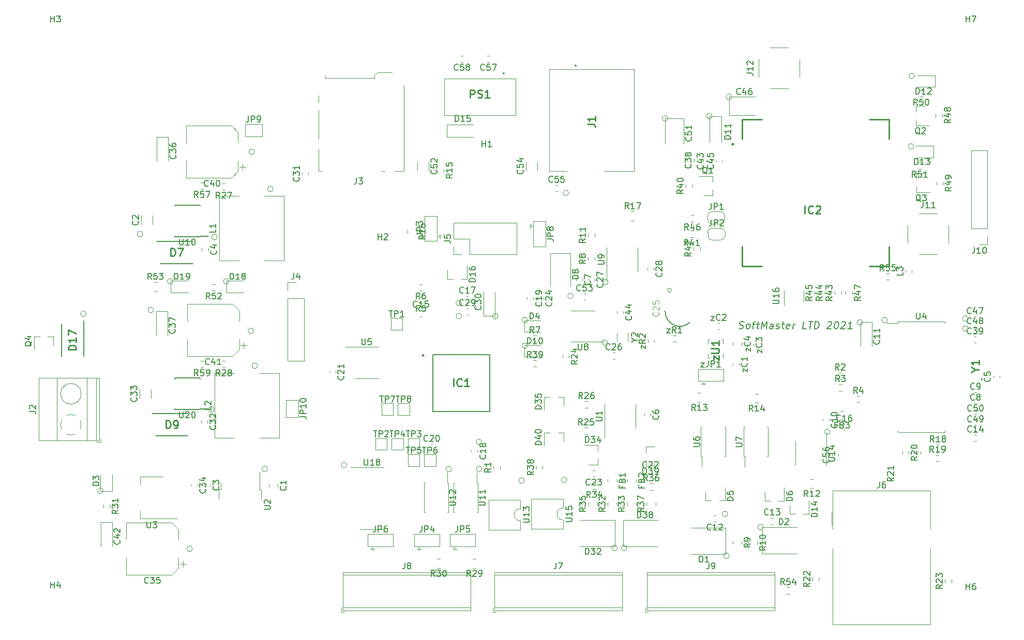
<source format=gbr>
G04 #@! TF.GenerationSoftware,KiCad,Pcbnew,(5.1.9)-1*
G04 #@! TF.CreationDate,2021-03-10T15:07:54+04:00*
G04 #@! TF.ProjectId,saxli,7361786c-692e-46b6-9963-61645f706362,rev?*
G04 #@! TF.SameCoordinates,Original*
G04 #@! TF.FileFunction,Legend,Top*
G04 #@! TF.FilePolarity,Positive*
%FSLAX46Y46*%
G04 Gerber Fmt 4.6, Leading zero omitted, Abs format (unit mm)*
G04 Created by KiCad (PCBNEW (5.1.9)-1) date 2021-03-10 15:07:54*
%MOMM*%
%LPD*%
G01*
G04 APERTURE LIST*
%ADD10C,0.120000*%
%ADD11C,0.160000*%
%ADD12C,0.100000*%
%ADD13C,0.200000*%
%ADD14C,0.254000*%
%ADD15C,0.250000*%
%ADD16C,0.150000*%
%ADD17C,0.015000*%
G04 APERTURE END LIST*
D10*
X69164905Y-85090000D02*
G75*
G03*
X69164905Y-85090000I-457905J0D01*
G01*
X133680905Y-64262000D02*
G75*
G03*
X133680905Y-64262000I-457905J0D01*
G01*
X127965905Y-66548000D02*
G75*
G03*
X127965905Y-66548000I-457905J0D01*
G01*
X57480905Y-56388000D02*
G75*
G03*
X57480905Y-56388000I-457905J0D01*
G01*
X71577905Y-64135000D02*
G75*
G03*
X71577905Y-64135000I-457905J0D01*
G01*
X62433905Y-64135000D02*
G75*
G03*
X62433905Y-64135000I-457905J0D01*
G01*
X51003905Y-98425000D02*
G75*
G03*
X51003905Y-98425000I-457905J0D01*
G01*
X183845905Y-30480000D02*
G75*
G03*
X183845905Y-30480000I-457905J0D01*
G01*
X183718905Y-42037000D02*
G75*
G03*
X183718905Y-42037000I-457905J0D01*
G01*
X175336905Y-70866000D02*
G75*
G03*
X175336905Y-70866000I-457905J0D01*
G01*
X170002905Y-88773000D02*
G75*
G03*
X170002905Y-88773000I-457905J0D01*
G01*
X133553905Y-74168000D02*
G75*
G03*
X133553905Y-74168000I-457905J0D01*
G01*
X120472905Y-74676000D02*
G75*
G03*
X120472905Y-74676000I-457905J0D01*
G01*
X120472905Y-70485000D02*
G75*
G03*
X120472905Y-70485000I-457905J0D01*
G01*
X109677905Y-67691000D02*
G75*
G03*
X109677905Y-67691000I-457905J0D01*
G01*
X109677905Y-69850000D02*
G75*
G03*
X109677905Y-69850000I-457905J0D01*
G01*
X115646905Y-69850000D02*
G75*
G03*
X115646905Y-69850000I-457905J0D01*
G01*
X127203905Y-49657000D02*
G75*
G03*
X127203905Y-49657000I-457905J0D01*
G01*
X150698905Y-37084000D02*
G75*
G03*
X150698905Y-37084000I-457905J0D01*
G01*
X153873905Y-33909000D02*
G75*
G03*
X153873905Y-33909000I-457905J0D01*
G01*
X143459905Y-37465000D02*
G75*
G03*
X143459905Y-37465000I-457905J0D01*
G01*
X179400905Y-70485000D02*
G75*
G03*
X179400905Y-70485000I-457905J0D01*
G01*
X192608905Y-71882000D02*
G75*
G03*
X192608905Y-71882000I-457905J0D01*
G01*
X192608905Y-70231000D02*
G75*
G03*
X192608905Y-70231000I-457905J0D01*
G01*
X159080905Y-104394000D02*
G75*
G03*
X159080905Y-104394000I-457905J0D01*
G01*
X153238905Y-102235000D02*
G75*
G03*
X153238905Y-102235000I-457905J0D01*
G01*
X153492905Y-109093000D02*
G75*
G03*
X153492905Y-109093000I-457905J0D01*
G01*
X136728905Y-107823000D02*
G75*
G03*
X136728905Y-107823000I-457905J0D01*
G01*
X135204905Y-107823000D02*
G75*
G03*
X135204905Y-107823000I-457905J0D01*
G01*
X112979905Y-90424000D02*
G75*
G03*
X112979905Y-90424000I-457905J0D01*
G01*
X108026905Y-94869000D02*
G75*
G03*
X108026905Y-94869000I-457905J0D01*
G01*
X112979905Y-94869000D02*
G75*
G03*
X112979905Y-94869000I-457905J0D01*
G01*
X126949905Y-96647000D02*
G75*
G03*
X126949905Y-96647000I-457905J0D01*
G01*
X119964905Y-96774000D02*
G75*
G03*
X119964905Y-96774000I-457905J0D01*
G01*
X90881905Y-94234000D02*
G75*
G03*
X90881905Y-94234000I-457905J0D01*
G01*
X59258905Y-68834000D02*
G75*
G03*
X59258905Y-68834000I-457905J0D01*
G01*
X48209905Y-69469000D02*
G75*
G03*
X48209905Y-69469000I-457905J0D01*
G01*
X65608905Y-107950000D02*
G75*
G03*
X65608905Y-107950000I-457905J0D01*
G01*
X77927905Y-94869000D02*
G75*
G03*
X77927905Y-94869000I-457905J0D01*
G01*
X76276905Y-77978000D02*
G75*
G03*
X76276905Y-77978000I-457905J0D01*
G01*
X75641905Y-72263000D02*
G75*
G03*
X75641905Y-72263000I-457905J0D01*
G01*
X69672905Y-56896000D02*
G75*
G03*
X69672905Y-56896000I-457905J0D01*
G01*
X78816905Y-49022000D02*
G75*
G03*
X78816905Y-49022000I-457905J0D01*
G01*
X75768905Y-42926000D02*
G75*
G03*
X75768905Y-42926000I-457905J0D01*
G01*
D11*
X155096642Y-71859714D02*
X155260928Y-71916857D01*
X155546642Y-71916857D01*
X155668071Y-71859714D01*
X155732357Y-71802571D01*
X155803785Y-71688285D01*
X155818071Y-71574000D01*
X155775214Y-71459714D01*
X155725214Y-71402571D01*
X155618071Y-71345428D01*
X155396642Y-71288285D01*
X155289500Y-71231142D01*
X155239500Y-71174000D01*
X155196642Y-71059714D01*
X155210928Y-70945428D01*
X155282357Y-70831142D01*
X155346642Y-70774000D01*
X155468071Y-70716857D01*
X155753785Y-70716857D01*
X155918071Y-70774000D01*
X156460928Y-71916857D02*
X156353785Y-71859714D01*
X156303785Y-71802571D01*
X156260928Y-71688285D01*
X156303785Y-71345428D01*
X156375214Y-71231142D01*
X156439500Y-71174000D01*
X156560928Y-71116857D01*
X156732357Y-71116857D01*
X156839500Y-71174000D01*
X156889500Y-71231142D01*
X156932357Y-71345428D01*
X156889500Y-71688285D01*
X156818071Y-71802571D01*
X156753785Y-71859714D01*
X156632357Y-71916857D01*
X156460928Y-71916857D01*
X157303785Y-71116857D02*
X157760928Y-71116857D01*
X157375214Y-71916857D02*
X157503785Y-70888285D01*
X157575214Y-70774000D01*
X157696642Y-70716857D01*
X157810928Y-70716857D01*
X157989500Y-71116857D02*
X158446642Y-71116857D01*
X158210928Y-70716857D02*
X158082357Y-71745428D01*
X158125214Y-71859714D01*
X158232357Y-71916857D01*
X158346642Y-71916857D01*
X158746642Y-71916857D02*
X158896642Y-70716857D01*
X159189500Y-71574000D01*
X159696642Y-70716857D01*
X159546642Y-71916857D01*
X160632357Y-71916857D02*
X160710928Y-71288285D01*
X160668071Y-71174000D01*
X160560928Y-71116857D01*
X160332357Y-71116857D01*
X160210928Y-71174000D01*
X160639500Y-71859714D02*
X160518071Y-71916857D01*
X160232357Y-71916857D01*
X160125214Y-71859714D01*
X160082357Y-71745428D01*
X160096642Y-71631142D01*
X160168071Y-71516857D01*
X160289500Y-71459714D01*
X160575214Y-71459714D01*
X160696642Y-71402571D01*
X161153785Y-71859714D02*
X161260928Y-71916857D01*
X161489500Y-71916857D01*
X161610928Y-71859714D01*
X161682357Y-71745428D01*
X161689500Y-71688285D01*
X161646642Y-71574000D01*
X161539500Y-71516857D01*
X161368071Y-71516857D01*
X161260928Y-71459714D01*
X161218071Y-71345428D01*
X161225214Y-71288285D01*
X161296642Y-71174000D01*
X161418071Y-71116857D01*
X161589500Y-71116857D01*
X161696642Y-71174000D01*
X162103785Y-71116857D02*
X162560928Y-71116857D01*
X162325214Y-70716857D02*
X162196642Y-71745428D01*
X162239500Y-71859714D01*
X162346642Y-71916857D01*
X162460928Y-71916857D01*
X163325214Y-71859714D02*
X163203785Y-71916857D01*
X162975214Y-71916857D01*
X162868071Y-71859714D01*
X162825214Y-71745428D01*
X162882357Y-71288285D01*
X162953785Y-71174000D01*
X163075214Y-71116857D01*
X163303785Y-71116857D01*
X163410928Y-71174000D01*
X163453785Y-71288285D01*
X163439500Y-71402571D01*
X162853785Y-71516857D01*
X163889500Y-71916857D02*
X163989500Y-71116857D01*
X163960928Y-71345428D02*
X164032357Y-71231142D01*
X164096642Y-71174000D01*
X164218071Y-71116857D01*
X164332357Y-71116857D01*
X166118071Y-71916857D02*
X165546642Y-71916857D01*
X165696642Y-70716857D01*
X166496642Y-70716857D02*
X167182357Y-70716857D01*
X166689500Y-71916857D02*
X166839500Y-70716857D01*
X167432357Y-71916857D02*
X167582357Y-70716857D01*
X167868071Y-70716857D01*
X168032357Y-70774000D01*
X168132357Y-70888285D01*
X168175214Y-71002571D01*
X168203785Y-71231142D01*
X168182357Y-71402571D01*
X168096642Y-71631142D01*
X168025214Y-71745428D01*
X167896642Y-71859714D01*
X167718071Y-71916857D01*
X167432357Y-71916857D01*
X169625214Y-70831142D02*
X169689500Y-70774000D01*
X169810928Y-70716857D01*
X170096642Y-70716857D01*
X170203785Y-70774000D01*
X170253785Y-70831142D01*
X170296642Y-70945428D01*
X170282357Y-71059714D01*
X170203785Y-71231142D01*
X169432357Y-71916857D01*
X170175214Y-71916857D01*
X171068071Y-70716857D02*
X171182357Y-70716857D01*
X171289500Y-70774000D01*
X171339500Y-70831142D01*
X171382357Y-70945428D01*
X171410928Y-71174000D01*
X171375214Y-71459714D01*
X171289500Y-71688285D01*
X171218071Y-71802571D01*
X171153785Y-71859714D01*
X171032357Y-71916857D01*
X170918071Y-71916857D01*
X170810928Y-71859714D01*
X170760928Y-71802571D01*
X170718071Y-71688285D01*
X170689500Y-71459714D01*
X170725214Y-71174000D01*
X170810928Y-70945428D01*
X170882357Y-70831142D01*
X170946642Y-70774000D01*
X171068071Y-70716857D01*
X171910928Y-70831142D02*
X171975214Y-70774000D01*
X172096642Y-70716857D01*
X172382357Y-70716857D01*
X172489500Y-70774000D01*
X172539500Y-70831142D01*
X172582357Y-70945428D01*
X172568071Y-71059714D01*
X172489500Y-71231142D01*
X171718071Y-71916857D01*
X172460928Y-71916857D01*
X173603785Y-71916857D02*
X172918071Y-71916857D01*
X173260928Y-71916857D02*
X173410928Y-70716857D01*
X173275214Y-70888285D01*
X173146642Y-71002571D01*
X173025214Y-71059714D01*
D10*
X94996000Y-104755000D02*
X96946000Y-104755000D01*
X94996000Y-104755000D02*
X93046000Y-104755000D01*
X94996000Y-94635000D02*
X96946000Y-94635000D01*
X94996000Y-94635000D02*
X91546000Y-94635000D01*
X80940400Y-83575700D02*
X82940400Y-83575700D01*
X80940400Y-86375700D02*
X80940400Y-83575700D01*
X82940400Y-86375700D02*
X80940400Y-86375700D01*
X82940400Y-83575700D02*
X82940400Y-86375700D01*
X74203100Y-40420800D02*
X74203100Y-38420800D01*
X77003100Y-40420800D02*
X74203100Y-40420800D01*
X77003100Y-38420800D02*
X77003100Y-40420800D01*
X74203100Y-38420800D02*
X77003100Y-38420800D01*
X141238500Y-74151258D02*
X141238500Y-73676742D01*
X140193500Y-74151258D02*
X140193500Y-73676742D01*
X144288742Y-74055500D02*
X144763258Y-74055500D01*
X144288742Y-73010500D02*
X144763258Y-73010500D01*
D12*
X150557000Y-77084000D02*
X150557000Y-77084000D01*
X150457000Y-77084000D02*
X150457000Y-77084000D01*
X152507000Y-73684000D02*
X152257000Y-73684000D01*
X152507000Y-74384000D02*
X152507000Y-73684000D01*
X152507000Y-76684000D02*
X152507000Y-75984000D01*
X152357000Y-76684000D02*
X152507000Y-76684000D01*
X150007000Y-73684000D02*
X150257000Y-73684000D01*
X150007000Y-74384000D02*
X150007000Y-73684000D01*
X150007000Y-76684000D02*
X150007000Y-75984000D01*
X150257000Y-76684000D02*
X150007000Y-76684000D01*
X150557000Y-77084000D02*
G75*
G03*
X150457000Y-77084000I-50000J0D01*
G01*
X150457000Y-77084000D02*
G75*
G03*
X150557000Y-77084000I50000J0D01*
G01*
D10*
X148445000Y-78502000D02*
X152545000Y-78502000D01*
X152545000Y-78502000D02*
X152545000Y-80502000D01*
X152545000Y-80502000D02*
X148445000Y-80502000D01*
X148445000Y-80502000D02*
X148445000Y-78502000D01*
X149195000Y-80702000D02*
X148895000Y-81002000D01*
X148895000Y-81002000D02*
X149495000Y-81002000D01*
X149195000Y-80702000D02*
X149495000Y-81002000D01*
X154078000Y-74094748D02*
X154078000Y-74617252D01*
X155548000Y-74094748D02*
X155548000Y-74617252D01*
X156462000Y-74408420D02*
X156462000Y-74689580D01*
X157482000Y-74408420D02*
X157482000Y-74689580D01*
X151624420Y-72011000D02*
X151905580Y-72011000D01*
X151624420Y-70991000D02*
X151905580Y-70991000D01*
X154049000Y-77583420D02*
X154049000Y-77864580D01*
X155069000Y-77583420D02*
X155069000Y-77864580D01*
X123428000Y-54338000D02*
X123428000Y-58438000D01*
X123428000Y-58438000D02*
X121428000Y-58438000D01*
X121428000Y-58438000D02*
X121428000Y-54338000D01*
X121428000Y-54338000D02*
X123428000Y-54338000D01*
X121228000Y-55088000D02*
X120928000Y-54788000D01*
X120928000Y-54788000D02*
X120928000Y-55388000D01*
X121228000Y-55088000D02*
X120928000Y-55388000D01*
X105848000Y-56799000D02*
X106148000Y-56499000D01*
X106148000Y-57099000D02*
X106148000Y-56499000D01*
X105848000Y-56799000D02*
X106148000Y-57099000D01*
X105648000Y-57549000D02*
X103648000Y-57549000D01*
X105648000Y-53449000D02*
X105648000Y-57549000D01*
X103648000Y-53449000D02*
X105648000Y-53449000D01*
X103648000Y-57549000D02*
X103648000Y-53449000D01*
X137440936Y-52732000D02*
X137895064Y-52732000D01*
X137440936Y-54202000D02*
X137895064Y-54202000D01*
X196721000Y-79896580D02*
X196721000Y-79615420D01*
X197741000Y-79896580D02*
X197741000Y-79615420D01*
D13*
X194802000Y-80270000D02*
X194802000Y-80270000D01*
X194802000Y-80070000D02*
X194802000Y-80070000D01*
X194802000Y-80070000D02*
G75*
G02*
X194802000Y-80270000I0J-100000D01*
G01*
X194802000Y-80270000D02*
G75*
G02*
X194802000Y-80070000I0J100000D01*
G01*
D10*
X59312436Y-65759000D02*
X59766564Y-65759000D01*
X59312436Y-64289000D02*
X59766564Y-64289000D01*
X69325258Y-64628500D02*
X68850742Y-64628500D01*
X69325258Y-65673500D02*
X68850742Y-65673500D01*
X62030000Y-65984000D02*
X64890000Y-65984000D01*
X62030000Y-64064000D02*
X62030000Y-65984000D01*
X64890000Y-64064000D02*
X62030000Y-64064000D01*
X71156000Y-65984000D02*
X74016000Y-65984000D01*
X71156000Y-64064000D02*
X71156000Y-65984000D01*
X74016000Y-64064000D02*
X71156000Y-64064000D01*
D12*
X144031225Y-65588000D02*
G75*
G03*
X144031225Y-65588000I-316225J0D01*
G01*
D13*
X143015000Y-68988001D02*
G75*
G03*
X147015000Y-70888000I2403065J-101441D01*
G01*
D10*
X42855000Y-73154000D02*
X42855000Y-74614000D01*
X39695000Y-73154000D02*
X39695000Y-75314000D01*
X39695000Y-73154000D02*
X40625000Y-73154000D01*
X42855000Y-73154000D02*
X41925000Y-73154000D01*
D13*
X44149000Y-71137000D02*
X44149000Y-76437000D01*
X47799000Y-76437000D02*
X47799000Y-70587000D01*
D10*
X107386000Y-63752000D02*
X108316000Y-63752000D01*
X110546000Y-63752000D02*
X109616000Y-63752000D01*
X110546000Y-63752000D02*
X110546000Y-61592000D01*
X107386000Y-63752000D02*
X107386000Y-62292000D01*
D12*
X118489000Y-36977000D02*
X106809000Y-36977000D01*
X106809000Y-36977000D02*
X106809000Y-30977000D01*
X106809000Y-30977000D02*
X118489000Y-30977000D01*
X118489000Y-30977000D02*
X118489000Y-36977000D01*
D13*
X116659000Y-30077000D02*
X116659000Y-30077000D01*
X116459000Y-30077000D02*
X116459000Y-30077000D01*
X116459000Y-30077000D02*
G75*
G02*
X116659000Y-30077000I100000J0D01*
G01*
X116659000Y-30077000D02*
G75*
G02*
X116459000Y-30077000I-100000J0D01*
G01*
D10*
X111605000Y-38497000D02*
X107305000Y-38497000D01*
X107305000Y-38497000D02*
X107305000Y-40497000D01*
X107305000Y-40497000D02*
X111605000Y-40497000D01*
X109868580Y-28196000D02*
X109587420Y-28196000D01*
X109868580Y-27176000D02*
X109587420Y-27176000D01*
X114186580Y-28196000D02*
X113905420Y-28196000D01*
X114186580Y-27176000D02*
X113905420Y-27176000D01*
X125081420Y-48385000D02*
X125362580Y-48385000D01*
X125081420Y-49405000D02*
X125362580Y-49405000D01*
X120248000Y-45972252D02*
X120248000Y-44549748D01*
X122068000Y-45972252D02*
X122068000Y-44549748D01*
X129666420Y-66165000D02*
X129947580Y-66165000D01*
X129666420Y-67185000D02*
X129947580Y-67185000D01*
X104288000Y-44578748D02*
X104288000Y-46001252D01*
X102468000Y-44578748D02*
X102468000Y-46001252D01*
X96593000Y-46112000D02*
X97143000Y-46112000D01*
X86743000Y-46112000D02*
X86233000Y-46112000D01*
X100203000Y-46112000D02*
X98643000Y-46112000D01*
X86233000Y-46112000D02*
X86233000Y-42502000D01*
X100203000Y-46112000D02*
X100203000Y-32052000D01*
X86233000Y-40802000D02*
X86233000Y-36102000D01*
X86233000Y-34802000D02*
X86233000Y-33702000D01*
X87353000Y-30892000D02*
X95383000Y-30892000D01*
X95383000Y-30892000D02*
X95383000Y-30442000D01*
X98293000Y-29942000D02*
X95893000Y-29942000D01*
X95883000Y-29952000D02*
X95383000Y-30442000D01*
X87353000Y-30892000D02*
X87353000Y-30442000D01*
X181052000Y-70941000D02*
X179237000Y-70941000D01*
X181052000Y-70696000D02*
X181052000Y-70941000D01*
X184912000Y-70696000D02*
X181052000Y-70696000D01*
X188772000Y-70696000D02*
X188772000Y-70941000D01*
X184912000Y-70696000D02*
X188772000Y-70696000D01*
X181052000Y-88816000D02*
X181052000Y-88571000D01*
X184912000Y-88816000D02*
X181052000Y-88816000D01*
X188772000Y-88816000D02*
X188772000Y-88571000D01*
X184912000Y-88816000D02*
X188772000Y-88816000D01*
X174960000Y-70842000D02*
X174960000Y-74752000D01*
X176830000Y-70842000D02*
X174960000Y-70842000D01*
X176830000Y-74752000D02*
X176830000Y-70842000D01*
X111250000Y-91807420D02*
X111250000Y-92088580D01*
X112270000Y-91807420D02*
X112270000Y-92088580D01*
X179213742Y-63895500D02*
X179688258Y-63895500D01*
X179213742Y-62850500D02*
X179688258Y-62850500D01*
X183390000Y-62646779D02*
X183390000Y-62321221D01*
X182370000Y-62646779D02*
X182370000Y-62321221D01*
X167232064Y-96547000D02*
X166777936Y-96547000D01*
X167232064Y-98017000D02*
X166777936Y-98017000D01*
X163393000Y-102233000D02*
X163393000Y-100773000D01*
X166553000Y-102233000D02*
X166553000Y-100073000D01*
X166553000Y-102233000D02*
X165623000Y-102233000D01*
X163393000Y-102233000D02*
X164323000Y-102233000D01*
X99253000Y-86040000D02*
X99253000Y-84140000D01*
X101153000Y-86040000D02*
X99253000Y-86040000D01*
X101153000Y-84140000D02*
X101153000Y-86040000D01*
X99253000Y-84140000D02*
X101153000Y-84140000D01*
X96586000Y-86040000D02*
X96586000Y-84140000D01*
X98486000Y-86040000D02*
X96586000Y-86040000D01*
X98486000Y-84140000D02*
X98486000Y-86040000D01*
X96586000Y-84140000D02*
X98486000Y-84140000D01*
X94343000Y-105553000D02*
X98443000Y-105553000D01*
X98443000Y-105553000D02*
X98443000Y-107553000D01*
X98443000Y-107553000D02*
X94343000Y-107553000D01*
X94343000Y-107553000D02*
X94343000Y-105553000D01*
X95093000Y-107753000D02*
X94793000Y-108053000D01*
X94793000Y-108053000D02*
X95393000Y-108053000D01*
X95093000Y-107753000D02*
X95393000Y-108053000D01*
X107805000Y-105553000D02*
X111905000Y-105553000D01*
X111905000Y-105553000D02*
X111905000Y-107553000D01*
X111905000Y-107553000D02*
X107805000Y-107553000D01*
X107805000Y-107553000D02*
X107805000Y-105553000D01*
X108555000Y-107753000D02*
X108255000Y-108053000D01*
X108255000Y-108053000D02*
X108855000Y-108053000D01*
X108555000Y-107753000D02*
X108855000Y-108053000D01*
X101963000Y-105553000D02*
X106063000Y-105553000D01*
X106063000Y-105553000D02*
X106063000Y-107553000D01*
X106063000Y-107553000D02*
X101963000Y-107553000D01*
X101963000Y-107553000D02*
X101963000Y-105553000D01*
X102713000Y-107753000D02*
X102413000Y-108053000D01*
X102413000Y-108053000D02*
X103013000Y-108053000D01*
X102713000Y-107753000D02*
X103013000Y-108053000D01*
X103571000Y-94422000D02*
X103571000Y-92522000D01*
X105471000Y-94422000D02*
X103571000Y-94422000D01*
X105471000Y-92522000D02*
X105471000Y-94422000D01*
X103571000Y-92522000D02*
X105471000Y-92522000D01*
X100904000Y-94422000D02*
X100904000Y-92522000D01*
X102804000Y-94422000D02*
X100904000Y-94422000D01*
X102804000Y-92522000D02*
X102804000Y-94422000D01*
X100904000Y-92522000D02*
X102804000Y-92522000D01*
X98237000Y-91755000D02*
X98237000Y-89855000D01*
X100137000Y-91755000D02*
X98237000Y-91755000D01*
X100137000Y-89855000D02*
X100137000Y-91755000D01*
X98237000Y-89855000D02*
X100137000Y-89855000D01*
X100904000Y-91755000D02*
X100904000Y-89855000D01*
X102804000Y-91755000D02*
X100904000Y-91755000D01*
X102804000Y-89855000D02*
X102804000Y-91755000D01*
X100904000Y-89855000D02*
X102804000Y-89855000D01*
X95570000Y-91749000D02*
X95570000Y-89849000D01*
X97470000Y-91749000D02*
X95570000Y-91749000D01*
X97470000Y-89849000D02*
X97470000Y-91749000D01*
X95570000Y-89849000D02*
X97470000Y-89849000D01*
X98110000Y-72070000D02*
X98110000Y-70170000D01*
X100010000Y-72070000D02*
X98110000Y-72070000D01*
X100010000Y-70170000D02*
X100010000Y-72070000D01*
X98110000Y-70170000D02*
X100010000Y-70170000D01*
X134741000Y-107560000D02*
X129041000Y-107560000D01*
X134741000Y-103260000D02*
X129041000Y-103260000D01*
X134741000Y-107560000D02*
X134741000Y-103260000D01*
X162917742Y-114285500D02*
X163392258Y-114285500D01*
X162917742Y-115330500D02*
X163392258Y-115330500D01*
X170305000Y-92723580D02*
X170305000Y-92442420D01*
X171325000Y-92723580D02*
X171325000Y-92442420D01*
X164318000Y-92329000D02*
X164318000Y-94279000D01*
X164318000Y-92329000D02*
X164318000Y-90379000D01*
X169438000Y-92329000D02*
X169438000Y-94279000D01*
X169438000Y-92329000D02*
X169438000Y-88879000D01*
X160221000Y-32565000D02*
X163121000Y-32565000D01*
X160221000Y-25855000D02*
X163121000Y-25855000D01*
X165026000Y-30660000D02*
X165026000Y-27760000D01*
X158316000Y-30660000D02*
X158316000Y-27760000D01*
X182700000Y-54938000D02*
X182700000Y-57838000D01*
X189410000Y-54938000D02*
X189410000Y-57838000D01*
X184605000Y-59743000D02*
X187505000Y-59743000D01*
X184605000Y-53033000D02*
X187505000Y-53033000D01*
X184895258Y-45734500D02*
X184420742Y-45734500D01*
X184895258Y-44689500D02*
X184420742Y-44689500D01*
X185149258Y-33923500D02*
X184674742Y-33923500D01*
X185149258Y-32878500D02*
X184674742Y-32878500D01*
D12*
X126973000Y-46123000D02*
X124048000Y-46123000D01*
X124048000Y-46123000D02*
X124048000Y-29448000D01*
X124048000Y-29448000D02*
X137898000Y-29448000D01*
X137898000Y-29448000D02*
X137898000Y-46123000D01*
X137898000Y-46123000D02*
X132973000Y-46123000D01*
D13*
X128473000Y-28803000D02*
X128473000Y-28803000D01*
X128273000Y-28803000D02*
X128273000Y-28803000D01*
X128273000Y-28803000D02*
G75*
G02*
X128473000Y-28803000I100000J0D01*
G01*
X128473000Y-28803000D02*
G75*
G02*
X128273000Y-28803000I-100000J0D01*
G01*
D10*
X184048000Y-43886000D02*
X186908000Y-43886000D01*
X186908000Y-43886000D02*
X186908000Y-41966000D01*
X186908000Y-41966000D02*
X184048000Y-41966000D01*
X184293000Y-32329000D02*
X187153000Y-32329000D01*
X187153000Y-32329000D02*
X187153000Y-30409000D01*
X187153000Y-30409000D02*
X184293000Y-30409000D01*
X146036000Y-41628000D02*
X146036000Y-37418000D01*
X146036000Y-37418000D02*
X143016000Y-37418000D01*
X143016000Y-37418000D02*
X143016000Y-41628000D01*
X150257000Y-37074000D02*
X150257000Y-41374000D01*
X152257000Y-37074000D02*
X150257000Y-37074000D01*
X152257000Y-41374000D02*
X152257000Y-37074000D01*
X153509500Y-36943000D02*
X157719500Y-36943000D01*
X153509500Y-33923000D02*
X153509500Y-36943000D01*
X157719500Y-33923000D02*
X153509500Y-33923000D01*
X152402000Y-44590580D02*
X152402000Y-44309420D01*
X151382000Y-44590580D02*
X151382000Y-44309420D01*
X150751000Y-44590580D02*
X150751000Y-44309420D01*
X149731000Y-44590580D02*
X149731000Y-44309420D01*
X149198000Y-44550064D02*
X149198000Y-44095936D01*
X147728000Y-44550064D02*
X147728000Y-44095936D01*
X187437500Y-47832742D02*
X187437500Y-48307258D01*
X188482500Y-47832742D02*
X188482500Y-48307258D01*
X187310500Y-36719742D02*
X187310500Y-37194258D01*
X188355500Y-36719742D02*
X188355500Y-37194258D01*
X172578500Y-65802742D02*
X172578500Y-66277258D01*
X173623500Y-65802742D02*
X173623500Y-66277258D01*
X147684258Y-53325500D02*
X147209742Y-53325500D01*
X147684258Y-54370500D02*
X147209742Y-54370500D01*
X184152000Y-46426000D02*
X185612000Y-46426000D01*
X184152000Y-49586000D02*
X186312000Y-49586000D01*
X184152000Y-49586000D02*
X184152000Y-48656000D01*
X184152000Y-46426000D02*
X184152000Y-47356000D01*
X184041000Y-35438000D02*
X185501000Y-35438000D01*
X184041000Y-38598000D02*
X186201000Y-38598000D01*
X184041000Y-38598000D02*
X184041000Y-37668000D01*
X184041000Y-35438000D02*
X184041000Y-36368000D01*
D14*
X155640000Y-37657000D02*
X155640000Y-40832000D01*
X155640000Y-37657000D02*
X158815000Y-37657000D01*
X179640000Y-37657000D02*
X179640000Y-40832000D01*
X155640000Y-61657000D02*
X158815000Y-61657000D01*
X179640000Y-37657000D02*
X176465000Y-37657000D01*
X179640000Y-61657000D02*
X176465000Y-61657000D01*
X179640000Y-61657000D02*
X179640000Y-58482000D01*
X155640000Y-61657000D02*
X155640000Y-58482000D01*
X154208000Y-41674000D02*
G75*
G03*
X154208000Y-41674000I-140000J0D01*
G01*
D10*
X193661420Y-86870000D02*
X193942580Y-86870000D01*
X193661420Y-85850000D02*
X193942580Y-85850000D01*
X193661420Y-88648000D02*
X193942580Y-88648000D01*
X193661420Y-87628000D02*
X193942580Y-87628000D01*
X193597920Y-72582500D02*
X193879080Y-72582500D01*
X193597920Y-71562500D02*
X193879080Y-71562500D01*
X193584920Y-70931500D02*
X193866080Y-70931500D01*
X193584920Y-69911500D02*
X193866080Y-69911500D01*
X162474000Y-65648000D02*
X162474000Y-68098000D01*
X165694000Y-67448000D02*
X165694000Y-65648000D01*
X168543500Y-66277258D02*
X168543500Y-65802742D01*
X167498500Y-66277258D02*
X167498500Y-65802742D01*
X170194500Y-66277258D02*
X170194500Y-65802742D01*
X169149500Y-66277258D02*
X169149500Y-65802742D01*
X171845500Y-66277258D02*
X171845500Y-65802742D01*
X170800500Y-66277258D02*
X170800500Y-65802742D01*
X148731500Y-59038258D02*
X148731500Y-58563742D01*
X147686500Y-59038258D02*
X147686500Y-58563742D01*
X147620258Y-55865500D02*
X147145742Y-55865500D01*
X147620258Y-56910500D02*
X147145742Y-56910500D01*
X147461500Y-48751258D02*
X147461500Y-48276742D01*
X146416500Y-48751258D02*
X146416500Y-48276742D01*
X150747000Y-50094000D02*
X149287000Y-50094000D01*
X150747000Y-46934000D02*
X148587000Y-46934000D01*
X150747000Y-46934000D02*
X150747000Y-47864000D01*
X150747000Y-50094000D02*
X150747000Y-49164000D01*
X150684000Y-55388000D02*
X152084000Y-55388000D01*
X152784000Y-56088000D02*
X152784000Y-56688000D01*
X152084000Y-57388000D02*
X150684000Y-57388000D01*
X149984000Y-56688000D02*
X149984000Y-56088000D01*
X149984000Y-56088000D02*
G75*
G02*
X150684000Y-55388000I700000J0D01*
G01*
X150684000Y-57388000D02*
G75*
G02*
X149984000Y-56688000I0J700000D01*
G01*
X152784000Y-56688000D02*
G75*
G02*
X152084000Y-57388000I-700000J0D01*
G01*
X152084000Y-55388000D02*
G75*
G02*
X152784000Y-56088000I0J-700000D01*
G01*
X150669000Y-52721000D02*
X152069000Y-52721000D01*
X152769000Y-53421000D02*
X152769000Y-54021000D01*
X152069000Y-54721000D02*
X150669000Y-54721000D01*
X149969000Y-54021000D02*
X149969000Y-53421000D01*
X149969000Y-53421000D02*
G75*
G02*
X150669000Y-52721000I700000J0D01*
G01*
X150669000Y-54721000D02*
G75*
G02*
X149969000Y-54021000I0J700000D01*
G01*
X152769000Y-54021000D02*
G75*
G02*
X152069000Y-54721000I-700000J0D01*
G01*
X152069000Y-52721000D02*
G75*
G02*
X152769000Y-53421000I0J-700000D01*
G01*
X195767000Y-58099000D02*
X194437000Y-58099000D01*
X195767000Y-56769000D02*
X195767000Y-58099000D01*
X195767000Y-55499000D02*
X193107000Y-55499000D01*
X193107000Y-55499000D02*
X193107000Y-42739000D01*
X195767000Y-55499000D02*
X195767000Y-42739000D01*
X195767000Y-42739000D02*
X193107000Y-42739000D01*
D15*
X103501000Y-76272000D02*
G75*
G03*
X103501000Y-76272000I-125000J0D01*
G01*
D13*
X104951000Y-85422000D02*
X104951000Y-76122000D01*
X114251000Y-85422000D02*
X104951000Y-85422000D01*
X114251000Y-76122000D02*
X114251000Y-85422000D01*
X104951000Y-76122000D02*
X114251000Y-76122000D01*
D10*
X121428742Y-77074500D02*
X121903258Y-77074500D01*
X121428742Y-78119500D02*
X121903258Y-78119500D01*
X122666000Y-74605000D02*
X119981000Y-74605000D01*
X119981000Y-74605000D02*
X119981000Y-76525000D01*
X119981000Y-76525000D02*
X122666000Y-76525000D01*
X89029000Y-78853420D02*
X89029000Y-79134580D01*
X88009000Y-78853420D02*
X88009000Y-79134580D01*
X152902000Y-108830000D02*
X152902000Y-104530000D01*
X152902000Y-104530000D02*
X147202000Y-104530000D01*
X152902000Y-108830000D02*
X147202000Y-108830000D01*
X140045000Y-117535000D02*
X160946000Y-117535000D01*
X140045000Y-112235000D02*
X160946000Y-112235000D01*
X140045000Y-111775000D02*
X160946000Y-111775000D01*
X140045000Y-118095000D02*
X160946000Y-118095000D01*
X140045000Y-111775000D02*
X140045000Y-118095000D01*
X160946000Y-111775000D02*
X160946000Y-118095000D01*
X139805000Y-117595000D02*
X139805000Y-118335000D01*
X139805000Y-118335000D02*
X140305000Y-118335000D01*
X90261000Y-117535000D02*
X111162000Y-117535000D01*
X90261000Y-112235000D02*
X111162000Y-112235000D01*
X90261000Y-111775000D02*
X111162000Y-111775000D01*
X90261000Y-118095000D02*
X111162000Y-118095000D01*
X90261000Y-111775000D02*
X90261000Y-118095000D01*
X111162000Y-111775000D02*
X111162000Y-118095000D01*
X90021000Y-117595000D02*
X90021000Y-118335000D01*
X90021000Y-118335000D02*
X90521000Y-118335000D01*
X115026000Y-117535000D02*
X135927000Y-117535000D01*
X115026000Y-112235000D02*
X135927000Y-112235000D01*
X115026000Y-111775000D02*
X135927000Y-111775000D01*
X115026000Y-118095000D02*
X135927000Y-118095000D01*
X115026000Y-111775000D02*
X115026000Y-118095000D01*
X135927000Y-111775000D02*
X135927000Y-118095000D01*
X114786000Y-117595000D02*
X114786000Y-118335000D01*
X114786000Y-118335000D02*
X115286000Y-118335000D01*
X126298000Y-101235000D02*
X126298000Y-99785000D01*
X126298000Y-99785000D02*
X121098000Y-99785000D01*
X121098000Y-99785000D02*
X121098000Y-104685000D01*
X121098000Y-104685000D02*
X126298000Y-104685000D01*
X126298000Y-104685000D02*
X126298000Y-103235000D01*
X126298000Y-103235000D02*
G75*
G02*
X126298000Y-101235000I0J1000000D01*
G01*
X121905500Y-94852258D02*
X121905500Y-94377742D01*
X122950500Y-94852258D02*
X122950500Y-94377742D01*
X63053000Y-102964000D02*
X57043000Y-102964000D01*
X60803000Y-96144000D02*
X57043000Y-96144000D01*
X57043000Y-102964000D02*
X57043000Y-101704000D01*
X57043000Y-96144000D02*
X57043000Y-97404000D01*
X70226000Y-98241000D02*
X70226000Y-97141000D01*
X69956000Y-98241000D02*
X70226000Y-98241000D01*
X69956000Y-99741000D02*
X69956000Y-98241000D01*
X76586000Y-98241000D02*
X76586000Y-95411000D01*
X76856000Y-98241000D02*
X76586000Y-98241000D01*
X76856000Y-99741000D02*
X76856000Y-98241000D01*
X158874000Y-104403000D02*
X164574000Y-104403000D01*
X158874000Y-108703000D02*
X164574000Y-108703000D01*
X158874000Y-104403000D02*
X158874000Y-108703000D01*
D13*
X59580000Y-89455000D02*
X64880000Y-89455000D01*
X64880000Y-85805000D02*
X59030000Y-85805000D01*
X60351000Y-61261000D02*
X65651000Y-61261000D01*
X65651000Y-57611000D02*
X59801000Y-57611000D01*
D10*
X136892000Y-72604000D02*
X136892000Y-73954000D01*
X135142000Y-72604000D02*
X135142000Y-73954000D01*
D16*
X66845000Y-85125000D02*
X66845000Y-85075000D01*
X62695000Y-85125000D02*
X62695000Y-84980000D01*
X62695000Y-79975000D02*
X62695000Y-80120000D01*
X66845000Y-79975000D02*
X66845000Y-80120000D01*
X66845000Y-85125000D02*
X62695000Y-85125000D01*
X66845000Y-79975000D02*
X62695000Y-79975000D01*
X66845000Y-85075000D02*
X68245000Y-85075000D01*
D10*
X119313000Y-104812000D02*
X119313000Y-103362000D01*
X114113000Y-104812000D02*
X119313000Y-104812000D01*
X114113000Y-99912000D02*
X114113000Y-104812000D01*
X119313000Y-99912000D02*
X114113000Y-99912000D01*
X119313000Y-101362000D02*
X119313000Y-99912000D01*
X119313000Y-103362000D02*
G75*
G02*
X119313000Y-101362000I0J1000000D01*
G01*
X107537000Y-101968000D02*
X107387000Y-101968000D01*
X107537000Y-97168000D02*
X107537000Y-101968000D01*
X107387000Y-97168000D02*
X107537000Y-97168000D01*
X103537000Y-97168000D02*
X103687000Y-97168000D01*
X103537000Y-101968000D02*
X103537000Y-97168000D01*
X103687000Y-101968000D02*
X103537000Y-101968000D01*
X107387000Y-97168000D02*
X107387000Y-95468000D01*
X112363000Y-101968000D02*
X112213000Y-101968000D01*
X112363000Y-97168000D02*
X112363000Y-101968000D01*
X112213000Y-97168000D02*
X112363000Y-97168000D01*
X108363000Y-97168000D02*
X108513000Y-97168000D01*
X108363000Y-101968000D02*
X108363000Y-97168000D01*
X108513000Y-101968000D02*
X108363000Y-101968000D01*
X112213000Y-97168000D02*
X112213000Y-95468000D01*
D16*
X66845000Y-56804000D02*
X66845000Y-56754000D01*
X62695000Y-56804000D02*
X62695000Y-56659000D01*
X62695000Y-51654000D02*
X62695000Y-51799000D01*
X66845000Y-51654000D02*
X66845000Y-51799000D01*
X66845000Y-56804000D02*
X62695000Y-56804000D01*
X66845000Y-51654000D02*
X62695000Y-51654000D01*
X66845000Y-56754000D02*
X68245000Y-56754000D01*
D10*
X138527000Y-60568000D02*
X138527000Y-58618000D01*
X138527000Y-60568000D02*
X138527000Y-62518000D01*
X133407000Y-60568000D02*
X133407000Y-58618000D01*
X133407000Y-60568000D02*
X133407000Y-64018000D01*
X129540000Y-74061000D02*
X132990000Y-74061000D01*
X129540000Y-74061000D02*
X127590000Y-74061000D01*
X129540000Y-68941000D02*
X131490000Y-68941000D01*
X129540000Y-68941000D02*
X127590000Y-68941000D01*
X155861000Y-88024000D02*
X156011000Y-88024000D01*
X155861000Y-92824000D02*
X155861000Y-88024000D01*
X156011000Y-92824000D02*
X155861000Y-92824000D01*
X159861000Y-92824000D02*
X159711000Y-92824000D01*
X159861000Y-88024000D02*
X159861000Y-92824000D01*
X159711000Y-88024000D02*
X159861000Y-88024000D01*
X156011000Y-92824000D02*
X156011000Y-94524000D01*
X148876000Y-88024000D02*
X149026000Y-88024000D01*
X148876000Y-92824000D02*
X148876000Y-88024000D01*
X149026000Y-92824000D02*
X148876000Y-92824000D01*
X152876000Y-92824000D02*
X152726000Y-92824000D01*
X152876000Y-88024000D02*
X152876000Y-92824000D01*
X152726000Y-88024000D02*
X152876000Y-88024000D01*
X149026000Y-92824000D02*
X149026000Y-94524000D01*
X94107000Y-74910000D02*
X90657000Y-74910000D01*
X94107000Y-74910000D02*
X96057000Y-74910000D01*
X94107000Y-80030000D02*
X92157000Y-80030000D01*
X94107000Y-80030000D02*
X96057000Y-80030000D01*
X133076000Y-86233000D02*
X133076000Y-89683000D01*
X133076000Y-86233000D02*
X133076000Y-84283000D01*
X138196000Y-86233000D02*
X138196000Y-88183000D01*
X138196000Y-86233000D02*
X138196000Y-84283000D01*
X67420258Y-78246500D02*
X66945742Y-78246500D01*
X67420258Y-77201500D02*
X66945742Y-77201500D01*
X67420258Y-49036500D02*
X66945742Y-49036500D01*
X67420258Y-47991500D02*
X66945742Y-47991500D01*
X141451000Y-100834564D02*
X141451000Y-100380436D01*
X139981000Y-100834564D02*
X139981000Y-100380436D01*
X140478742Y-98312500D02*
X140953258Y-98312500D01*
X140478742Y-97267500D02*
X140953258Y-97267500D01*
X131926000Y-100834564D02*
X131926000Y-100380436D01*
X130456000Y-100834564D02*
X130456000Y-100380436D01*
X131619258Y-97140500D02*
X131144742Y-97140500D01*
X131619258Y-98185500D02*
X131144742Y-98185500D01*
X138276000Y-100834564D02*
X138276000Y-100380436D01*
X136806000Y-100834564D02*
X136806000Y-100380436D01*
X135101000Y-100834564D02*
X135101000Y-100380436D01*
X133631000Y-100834564D02*
X133631000Y-100380436D01*
X52084500Y-100727742D02*
X52084500Y-101202258D01*
X51039500Y-100727742D02*
X51039500Y-101202258D01*
X106145064Y-111098000D02*
X105690936Y-111098000D01*
X106145064Y-109628000D02*
X105690936Y-109628000D01*
X111987064Y-111098000D02*
X111532936Y-111098000D01*
X111987064Y-109628000D02*
X111532936Y-109628000D01*
X70976258Y-78246500D02*
X70501742Y-78246500D01*
X70976258Y-77201500D02*
X70501742Y-77201500D01*
X70976258Y-49163500D02*
X70501742Y-49163500D01*
X70976258Y-48118500D02*
X70501742Y-48118500D01*
X129874742Y-84850500D02*
X130349258Y-84850500D01*
X129874742Y-83805500D02*
X130349258Y-83805500D01*
X129810742Y-89168500D02*
X130285258Y-89168500D01*
X129810742Y-88123500D02*
X130285258Y-88123500D01*
X126223500Y-76216742D02*
X126223500Y-76691258D01*
X127268500Y-76216742D02*
X127268500Y-76691258D01*
X189879500Y-113458258D02*
X189879500Y-112983742D01*
X188834500Y-113458258D02*
X188834500Y-112983742D01*
X168162500Y-113140258D02*
X168162500Y-112665742D01*
X167117500Y-113140258D02*
X167117500Y-112665742D01*
X183754500Y-91964742D02*
X183754500Y-92439258D01*
X184799500Y-91964742D02*
X184799500Y-92439258D01*
X181849500Y-91964742D02*
X181849500Y-92439258D01*
X182894500Y-91964742D02*
X182894500Y-92439258D01*
X187341742Y-93613500D02*
X187816258Y-93613500D01*
X187341742Y-92568500D02*
X187816258Y-92568500D01*
X187404742Y-91962500D02*
X187879258Y-91962500D01*
X187404742Y-90917500D02*
X187879258Y-90917500D01*
X100865000Y-55779936D02*
X100865000Y-56234064D01*
X102335000Y-55779936D02*
X102335000Y-56234064D01*
X106780000Y-45746936D02*
X106780000Y-46201064D01*
X105310000Y-45746936D02*
X105310000Y-46201064D01*
X158215064Y-82577000D02*
X157760936Y-82577000D01*
X158215064Y-84047000D02*
X157760936Y-84047000D01*
X148817064Y-82450000D02*
X148362936Y-82450000D01*
X148817064Y-83920000D02*
X148362936Y-83920000D01*
X131459500Y-56816258D02*
X131459500Y-56341742D01*
X130414500Y-56816258D02*
X130414500Y-56341742D01*
X158088000Y-106730436D02*
X158088000Y-107184564D01*
X156618000Y-106730436D02*
X156618000Y-107184564D01*
X155548000Y-106706936D02*
X155548000Y-107161064D01*
X154078000Y-106706936D02*
X154078000Y-107161064D01*
X131459500Y-60689258D02*
X131459500Y-60214742D01*
X130414500Y-60689258D02*
X130414500Y-60214742D01*
X121428742Y-74055500D02*
X121903258Y-74055500D01*
X121428742Y-73010500D02*
X121903258Y-73010500D01*
X103234258Y-64628500D02*
X102759742Y-64628500D01*
X103234258Y-65673500D02*
X102759742Y-65673500D01*
X103234758Y-66660500D02*
X102760242Y-66660500D01*
X103234758Y-67705500D02*
X102760242Y-67705500D01*
X174387742Y-83961500D02*
X174862258Y-83961500D01*
X174387742Y-82916500D02*
X174862258Y-82916500D01*
X171466742Y-82056500D02*
X171941258Y-82056500D01*
X171466742Y-81011500D02*
X171941258Y-81011500D01*
X171403742Y-80151500D02*
X171878258Y-80151500D01*
X171403742Y-79106500D02*
X171878258Y-79106500D01*
X115965500Y-94852258D02*
X115965500Y-94377742D01*
X114920500Y-94852258D02*
X114920500Y-94377742D01*
X76649000Y-79155000D02*
X79849000Y-79155000D01*
X79849000Y-79155000D02*
X79849000Y-89755000D01*
X79849000Y-89755000D02*
X76649000Y-89755000D01*
X72449000Y-89755000D02*
X69249000Y-89755000D01*
X69249000Y-89755000D02*
X69249000Y-79155000D01*
X69249000Y-79155000D02*
X72449000Y-79155000D01*
X77411000Y-50158000D02*
X80611000Y-50158000D01*
X80611000Y-50158000D02*
X80611000Y-60758000D01*
X80611000Y-60758000D02*
X77411000Y-60758000D01*
X73211000Y-60758000D02*
X70011000Y-60758000D01*
X70011000Y-60758000D02*
X70011000Y-50158000D01*
X70011000Y-50158000D02*
X73211000Y-50158000D01*
X170460000Y-104687000D02*
X170460000Y-98407000D01*
X170460000Y-98407000D02*
X186410000Y-98407000D01*
X186410000Y-98407000D02*
X186410000Y-104687000D01*
X186410000Y-107887000D02*
X186410000Y-120327000D01*
X186410000Y-120327000D02*
X170460000Y-120327000D01*
X170460000Y-120327000D02*
X170460000Y-107887000D01*
X170260000Y-101997000D02*
X170260000Y-103997000D01*
X118678000Y-59750000D02*
X118678000Y-54550000D01*
X110998000Y-59750000D02*
X118678000Y-59750000D01*
X108398000Y-54550000D02*
X118678000Y-54550000D01*
X110998000Y-59750000D02*
X110998000Y-57150000D01*
X110998000Y-57150000D02*
X108398000Y-57150000D01*
X108398000Y-57150000D02*
X108398000Y-54550000D01*
X109728000Y-59750000D02*
X108398000Y-59750000D01*
X108398000Y-59750000D02*
X108398000Y-58420000D01*
X81220000Y-77149000D02*
X83880000Y-77149000D01*
X81220000Y-66929000D02*
X81220000Y-77149000D01*
X83880000Y-66929000D02*
X83880000Y-77149000D01*
X81220000Y-66929000D02*
X83880000Y-66929000D01*
X81220000Y-65659000D02*
X81220000Y-64329000D01*
X81220000Y-64329000D02*
X82550000Y-64329000D01*
X47400000Y-82550000D02*
G75*
G03*
X47400000Y-82550000I-1680000J0D01*
G01*
X49820000Y-90230000D02*
X49820000Y-79950000D01*
X48320000Y-90230000D02*
X48320000Y-79950000D01*
X43419000Y-90230000D02*
X43419000Y-79950000D01*
X40459000Y-90230000D02*
X40459000Y-79950000D01*
X50380000Y-90230000D02*
X50380000Y-79950000D01*
X40459000Y-90230000D02*
X50380000Y-90230000D01*
X40459000Y-79950000D02*
X50380000Y-79950000D01*
X44651000Y-81275000D02*
X44697000Y-81322000D01*
X46959000Y-83584000D02*
X46994000Y-83619000D01*
X44445000Y-81480000D02*
X44481000Y-81515000D01*
X46743000Y-83777000D02*
X46789000Y-83824000D01*
X49880000Y-90470000D02*
X50620000Y-90470000D01*
X50620000Y-90470000D02*
X50620000Y-89970000D01*
X47400253Y-87601195D02*
G75*
G02*
X47255000Y-88314000I-1680253J-28805D01*
G01*
X46403042Y-89165426D02*
G75*
G02*
X45036000Y-89165000I-683042J1535426D01*
G01*
X44184574Y-88313042D02*
G75*
G02*
X44185000Y-86946000I1535426J683042D01*
G01*
X45036958Y-86094574D02*
G75*
G02*
X46404000Y-86095000I683042J-1535426D01*
G01*
X47254756Y-86946682D02*
G75*
G02*
X47400000Y-87630000I-1534756J-683318D01*
G01*
X172185064Y-85371000D02*
X171730936Y-85371000D01*
X172185064Y-86841000D02*
X171730936Y-86841000D01*
X136806000Y-96562936D02*
X136806000Y-97017064D01*
X138276000Y-96562936D02*
X138276000Y-97017064D01*
X133631000Y-96562936D02*
X133631000Y-97017064D01*
X135101000Y-96562936D02*
X135101000Y-97017064D01*
X126360000Y-88918000D02*
X126360000Y-90378000D01*
X123200000Y-88918000D02*
X123200000Y-91078000D01*
X123200000Y-88918000D02*
X124130000Y-88918000D01*
X126360000Y-88918000D02*
X125430000Y-88918000D01*
X139845000Y-91191000D02*
X141305000Y-91191000D01*
X139845000Y-94351000D02*
X142005000Y-94351000D01*
X139845000Y-94351000D02*
X139845000Y-93421000D01*
X139845000Y-91191000D02*
X139845000Y-92121000D01*
X136141000Y-103260000D02*
X141841000Y-103260000D01*
X136141000Y-107560000D02*
X141841000Y-107560000D01*
X136141000Y-103260000D02*
X136141000Y-107560000D01*
X126360000Y-83076000D02*
X126360000Y-84536000D01*
X123200000Y-83076000D02*
X123200000Y-85236000D01*
X123200000Y-83076000D02*
X124130000Y-83076000D01*
X126360000Y-83076000D02*
X125430000Y-83076000D01*
X131951000Y-94163000D02*
X130491000Y-94163000D01*
X131951000Y-91003000D02*
X129791000Y-91003000D01*
X131951000Y-91003000D02*
X131951000Y-91933000D01*
X131951000Y-94163000D02*
X131951000Y-93233000D01*
X127507000Y-59592000D02*
X127507000Y-64992000D01*
X124207000Y-59592000D02*
X124207000Y-64992000D01*
X127507000Y-59592000D02*
X124207000Y-59592000D01*
X159329000Y-100074000D02*
X159329000Y-98614000D01*
X162489000Y-100074000D02*
X162489000Y-97914000D01*
X162489000Y-100074000D02*
X161559000Y-100074000D01*
X159329000Y-100074000D02*
X160259000Y-100074000D01*
X149616000Y-100058000D02*
X149616000Y-98598000D01*
X152776000Y-100058000D02*
X152776000Y-97898000D01*
X152776000Y-100058000D02*
X151846000Y-100058000D01*
X149616000Y-100058000D02*
X150546000Y-100058000D01*
X119932500Y-72461000D02*
X122617500Y-72461000D01*
X119932500Y-70541000D02*
X119932500Y-72461000D01*
X122617500Y-70541000D02*
X119932500Y-70541000D01*
X50556000Y-95825000D02*
X50556000Y-98510000D01*
X50556000Y-98510000D02*
X52476000Y-98510000D01*
X52476000Y-98510000D02*
X52476000Y-95825000D01*
X135126000Y-69068733D02*
X135126000Y-69361267D01*
X136146000Y-69068733D02*
X136146000Y-69361267D01*
X52497000Y-107518000D02*
X52497000Y-103608000D01*
X52497000Y-103608000D02*
X50627000Y-103608000D01*
X50627000Y-103608000D02*
X50627000Y-107518000D01*
X64753000Y-67876000D02*
X64753000Y-70626000D01*
X64753000Y-76396000D02*
X64753000Y-73646000D01*
X72208563Y-76396000D02*
X64753000Y-76396000D01*
X72208563Y-67876000D02*
X64753000Y-67876000D01*
X73273000Y-68940437D02*
X73273000Y-70626000D01*
X73273000Y-75331563D02*
X73273000Y-73646000D01*
X73273000Y-75331563D02*
X72208563Y-76396000D01*
X73273000Y-68940437D02*
X72208563Y-67876000D01*
X74513000Y-74646000D02*
X73513000Y-74646000D01*
X74013000Y-75146000D02*
X74013000Y-74146000D01*
X64574000Y-38666000D02*
X64574000Y-41416000D01*
X64574000Y-47186000D02*
X64574000Y-44436000D01*
X72029563Y-47186000D02*
X64574000Y-47186000D01*
X72029563Y-38666000D02*
X64574000Y-38666000D01*
X73094000Y-39730437D02*
X73094000Y-41416000D01*
X73094000Y-46121563D02*
X73094000Y-44436000D01*
X73094000Y-46121563D02*
X72029563Y-47186000D01*
X73094000Y-39730437D02*
X72029563Y-38666000D01*
X74334000Y-45436000D02*
X73334000Y-45436000D01*
X73834000Y-45936000D02*
X73834000Y-44936000D01*
X193584920Y-73213500D02*
X193866080Y-73213500D01*
X193584920Y-74233500D02*
X193866080Y-74233500D01*
X61514000Y-72974000D02*
X61514000Y-69064000D01*
X61514000Y-69064000D02*
X59644000Y-69064000D01*
X59644000Y-69064000D02*
X59644000Y-72974000D01*
X61641000Y-44399000D02*
X61641000Y-40489000D01*
X61641000Y-40489000D02*
X59771000Y-40489000D01*
X59771000Y-40489000D02*
X59771000Y-44399000D01*
X54795000Y-103690000D02*
X54795000Y-106440000D01*
X54795000Y-112210000D02*
X54795000Y-109460000D01*
X62250563Y-112210000D02*
X54795000Y-112210000D01*
X62250563Y-103690000D02*
X54795000Y-103690000D01*
X63315000Y-104754437D02*
X63315000Y-106440000D01*
X63315000Y-111145563D02*
X63315000Y-109460000D01*
X63315000Y-111145563D02*
X62250563Y-112210000D01*
X63315000Y-104754437D02*
X62250563Y-103690000D01*
X64555000Y-110460000D02*
X63555000Y-110460000D01*
X64055000Y-110960000D02*
X64055000Y-109960000D01*
X66423000Y-97395420D02*
X66423000Y-97676580D01*
X65403000Y-97395420D02*
X65403000Y-97676580D01*
X57002000Y-83261252D02*
X57002000Y-81838748D01*
X58822000Y-83261252D02*
X58822000Y-81838748D01*
X68086500Y-86884742D02*
X68086500Y-87359258D01*
X67041500Y-86884742D02*
X67041500Y-87359258D01*
X84584000Y-46622580D02*
X84584000Y-46341420D01*
X83564000Y-46622580D02*
X83564000Y-46341420D01*
X115108000Y-69827000D02*
X115108000Y-65917000D01*
X113238000Y-69827000D02*
X115108000Y-69827000D01*
X113238000Y-65917000D02*
X113238000Y-69827000D01*
X110476420Y-69598000D02*
X110757580Y-69598000D01*
X110476420Y-68578000D02*
X110757580Y-68578000D01*
X140079000Y-61962420D02*
X140079000Y-62243580D01*
X141099000Y-61962420D02*
X141099000Y-62243580D01*
X130427000Y-63740420D02*
X130427000Y-64021580D01*
X131447000Y-63740420D02*
X131447000Y-64021580D01*
X134447233Y-76837000D02*
X134739767Y-76837000D01*
X134447233Y-75817000D02*
X134739767Y-75817000D01*
X122045000Y-66788420D02*
X122045000Y-67069580D01*
X123065000Y-66788420D02*
X123065000Y-67069580D01*
X131458580Y-95121000D02*
X131177420Y-95121000D01*
X131458580Y-96141000D02*
X131177420Y-96141000D01*
X140448420Y-96141000D02*
X140729580Y-96141000D01*
X140448420Y-95121000D02*
X140729580Y-95121000D01*
X104634420Y-91823000D02*
X104915580Y-91823000D01*
X104634420Y-90803000D02*
X104915580Y-90803000D01*
X120394000Y-66788420D02*
X120394000Y-67069580D01*
X121414000Y-66788420D02*
X121414000Y-67069580D01*
X110476420Y-67566000D02*
X110757580Y-67566000D01*
X110476420Y-66546000D02*
X110757580Y-66546000D01*
X172185420Y-88521000D02*
X172466580Y-88521000D01*
X172185420Y-87501000D02*
X172466580Y-87501000D01*
X102856420Y-69852000D02*
X103137580Y-69852000D01*
X102856420Y-68832000D02*
X103137580Y-68832000D01*
X193661420Y-90299000D02*
X193942580Y-90299000D01*
X193661420Y-89279000D02*
X193942580Y-89279000D01*
X160374420Y-103888000D02*
X160655580Y-103888000D01*
X160374420Y-102868000D02*
X160655580Y-102868000D01*
X151270580Y-102487000D02*
X150989420Y-102487000D01*
X151270580Y-103507000D02*
X150989420Y-103507000D01*
X168781000Y-86727420D02*
X168781000Y-87008580D01*
X169801000Y-86727420D02*
X169801000Y-87008580D01*
X193661420Y-83314000D02*
X193942580Y-83314000D01*
X193661420Y-82294000D02*
X193942580Y-82294000D01*
X193661420Y-85092000D02*
X193942580Y-85092000D01*
X193661420Y-84072000D02*
X193942580Y-84072000D01*
X128395000Y-63740420D02*
X128395000Y-64021580D01*
X129415000Y-63740420D02*
X129415000Y-64021580D01*
X139571000Y-85838420D02*
X139571000Y-86119580D01*
X140591000Y-85838420D02*
X140591000Y-86119580D01*
X68213500Y-58690742D02*
X68213500Y-59165258D01*
X67168500Y-58690742D02*
X67168500Y-59165258D01*
X68582000Y-97395420D02*
X68582000Y-97676580D01*
X67562000Y-97395420D02*
X67562000Y-97676580D01*
X57256000Y-54813252D02*
X57256000Y-53390748D01*
X59076000Y-54813252D02*
X59076000Y-53390748D01*
X79602000Y-97332436D02*
X79602000Y-97786564D01*
X78132000Y-97332436D02*
X78132000Y-97786564D01*
D16*
X93757904Y-93247380D02*
X93757904Y-94056904D01*
X93805523Y-94152142D01*
X93853142Y-94199761D01*
X93948380Y-94247380D01*
X94138857Y-94247380D01*
X94234095Y-94199761D01*
X94281714Y-94152142D01*
X94329333Y-94056904D01*
X94329333Y-93247380D01*
X95329333Y-94247380D02*
X94757904Y-94247380D01*
X95043619Y-94247380D02*
X95043619Y-93247380D01*
X94948380Y-93390238D01*
X94853142Y-93485476D01*
X94757904Y-93533095D01*
X95900761Y-93675952D02*
X95805523Y-93628333D01*
X95757904Y-93580714D01*
X95710285Y-93485476D01*
X95710285Y-93437857D01*
X95757904Y-93342619D01*
X95805523Y-93295000D01*
X95900761Y-93247380D01*
X96091238Y-93247380D01*
X96186476Y-93295000D01*
X96234095Y-93342619D01*
X96281714Y-93437857D01*
X96281714Y-93485476D01*
X96234095Y-93580714D01*
X96186476Y-93628333D01*
X96091238Y-93675952D01*
X95900761Y-93675952D01*
X95805523Y-93723571D01*
X95757904Y-93771190D01*
X95710285Y-93866428D01*
X95710285Y-94056904D01*
X95757904Y-94152142D01*
X95805523Y-94199761D01*
X95900761Y-94247380D01*
X96091238Y-94247380D01*
X96186476Y-94199761D01*
X96234095Y-94152142D01*
X96281714Y-94056904D01*
X96281714Y-93866428D01*
X96234095Y-93771190D01*
X96186476Y-93723571D01*
X96091238Y-93675952D01*
X83192780Y-86285223D02*
X83907066Y-86285223D01*
X84049923Y-86332842D01*
X84145161Y-86428080D01*
X84192780Y-86570938D01*
X84192780Y-86666176D01*
X84192780Y-85809033D02*
X83192780Y-85809033D01*
X83192780Y-85428080D01*
X83240400Y-85332842D01*
X83288019Y-85285223D01*
X83383257Y-85237604D01*
X83526114Y-85237604D01*
X83621352Y-85285223D01*
X83668971Y-85332842D01*
X83716590Y-85428080D01*
X83716590Y-85809033D01*
X84192780Y-84285223D02*
X84192780Y-84856652D01*
X84192780Y-84570938D02*
X83192780Y-84570938D01*
X83335638Y-84666176D01*
X83430876Y-84761414D01*
X83478495Y-84856652D01*
X83192780Y-83666176D02*
X83192780Y-83570938D01*
X83240400Y-83475700D01*
X83288019Y-83428080D01*
X83383257Y-83380461D01*
X83573733Y-83332842D01*
X83811828Y-83332842D01*
X84002304Y-83380461D01*
X84097542Y-83428080D01*
X84145161Y-83475700D01*
X84192780Y-83570938D01*
X84192780Y-83666176D01*
X84145161Y-83761414D01*
X84097542Y-83809033D01*
X84002304Y-83856652D01*
X83811828Y-83904271D01*
X83573733Y-83904271D01*
X83383257Y-83856652D01*
X83288019Y-83809033D01*
X83240400Y-83761414D01*
X83192780Y-83666176D01*
X74769766Y-37073180D02*
X74769766Y-37787466D01*
X74722147Y-37930323D01*
X74626909Y-38025561D01*
X74484052Y-38073180D01*
X74388814Y-38073180D01*
X75245957Y-38073180D02*
X75245957Y-37073180D01*
X75626909Y-37073180D01*
X75722147Y-37120800D01*
X75769766Y-37168419D01*
X75817385Y-37263657D01*
X75817385Y-37406514D01*
X75769766Y-37501752D01*
X75722147Y-37549371D01*
X75626909Y-37596990D01*
X75245957Y-37596990D01*
X76293576Y-38073180D02*
X76484052Y-38073180D01*
X76579290Y-38025561D01*
X76626909Y-37977942D01*
X76722147Y-37835085D01*
X76769766Y-37644609D01*
X76769766Y-37263657D01*
X76722147Y-37168419D01*
X76674528Y-37120800D01*
X76579290Y-37073180D01*
X76388814Y-37073180D01*
X76293576Y-37120800D01*
X76245957Y-37168419D01*
X76198338Y-37263657D01*
X76198338Y-37501752D01*
X76245957Y-37596990D01*
X76293576Y-37644609D01*
X76388814Y-37692228D01*
X76579290Y-37692228D01*
X76674528Y-37644609D01*
X76722147Y-37596990D01*
X76769766Y-37501752D01*
X139071714Y-75152095D02*
X139071714Y-74628285D01*
X139738380Y-75152095D01*
X139738380Y-74628285D01*
X139738380Y-73675904D02*
X139262190Y-74009238D01*
X139738380Y-74247333D02*
X138738380Y-74247333D01*
X138738380Y-73866380D01*
X138786000Y-73771142D01*
X138833619Y-73723523D01*
X138928857Y-73675904D01*
X139071714Y-73675904D01*
X139166952Y-73723523D01*
X139214571Y-73771142D01*
X139262190Y-73866380D01*
X139262190Y-74247333D01*
X138833619Y-73294952D02*
X138786000Y-73247333D01*
X138738380Y-73152095D01*
X138738380Y-72914000D01*
X138786000Y-72818761D01*
X138833619Y-72771142D01*
X138928857Y-72723523D01*
X139024095Y-72723523D01*
X139166952Y-72771142D01*
X139738380Y-73342571D01*
X139738380Y-72723523D01*
X143287904Y-71888714D02*
X143811714Y-71888714D01*
X143287904Y-72555380D01*
X143811714Y-72555380D01*
X144764095Y-72555380D02*
X144430761Y-72079190D01*
X144192666Y-72555380D02*
X144192666Y-71555380D01*
X144573619Y-71555380D01*
X144668857Y-71603000D01*
X144716476Y-71650619D01*
X144764095Y-71745857D01*
X144764095Y-71888714D01*
X144716476Y-71983952D01*
X144668857Y-72031571D01*
X144573619Y-72079190D01*
X144192666Y-72079190D01*
X145716476Y-72555380D02*
X145145047Y-72555380D01*
X145430761Y-72555380D02*
X145430761Y-71555380D01*
X145335523Y-71698238D01*
X145240285Y-71793476D01*
X145145047Y-71841095D01*
D14*
X150984857Y-77011619D02*
X150984857Y-76346380D01*
X151831523Y-77011619D01*
X151831523Y-76346380D01*
X150561523Y-75862571D02*
X151589619Y-75862571D01*
X151710571Y-75802095D01*
X151771047Y-75741619D01*
X151831523Y-75620666D01*
X151831523Y-75378761D01*
X151771047Y-75257809D01*
X151710571Y-75197333D01*
X151589619Y-75136857D01*
X150561523Y-75136857D01*
X151831523Y-73866857D02*
X151831523Y-74592571D01*
X151831523Y-74229714D02*
X150561523Y-74229714D01*
X150742952Y-74350666D01*
X150863904Y-74471619D01*
X150924380Y-74592571D01*
D16*
X148875952Y-77487714D02*
X149399761Y-77487714D01*
X148875952Y-78154380D01*
X149399761Y-78154380D01*
X150066428Y-77154380D02*
X150066428Y-77868666D01*
X150018809Y-78011523D01*
X149923571Y-78106761D01*
X149780714Y-78154380D01*
X149685476Y-78154380D01*
X150542619Y-78154380D02*
X150542619Y-77154380D01*
X150923571Y-77154380D01*
X151018809Y-77202000D01*
X151066428Y-77249619D01*
X151114047Y-77344857D01*
X151114047Y-77487714D01*
X151066428Y-77582952D01*
X151018809Y-77630571D01*
X150923571Y-77678190D01*
X150542619Y-77678190D01*
X152066428Y-78154380D02*
X151495000Y-78154380D01*
X151780714Y-78154380D02*
X151780714Y-77154380D01*
X151685476Y-77297238D01*
X151590238Y-77392476D01*
X151495000Y-77440095D01*
X156278714Y-75594095D02*
X156278714Y-75070285D01*
X156945380Y-75594095D01*
X156945380Y-75070285D01*
X156850142Y-74117904D02*
X156897761Y-74165523D01*
X156945380Y-74308380D01*
X156945380Y-74403619D01*
X156897761Y-74546476D01*
X156802523Y-74641714D01*
X156707285Y-74689333D01*
X156516809Y-74736952D01*
X156373952Y-74736952D01*
X156183476Y-74689333D01*
X156088238Y-74641714D01*
X155993000Y-74546476D01*
X155945380Y-74403619D01*
X155945380Y-74308380D01*
X155993000Y-74165523D01*
X156040619Y-74117904D01*
X156278714Y-73260761D02*
X156945380Y-73260761D01*
X155897761Y-73498857D02*
X156612047Y-73736952D01*
X156612047Y-73117904D01*
X158187714Y-75787095D02*
X158187714Y-75263285D01*
X158854380Y-75787095D01*
X158854380Y-75263285D01*
X158759142Y-74310904D02*
X158806761Y-74358523D01*
X158854380Y-74501380D01*
X158854380Y-74596619D01*
X158806761Y-74739476D01*
X158711523Y-74834714D01*
X158616285Y-74882333D01*
X158425809Y-74929952D01*
X158282952Y-74929952D01*
X158092476Y-74882333D01*
X157997238Y-74834714D01*
X157902000Y-74739476D01*
X157854380Y-74596619D01*
X157854380Y-74501380D01*
X157902000Y-74358523D01*
X157949619Y-74310904D01*
X157854380Y-73977571D02*
X157854380Y-73358523D01*
X158235333Y-73691857D01*
X158235333Y-73549000D01*
X158282952Y-73453761D01*
X158330571Y-73406142D01*
X158425809Y-73358523D01*
X158663904Y-73358523D01*
X158759142Y-73406142D01*
X158806761Y-73453761D01*
X158854380Y-73549000D01*
X158854380Y-73834714D01*
X158806761Y-73929952D01*
X158759142Y-73977571D01*
X150526904Y-69856714D02*
X151050714Y-69856714D01*
X150526904Y-70523380D01*
X151050714Y-70523380D01*
X152003095Y-70428142D02*
X151955476Y-70475761D01*
X151812619Y-70523380D01*
X151717380Y-70523380D01*
X151574523Y-70475761D01*
X151479285Y-70380523D01*
X151431666Y-70285285D01*
X151384047Y-70094809D01*
X151384047Y-69951952D01*
X151431666Y-69761476D01*
X151479285Y-69666238D01*
X151574523Y-69571000D01*
X151717380Y-69523380D01*
X151812619Y-69523380D01*
X151955476Y-69571000D01*
X152003095Y-69618619D01*
X152384047Y-69618619D02*
X152431666Y-69571000D01*
X152526904Y-69523380D01*
X152765000Y-69523380D01*
X152860238Y-69571000D01*
X152907857Y-69618619D01*
X152955476Y-69713857D01*
X152955476Y-69809095D01*
X152907857Y-69951952D01*
X152336428Y-70523380D01*
X152955476Y-70523380D01*
X155774714Y-78962095D02*
X155774714Y-78438285D01*
X156441380Y-78962095D01*
X156441380Y-78438285D01*
X156346142Y-77485904D02*
X156393761Y-77533523D01*
X156441380Y-77676380D01*
X156441380Y-77771619D01*
X156393761Y-77914476D01*
X156298523Y-78009714D01*
X156203285Y-78057333D01*
X156012809Y-78104952D01*
X155869952Y-78104952D01*
X155679476Y-78057333D01*
X155584238Y-78009714D01*
X155489000Y-77914476D01*
X155441380Y-77771619D01*
X155441380Y-77676380D01*
X155489000Y-77533523D01*
X155536619Y-77485904D01*
X156441380Y-76533523D02*
X156441380Y-77104952D01*
X156441380Y-76819238D02*
X155441380Y-76819238D01*
X155584238Y-76914476D01*
X155679476Y-77009714D01*
X155727095Y-77104952D01*
X123680380Y-57221333D02*
X124394666Y-57221333D01*
X124537523Y-57268952D01*
X124632761Y-57364190D01*
X124680380Y-57507047D01*
X124680380Y-57602285D01*
X124680380Y-56745142D02*
X123680380Y-56745142D01*
X123680380Y-56364190D01*
X123728000Y-56268952D01*
X123775619Y-56221333D01*
X123870857Y-56173714D01*
X124013714Y-56173714D01*
X124108952Y-56221333D01*
X124156571Y-56268952D01*
X124204190Y-56364190D01*
X124204190Y-56745142D01*
X124108952Y-55602285D02*
X124061333Y-55697523D01*
X124013714Y-55745142D01*
X123918476Y-55792761D01*
X123870857Y-55792761D01*
X123775619Y-55745142D01*
X123728000Y-55697523D01*
X123680380Y-55602285D01*
X123680380Y-55411809D01*
X123728000Y-55316571D01*
X123775619Y-55268952D01*
X123870857Y-55221333D01*
X123918476Y-55221333D01*
X124013714Y-55268952D01*
X124061333Y-55316571D01*
X124108952Y-55411809D01*
X124108952Y-55602285D01*
X124156571Y-55697523D01*
X124204190Y-55745142D01*
X124299428Y-55792761D01*
X124489904Y-55792761D01*
X124585142Y-55745142D01*
X124632761Y-55697523D01*
X124680380Y-55602285D01*
X124680380Y-55411809D01*
X124632761Y-55316571D01*
X124585142Y-55268952D01*
X124489904Y-55221333D01*
X124299428Y-55221333D01*
X124204190Y-55268952D01*
X124156571Y-55316571D01*
X124108952Y-55411809D01*
X102300380Y-56332333D02*
X103014666Y-56332333D01*
X103157523Y-56379952D01*
X103252761Y-56475190D01*
X103300380Y-56618047D01*
X103300380Y-56713285D01*
X103300380Y-55856142D02*
X102300380Y-55856142D01*
X102300380Y-55475190D01*
X102348000Y-55379952D01*
X102395619Y-55332333D01*
X102490857Y-55284714D01*
X102633714Y-55284714D01*
X102728952Y-55332333D01*
X102776571Y-55379952D01*
X102824190Y-55475190D01*
X102824190Y-55856142D01*
X102300380Y-54951380D02*
X102300380Y-54332333D01*
X102681333Y-54665666D01*
X102681333Y-54522809D01*
X102728952Y-54427571D01*
X102776571Y-54379952D01*
X102871809Y-54332333D01*
X103109904Y-54332333D01*
X103205142Y-54379952D01*
X103252761Y-54427571D01*
X103300380Y-54522809D01*
X103300380Y-54808523D01*
X103252761Y-54903761D01*
X103205142Y-54951380D01*
X137025142Y-52269380D02*
X136691809Y-51793190D01*
X136453714Y-52269380D02*
X136453714Y-51269380D01*
X136834666Y-51269380D01*
X136929904Y-51317000D01*
X136977523Y-51364619D01*
X137025142Y-51459857D01*
X137025142Y-51602714D01*
X136977523Y-51697952D01*
X136929904Y-51745571D01*
X136834666Y-51793190D01*
X136453714Y-51793190D01*
X137977523Y-52269380D02*
X137406095Y-52269380D01*
X137691809Y-52269380D02*
X137691809Y-51269380D01*
X137596571Y-51412238D01*
X137501333Y-51507476D01*
X137406095Y-51555095D01*
X138310857Y-51269380D02*
X138977523Y-51269380D01*
X138548952Y-52269380D01*
X196158142Y-79922666D02*
X196205761Y-79970285D01*
X196253380Y-80113142D01*
X196253380Y-80208380D01*
X196205761Y-80351238D01*
X196110523Y-80446476D01*
X196015285Y-80494095D01*
X195824809Y-80541714D01*
X195681952Y-80541714D01*
X195491476Y-80494095D01*
X195396238Y-80446476D01*
X195301000Y-80351238D01*
X195253380Y-80208380D01*
X195253380Y-80113142D01*
X195301000Y-79970285D01*
X195348619Y-79922666D01*
X195253380Y-79017904D02*
X195253380Y-79494095D01*
X195729571Y-79541714D01*
X195681952Y-79494095D01*
X195634333Y-79398857D01*
X195634333Y-79160761D01*
X195681952Y-79065523D01*
X195729571Y-79017904D01*
X195824809Y-78970285D01*
X196062904Y-78970285D01*
X196158142Y-79017904D01*
X196205761Y-79065523D01*
X196253380Y-79160761D01*
X196253380Y-79398857D01*
X196205761Y-79494095D01*
X196158142Y-79541714D01*
D14*
X193771761Y-78574761D02*
X194376523Y-78574761D01*
X193106523Y-78998095D02*
X193771761Y-78574761D01*
X193106523Y-78151428D01*
X194376523Y-77062857D02*
X194376523Y-77788571D01*
X194376523Y-77425714D02*
X193106523Y-77425714D01*
X193287952Y-77546666D01*
X193408904Y-77667619D01*
X193469380Y-77788571D01*
D16*
X58896642Y-63826380D02*
X58563309Y-63350190D01*
X58325214Y-63826380D02*
X58325214Y-62826380D01*
X58706166Y-62826380D01*
X58801404Y-62874000D01*
X58849023Y-62921619D01*
X58896642Y-63016857D01*
X58896642Y-63159714D01*
X58849023Y-63254952D01*
X58801404Y-63302571D01*
X58706166Y-63350190D01*
X58325214Y-63350190D01*
X59801404Y-62826380D02*
X59325214Y-62826380D01*
X59277595Y-63302571D01*
X59325214Y-63254952D01*
X59420452Y-63207333D01*
X59658547Y-63207333D01*
X59753785Y-63254952D01*
X59801404Y-63302571D01*
X59849023Y-63397809D01*
X59849023Y-63635904D01*
X59801404Y-63731142D01*
X59753785Y-63778761D01*
X59658547Y-63826380D01*
X59420452Y-63826380D01*
X59325214Y-63778761D01*
X59277595Y-63731142D01*
X60182357Y-62826380D02*
X60801404Y-62826380D01*
X60468071Y-63207333D01*
X60610928Y-63207333D01*
X60706166Y-63254952D01*
X60753785Y-63302571D01*
X60801404Y-63397809D01*
X60801404Y-63635904D01*
X60753785Y-63731142D01*
X60706166Y-63778761D01*
X60610928Y-63826380D01*
X60325214Y-63826380D01*
X60229976Y-63778761D01*
X60182357Y-63731142D01*
X68445142Y-67033380D02*
X68111809Y-66557190D01*
X67873714Y-67033380D02*
X67873714Y-66033380D01*
X68254666Y-66033380D01*
X68349904Y-66081000D01*
X68397523Y-66128619D01*
X68445142Y-66223857D01*
X68445142Y-66366714D01*
X68397523Y-66461952D01*
X68349904Y-66509571D01*
X68254666Y-66557190D01*
X67873714Y-66557190D01*
X69349904Y-66033380D02*
X68873714Y-66033380D01*
X68826095Y-66509571D01*
X68873714Y-66461952D01*
X68968952Y-66414333D01*
X69207047Y-66414333D01*
X69302285Y-66461952D01*
X69349904Y-66509571D01*
X69397523Y-66604809D01*
X69397523Y-66842904D01*
X69349904Y-66938142D01*
X69302285Y-66985761D01*
X69207047Y-67033380D01*
X68968952Y-67033380D01*
X68873714Y-66985761D01*
X68826095Y-66938142D01*
X69778476Y-66128619D02*
X69826095Y-66081000D01*
X69921333Y-66033380D01*
X70159428Y-66033380D01*
X70254666Y-66081000D01*
X70302285Y-66128619D01*
X70349904Y-66223857D01*
X70349904Y-66319095D01*
X70302285Y-66461952D01*
X69730857Y-67033380D01*
X70349904Y-67033380D01*
X62675714Y-63826380D02*
X62675714Y-62826380D01*
X62913809Y-62826380D01*
X63056666Y-62874000D01*
X63151904Y-62969238D01*
X63199523Y-63064476D01*
X63247142Y-63254952D01*
X63247142Y-63397809D01*
X63199523Y-63588285D01*
X63151904Y-63683523D01*
X63056666Y-63778761D01*
X62913809Y-63826380D01*
X62675714Y-63826380D01*
X64199523Y-63826380D02*
X63628095Y-63826380D01*
X63913809Y-63826380D02*
X63913809Y-62826380D01*
X63818571Y-62969238D01*
X63723333Y-63064476D01*
X63628095Y-63112095D01*
X64675714Y-63826380D02*
X64866190Y-63826380D01*
X64961428Y-63778761D01*
X65009047Y-63731142D01*
X65104285Y-63588285D01*
X65151904Y-63397809D01*
X65151904Y-63016857D01*
X65104285Y-62921619D01*
X65056666Y-62874000D01*
X64961428Y-62826380D01*
X64770952Y-62826380D01*
X64675714Y-62874000D01*
X64628095Y-62921619D01*
X64580476Y-63016857D01*
X64580476Y-63254952D01*
X64628095Y-63350190D01*
X64675714Y-63397809D01*
X64770952Y-63445428D01*
X64961428Y-63445428D01*
X65056666Y-63397809D01*
X65104285Y-63350190D01*
X65151904Y-63254952D01*
X71801714Y-63826380D02*
X71801714Y-62826380D01*
X72039809Y-62826380D01*
X72182666Y-62874000D01*
X72277904Y-62969238D01*
X72325523Y-63064476D01*
X72373142Y-63254952D01*
X72373142Y-63397809D01*
X72325523Y-63588285D01*
X72277904Y-63683523D01*
X72182666Y-63778761D01*
X72039809Y-63826380D01*
X71801714Y-63826380D01*
X73325523Y-63826380D02*
X72754095Y-63826380D01*
X73039809Y-63826380D02*
X73039809Y-62826380D01*
X72944571Y-62969238D01*
X72849333Y-63064476D01*
X72754095Y-63112095D01*
X73896952Y-63254952D02*
X73801714Y-63207333D01*
X73754095Y-63159714D01*
X73706476Y-63064476D01*
X73706476Y-63016857D01*
X73754095Y-62921619D01*
X73801714Y-62874000D01*
X73896952Y-62826380D01*
X74087428Y-62826380D01*
X74182666Y-62874000D01*
X74230285Y-62921619D01*
X74277904Y-63016857D01*
X74277904Y-63064476D01*
X74230285Y-63159714D01*
X74182666Y-63207333D01*
X74087428Y-63254952D01*
X73896952Y-63254952D01*
X73801714Y-63302571D01*
X73754095Y-63350190D01*
X73706476Y-63445428D01*
X73706476Y-63635904D01*
X73754095Y-63731142D01*
X73801714Y-63778761D01*
X73896952Y-63826380D01*
X74087428Y-63826380D01*
X74182666Y-63778761D01*
X74230285Y-63731142D01*
X74277904Y-63635904D01*
X74277904Y-63445428D01*
X74230285Y-63350190D01*
X74182666Y-63302571D01*
X74087428Y-63254952D01*
D17*
X141883333Y-69205985D02*
X141931003Y-69253656D01*
X141978674Y-69396667D01*
X141978674Y-69492008D01*
X141931003Y-69635019D01*
X141835662Y-69730360D01*
X141740321Y-69778030D01*
X141549640Y-69825701D01*
X141406628Y-69825701D01*
X141215947Y-69778030D01*
X141120606Y-69730360D01*
X141025265Y-69635019D01*
X140977595Y-69492008D01*
X140977595Y-69396667D01*
X141025265Y-69253656D01*
X141072935Y-69205985D01*
X141072935Y-68824622D02*
X141025265Y-68776951D01*
X140977595Y-68681611D01*
X140977595Y-68443258D01*
X141025265Y-68347918D01*
X141072935Y-68300247D01*
X141168276Y-68252577D01*
X141263617Y-68252577D01*
X141406628Y-68300247D01*
X141978674Y-68872292D01*
X141978674Y-68252577D01*
X140977595Y-67346839D02*
X140977595Y-67823543D01*
X141454299Y-67871213D01*
X141406628Y-67823543D01*
X141358958Y-67728202D01*
X141358958Y-67489850D01*
X141406628Y-67394509D01*
X141454299Y-67346839D01*
X141549640Y-67299168D01*
X141787992Y-67299168D01*
X141883333Y-67346839D01*
X141931003Y-67394509D01*
X141978674Y-67489850D01*
X141978674Y-67728202D01*
X141931003Y-67823543D01*
X141883333Y-67871213D01*
D16*
X39322619Y-74009238D02*
X39275000Y-74104476D01*
X39179761Y-74199714D01*
X39036904Y-74342571D01*
X38989285Y-74437809D01*
X38989285Y-74533047D01*
X39227380Y-74485428D02*
X39179761Y-74580666D01*
X39084523Y-74675904D01*
X38894047Y-74723523D01*
X38560714Y-74723523D01*
X38370238Y-74675904D01*
X38275000Y-74580666D01*
X38227380Y-74485428D01*
X38227380Y-74294952D01*
X38275000Y-74199714D01*
X38370238Y-74104476D01*
X38560714Y-74056857D01*
X38894047Y-74056857D01*
X39084523Y-74104476D01*
X39179761Y-74199714D01*
X39227380Y-74294952D01*
X39227380Y-74485428D01*
X38560714Y-73199714D02*
X39227380Y-73199714D01*
X38179761Y-73437809D02*
X38894047Y-73675904D01*
X38894047Y-73056857D01*
D14*
X46548523Y-75329142D02*
X45278523Y-75329142D01*
X45278523Y-75026761D01*
X45339000Y-74845333D01*
X45459952Y-74724380D01*
X45580904Y-74663904D01*
X45822809Y-74603428D01*
X46004238Y-74603428D01*
X46246142Y-74663904D01*
X46367095Y-74724380D01*
X46488047Y-74845333D01*
X46548523Y-75026761D01*
X46548523Y-75329142D01*
X46548523Y-73393904D02*
X46548523Y-74119619D01*
X46548523Y-73756761D02*
X45278523Y-73756761D01*
X45459952Y-73877714D01*
X45580904Y-73998666D01*
X45641380Y-74119619D01*
X45278523Y-72970571D02*
X45278523Y-72123904D01*
X46548523Y-72668190D01*
D16*
X111918380Y-64206285D02*
X110918380Y-64206285D01*
X110918380Y-63968190D01*
X110966000Y-63825333D01*
X111061238Y-63730095D01*
X111156476Y-63682476D01*
X111346952Y-63634857D01*
X111489809Y-63634857D01*
X111680285Y-63682476D01*
X111775523Y-63730095D01*
X111870761Y-63825333D01*
X111918380Y-63968190D01*
X111918380Y-64206285D01*
X111918380Y-62682476D02*
X111918380Y-63253904D01*
X111918380Y-62968190D02*
X110918380Y-62968190D01*
X111061238Y-63063428D01*
X111156476Y-63158666D01*
X111204095Y-63253904D01*
X110918380Y-61825333D02*
X110918380Y-62015809D01*
X110966000Y-62111047D01*
X111013619Y-62158666D01*
X111156476Y-62253904D01*
X111346952Y-62301523D01*
X111727904Y-62301523D01*
X111823142Y-62253904D01*
X111870761Y-62206285D01*
X111918380Y-62111047D01*
X111918380Y-61920571D01*
X111870761Y-61825333D01*
X111823142Y-61777714D01*
X111727904Y-61730095D01*
X111489809Y-61730095D01*
X111394571Y-61777714D01*
X111346952Y-61825333D01*
X111299333Y-61920571D01*
X111299333Y-62111047D01*
X111346952Y-62206285D01*
X111394571Y-62253904D01*
X111489809Y-62301523D01*
D14*
X111106857Y-34051523D02*
X111106857Y-32781523D01*
X111590666Y-32781523D01*
X111711619Y-32842000D01*
X111772095Y-32902476D01*
X111832571Y-33023428D01*
X111832571Y-33204857D01*
X111772095Y-33325809D01*
X111711619Y-33386285D01*
X111590666Y-33446761D01*
X111106857Y-33446761D01*
X112316380Y-33991047D02*
X112497809Y-34051523D01*
X112800190Y-34051523D01*
X112921142Y-33991047D01*
X112981619Y-33930571D01*
X113042095Y-33809619D01*
X113042095Y-33688666D01*
X112981619Y-33567714D01*
X112921142Y-33507238D01*
X112800190Y-33446761D01*
X112558285Y-33386285D01*
X112437333Y-33325809D01*
X112376857Y-33265333D01*
X112316380Y-33144380D01*
X112316380Y-33023428D01*
X112376857Y-32902476D01*
X112437333Y-32842000D01*
X112558285Y-32781523D01*
X112860666Y-32781523D01*
X113042095Y-32842000D01*
X114251619Y-34051523D02*
X113525904Y-34051523D01*
X113888761Y-34051523D02*
X113888761Y-32781523D01*
X113767809Y-32962952D01*
X113646857Y-33083904D01*
X113525904Y-33144380D01*
D16*
X108640714Y-37949380D02*
X108640714Y-36949380D01*
X108878809Y-36949380D01*
X109021666Y-36997000D01*
X109116904Y-37092238D01*
X109164523Y-37187476D01*
X109212142Y-37377952D01*
X109212142Y-37520809D01*
X109164523Y-37711285D01*
X109116904Y-37806523D01*
X109021666Y-37901761D01*
X108878809Y-37949380D01*
X108640714Y-37949380D01*
X110164523Y-37949380D02*
X109593095Y-37949380D01*
X109878809Y-37949380D02*
X109878809Y-36949380D01*
X109783571Y-37092238D01*
X109688333Y-37187476D01*
X109593095Y-37235095D01*
X111069285Y-36949380D02*
X110593095Y-36949380D01*
X110545476Y-37425571D01*
X110593095Y-37377952D01*
X110688333Y-37330333D01*
X110926428Y-37330333D01*
X111021666Y-37377952D01*
X111069285Y-37425571D01*
X111116904Y-37520809D01*
X111116904Y-37758904D01*
X111069285Y-37854142D01*
X111021666Y-37901761D01*
X110926428Y-37949380D01*
X110688333Y-37949380D01*
X110593095Y-37901761D01*
X110545476Y-37854142D01*
X109085142Y-29473142D02*
X109037523Y-29520761D01*
X108894666Y-29568380D01*
X108799428Y-29568380D01*
X108656571Y-29520761D01*
X108561333Y-29425523D01*
X108513714Y-29330285D01*
X108466095Y-29139809D01*
X108466095Y-28996952D01*
X108513714Y-28806476D01*
X108561333Y-28711238D01*
X108656571Y-28616000D01*
X108799428Y-28568380D01*
X108894666Y-28568380D01*
X109037523Y-28616000D01*
X109085142Y-28663619D01*
X109989904Y-28568380D02*
X109513714Y-28568380D01*
X109466095Y-29044571D01*
X109513714Y-28996952D01*
X109608952Y-28949333D01*
X109847047Y-28949333D01*
X109942285Y-28996952D01*
X109989904Y-29044571D01*
X110037523Y-29139809D01*
X110037523Y-29377904D01*
X109989904Y-29473142D01*
X109942285Y-29520761D01*
X109847047Y-29568380D01*
X109608952Y-29568380D01*
X109513714Y-29520761D01*
X109466095Y-29473142D01*
X110608952Y-28996952D02*
X110513714Y-28949333D01*
X110466095Y-28901714D01*
X110418476Y-28806476D01*
X110418476Y-28758857D01*
X110466095Y-28663619D01*
X110513714Y-28616000D01*
X110608952Y-28568380D01*
X110799428Y-28568380D01*
X110894666Y-28616000D01*
X110942285Y-28663619D01*
X110989904Y-28758857D01*
X110989904Y-28806476D01*
X110942285Y-28901714D01*
X110894666Y-28949333D01*
X110799428Y-28996952D01*
X110608952Y-28996952D01*
X110513714Y-29044571D01*
X110466095Y-29092190D01*
X110418476Y-29187428D01*
X110418476Y-29377904D01*
X110466095Y-29473142D01*
X110513714Y-29520761D01*
X110608952Y-29568380D01*
X110799428Y-29568380D01*
X110894666Y-29520761D01*
X110942285Y-29473142D01*
X110989904Y-29377904D01*
X110989904Y-29187428D01*
X110942285Y-29092190D01*
X110894666Y-29044571D01*
X110799428Y-28996952D01*
X113403142Y-29473142D02*
X113355523Y-29520761D01*
X113212666Y-29568380D01*
X113117428Y-29568380D01*
X112974571Y-29520761D01*
X112879333Y-29425523D01*
X112831714Y-29330285D01*
X112784095Y-29139809D01*
X112784095Y-28996952D01*
X112831714Y-28806476D01*
X112879333Y-28711238D01*
X112974571Y-28616000D01*
X113117428Y-28568380D01*
X113212666Y-28568380D01*
X113355523Y-28616000D01*
X113403142Y-28663619D01*
X114307904Y-28568380D02*
X113831714Y-28568380D01*
X113784095Y-29044571D01*
X113831714Y-28996952D01*
X113926952Y-28949333D01*
X114165047Y-28949333D01*
X114260285Y-28996952D01*
X114307904Y-29044571D01*
X114355523Y-29139809D01*
X114355523Y-29377904D01*
X114307904Y-29473142D01*
X114260285Y-29520761D01*
X114165047Y-29568380D01*
X113926952Y-29568380D01*
X113831714Y-29520761D01*
X113784095Y-29473142D01*
X114688857Y-28568380D02*
X115355523Y-28568380D01*
X114926952Y-29568380D01*
X124579142Y-47822142D02*
X124531523Y-47869761D01*
X124388666Y-47917380D01*
X124293428Y-47917380D01*
X124150571Y-47869761D01*
X124055333Y-47774523D01*
X124007714Y-47679285D01*
X123960095Y-47488809D01*
X123960095Y-47345952D01*
X124007714Y-47155476D01*
X124055333Y-47060238D01*
X124150571Y-46965000D01*
X124293428Y-46917380D01*
X124388666Y-46917380D01*
X124531523Y-46965000D01*
X124579142Y-47012619D01*
X125483904Y-46917380D02*
X125007714Y-46917380D01*
X124960095Y-47393571D01*
X125007714Y-47345952D01*
X125102952Y-47298333D01*
X125341047Y-47298333D01*
X125436285Y-47345952D01*
X125483904Y-47393571D01*
X125531523Y-47488809D01*
X125531523Y-47726904D01*
X125483904Y-47822142D01*
X125436285Y-47869761D01*
X125341047Y-47917380D01*
X125102952Y-47917380D01*
X125007714Y-47869761D01*
X124960095Y-47822142D01*
X126436285Y-46917380D02*
X125960095Y-46917380D01*
X125912476Y-47393571D01*
X125960095Y-47345952D01*
X126055333Y-47298333D01*
X126293428Y-47298333D01*
X126388666Y-47345952D01*
X126436285Y-47393571D01*
X126483904Y-47488809D01*
X126483904Y-47726904D01*
X126436285Y-47822142D01*
X126388666Y-47869761D01*
X126293428Y-47917380D01*
X126055333Y-47917380D01*
X125960095Y-47869761D01*
X125912476Y-47822142D01*
X119665142Y-45903857D02*
X119712761Y-45951476D01*
X119760380Y-46094333D01*
X119760380Y-46189571D01*
X119712761Y-46332428D01*
X119617523Y-46427666D01*
X119522285Y-46475285D01*
X119331809Y-46522904D01*
X119188952Y-46522904D01*
X118998476Y-46475285D01*
X118903238Y-46427666D01*
X118808000Y-46332428D01*
X118760380Y-46189571D01*
X118760380Y-46094333D01*
X118808000Y-45951476D01*
X118855619Y-45903857D01*
X118760380Y-44999095D02*
X118760380Y-45475285D01*
X119236571Y-45522904D01*
X119188952Y-45475285D01*
X119141333Y-45380047D01*
X119141333Y-45141952D01*
X119188952Y-45046714D01*
X119236571Y-44999095D01*
X119331809Y-44951476D01*
X119569904Y-44951476D01*
X119665142Y-44999095D01*
X119712761Y-45046714D01*
X119760380Y-45141952D01*
X119760380Y-45380047D01*
X119712761Y-45475285D01*
X119665142Y-45522904D01*
X119093714Y-44094333D02*
X119760380Y-44094333D01*
X118712761Y-44332428D02*
X119427047Y-44570523D01*
X119427047Y-43951476D01*
X129164142Y-65602142D02*
X129116523Y-65649761D01*
X128973666Y-65697380D01*
X128878428Y-65697380D01*
X128735571Y-65649761D01*
X128640333Y-65554523D01*
X128592714Y-65459285D01*
X128545095Y-65268809D01*
X128545095Y-65125952D01*
X128592714Y-64935476D01*
X128640333Y-64840238D01*
X128735571Y-64745000D01*
X128878428Y-64697380D01*
X128973666Y-64697380D01*
X129116523Y-64745000D01*
X129164142Y-64792619D01*
X130068904Y-64697380D02*
X129592714Y-64697380D01*
X129545095Y-65173571D01*
X129592714Y-65125952D01*
X129687952Y-65078333D01*
X129926047Y-65078333D01*
X130021285Y-65125952D01*
X130068904Y-65173571D01*
X130116523Y-65268809D01*
X130116523Y-65506904D01*
X130068904Y-65602142D01*
X130021285Y-65649761D01*
X129926047Y-65697380D01*
X129687952Y-65697380D01*
X129592714Y-65649761D01*
X129545095Y-65602142D01*
X130449857Y-64697380D02*
X131068904Y-64697380D01*
X130735571Y-65078333D01*
X130878428Y-65078333D01*
X130973666Y-65125952D01*
X131021285Y-65173571D01*
X131068904Y-65268809D01*
X131068904Y-65506904D01*
X131021285Y-65602142D01*
X130973666Y-65649761D01*
X130878428Y-65697380D01*
X130592714Y-65697380D01*
X130497476Y-65649761D01*
X130449857Y-65602142D01*
X105585142Y-45932857D02*
X105632761Y-45980476D01*
X105680380Y-46123333D01*
X105680380Y-46218571D01*
X105632761Y-46361428D01*
X105537523Y-46456666D01*
X105442285Y-46504285D01*
X105251809Y-46551904D01*
X105108952Y-46551904D01*
X104918476Y-46504285D01*
X104823238Y-46456666D01*
X104728000Y-46361428D01*
X104680380Y-46218571D01*
X104680380Y-46123333D01*
X104728000Y-45980476D01*
X104775619Y-45932857D01*
X104680380Y-45028095D02*
X104680380Y-45504285D01*
X105156571Y-45551904D01*
X105108952Y-45504285D01*
X105061333Y-45409047D01*
X105061333Y-45170952D01*
X105108952Y-45075714D01*
X105156571Y-45028095D01*
X105251809Y-44980476D01*
X105489904Y-44980476D01*
X105585142Y-45028095D01*
X105632761Y-45075714D01*
X105680380Y-45170952D01*
X105680380Y-45409047D01*
X105632761Y-45504285D01*
X105585142Y-45551904D01*
X104775619Y-44599523D02*
X104728000Y-44551904D01*
X104680380Y-44456666D01*
X104680380Y-44218571D01*
X104728000Y-44123333D01*
X104775619Y-44075714D01*
X104870857Y-44028095D01*
X104966095Y-44028095D01*
X105108952Y-44075714D01*
X105680380Y-44647142D01*
X105680380Y-44028095D01*
X92459666Y-47204380D02*
X92459666Y-47918666D01*
X92412047Y-48061523D01*
X92316809Y-48156761D01*
X92173952Y-48204380D01*
X92078714Y-48204380D01*
X92840619Y-47204380D02*
X93459666Y-47204380D01*
X93126333Y-47585333D01*
X93269190Y-47585333D01*
X93364428Y-47632952D01*
X93412047Y-47680571D01*
X93459666Y-47775809D01*
X93459666Y-48013904D01*
X93412047Y-48109142D01*
X93364428Y-48156761D01*
X93269190Y-48204380D01*
X92983476Y-48204380D01*
X92888238Y-48156761D01*
X92840619Y-48109142D01*
X184150095Y-69308380D02*
X184150095Y-70117904D01*
X184197714Y-70213142D01*
X184245333Y-70260761D01*
X184340571Y-70308380D01*
X184531047Y-70308380D01*
X184626285Y-70260761D01*
X184673904Y-70213142D01*
X184721523Y-70117904D01*
X184721523Y-69308380D01*
X185626285Y-69641714D02*
X185626285Y-70308380D01*
X185388190Y-69260761D02*
X185150095Y-69975047D01*
X185769142Y-69975047D01*
X178002142Y-73794857D02*
X178049761Y-73842476D01*
X178097380Y-73985333D01*
X178097380Y-74080571D01*
X178049761Y-74223428D01*
X177954523Y-74318666D01*
X177859285Y-74366285D01*
X177668809Y-74413904D01*
X177525952Y-74413904D01*
X177335476Y-74366285D01*
X177240238Y-74318666D01*
X177145000Y-74223428D01*
X177097380Y-74080571D01*
X177097380Y-73985333D01*
X177145000Y-73842476D01*
X177192619Y-73794857D01*
X178097380Y-72842476D02*
X178097380Y-73413904D01*
X178097380Y-73128190D02*
X177097380Y-73128190D01*
X177240238Y-73223428D01*
X177335476Y-73318666D01*
X177383095Y-73413904D01*
X178097380Y-71890095D02*
X178097380Y-72461523D01*
X178097380Y-72175809D02*
X177097380Y-72175809D01*
X177240238Y-72271047D01*
X177335476Y-72366285D01*
X177383095Y-72461523D01*
X113547142Y-92590857D02*
X113594761Y-92638476D01*
X113642380Y-92781333D01*
X113642380Y-92876571D01*
X113594761Y-93019428D01*
X113499523Y-93114666D01*
X113404285Y-93162285D01*
X113213809Y-93209904D01*
X113070952Y-93209904D01*
X112880476Y-93162285D01*
X112785238Y-93114666D01*
X112690000Y-93019428D01*
X112642380Y-92876571D01*
X112642380Y-92781333D01*
X112690000Y-92638476D01*
X112737619Y-92590857D01*
X113642380Y-91638476D02*
X113642380Y-92209904D01*
X113642380Y-91924190D02*
X112642380Y-91924190D01*
X112785238Y-92019428D01*
X112880476Y-92114666D01*
X112928095Y-92209904D01*
X113070952Y-91067047D02*
X113023333Y-91162285D01*
X112975714Y-91209904D01*
X112880476Y-91257523D01*
X112832857Y-91257523D01*
X112737619Y-91209904D01*
X112690000Y-91162285D01*
X112642380Y-91067047D01*
X112642380Y-90876571D01*
X112690000Y-90781333D01*
X112737619Y-90733714D01*
X112832857Y-90686095D01*
X112880476Y-90686095D01*
X112975714Y-90733714D01*
X113023333Y-90781333D01*
X113070952Y-90876571D01*
X113070952Y-91067047D01*
X113118571Y-91162285D01*
X113166190Y-91209904D01*
X113261428Y-91257523D01*
X113451904Y-91257523D01*
X113547142Y-91209904D01*
X113594761Y-91162285D01*
X113642380Y-91067047D01*
X113642380Y-90876571D01*
X113594761Y-90781333D01*
X113547142Y-90733714D01*
X113451904Y-90686095D01*
X113261428Y-90686095D01*
X113166190Y-90733714D01*
X113118571Y-90781333D01*
X113070952Y-90876571D01*
X178808142Y-62395380D02*
X178474809Y-61919190D01*
X178236714Y-62395380D02*
X178236714Y-61395380D01*
X178617666Y-61395380D01*
X178712904Y-61443000D01*
X178760523Y-61490619D01*
X178808142Y-61585857D01*
X178808142Y-61728714D01*
X178760523Y-61823952D01*
X178712904Y-61871571D01*
X178617666Y-61919190D01*
X178236714Y-61919190D01*
X179712904Y-61395380D02*
X179236714Y-61395380D01*
X179189095Y-61871571D01*
X179236714Y-61823952D01*
X179331952Y-61776333D01*
X179570047Y-61776333D01*
X179665285Y-61823952D01*
X179712904Y-61871571D01*
X179760523Y-61966809D01*
X179760523Y-62204904D01*
X179712904Y-62300142D01*
X179665285Y-62347761D01*
X179570047Y-62395380D01*
X179331952Y-62395380D01*
X179236714Y-62347761D01*
X179189095Y-62300142D01*
X180665285Y-61395380D02*
X180189095Y-61395380D01*
X180141476Y-61871571D01*
X180189095Y-61823952D01*
X180284333Y-61776333D01*
X180522428Y-61776333D01*
X180617666Y-61823952D01*
X180665285Y-61871571D01*
X180712904Y-61966809D01*
X180712904Y-62204904D01*
X180665285Y-62300142D01*
X180617666Y-62347761D01*
X180522428Y-62395380D01*
X180284333Y-62395380D01*
X180189095Y-62347761D01*
X180141476Y-62300142D01*
X181902380Y-62650666D02*
X181902380Y-63126857D01*
X180902380Y-63126857D01*
X180902380Y-62412571D02*
X180902380Y-61793523D01*
X181283333Y-62126857D01*
X181283333Y-61984000D01*
X181330952Y-61888761D01*
X181378571Y-61841142D01*
X181473809Y-61793523D01*
X181711904Y-61793523D01*
X181807142Y-61841142D01*
X181854761Y-61888761D01*
X181902380Y-61984000D01*
X181902380Y-62269714D01*
X181854761Y-62364952D01*
X181807142Y-62412571D01*
X166362142Y-99384380D02*
X166028809Y-98908190D01*
X165790714Y-99384380D02*
X165790714Y-98384380D01*
X166171666Y-98384380D01*
X166266904Y-98432000D01*
X166314523Y-98479619D01*
X166362142Y-98574857D01*
X166362142Y-98717714D01*
X166314523Y-98812952D01*
X166266904Y-98860571D01*
X166171666Y-98908190D01*
X165790714Y-98908190D01*
X167314523Y-99384380D02*
X166743095Y-99384380D01*
X167028809Y-99384380D02*
X167028809Y-98384380D01*
X166933571Y-98527238D01*
X166838333Y-98622476D01*
X166743095Y-98670095D01*
X167695476Y-98479619D02*
X167743095Y-98432000D01*
X167838333Y-98384380D01*
X168076428Y-98384380D01*
X168171666Y-98432000D01*
X168219285Y-98479619D01*
X168266904Y-98574857D01*
X168266904Y-98670095D01*
X168219285Y-98812952D01*
X167647857Y-99384380D01*
X168266904Y-99384380D01*
X167925380Y-102687285D02*
X166925380Y-102687285D01*
X166925380Y-102449190D01*
X166973000Y-102306333D01*
X167068238Y-102211095D01*
X167163476Y-102163476D01*
X167353952Y-102115857D01*
X167496809Y-102115857D01*
X167687285Y-102163476D01*
X167782523Y-102211095D01*
X167877761Y-102306333D01*
X167925380Y-102449190D01*
X167925380Y-102687285D01*
X167925380Y-101163476D02*
X167925380Y-101734904D01*
X167925380Y-101449190D02*
X166925380Y-101449190D01*
X167068238Y-101544428D01*
X167163476Y-101639666D01*
X167211095Y-101734904D01*
X167258714Y-100306333D02*
X167925380Y-100306333D01*
X166877761Y-100544428D02*
X167592047Y-100782523D01*
X167592047Y-100163476D01*
X98941095Y-82894380D02*
X99512523Y-82894380D01*
X99226809Y-83894380D02*
X99226809Y-82894380D01*
X99845857Y-83894380D02*
X99845857Y-82894380D01*
X100226809Y-82894380D01*
X100322047Y-82942000D01*
X100369666Y-82989619D01*
X100417285Y-83084857D01*
X100417285Y-83227714D01*
X100369666Y-83322952D01*
X100322047Y-83370571D01*
X100226809Y-83418190D01*
X99845857Y-83418190D01*
X100988714Y-83322952D02*
X100893476Y-83275333D01*
X100845857Y-83227714D01*
X100798238Y-83132476D01*
X100798238Y-83084857D01*
X100845857Y-82989619D01*
X100893476Y-82942000D01*
X100988714Y-82894380D01*
X101179190Y-82894380D01*
X101274428Y-82942000D01*
X101322047Y-82989619D01*
X101369666Y-83084857D01*
X101369666Y-83132476D01*
X101322047Y-83227714D01*
X101274428Y-83275333D01*
X101179190Y-83322952D01*
X100988714Y-83322952D01*
X100893476Y-83370571D01*
X100845857Y-83418190D01*
X100798238Y-83513428D01*
X100798238Y-83703904D01*
X100845857Y-83799142D01*
X100893476Y-83846761D01*
X100988714Y-83894380D01*
X101179190Y-83894380D01*
X101274428Y-83846761D01*
X101322047Y-83799142D01*
X101369666Y-83703904D01*
X101369666Y-83513428D01*
X101322047Y-83418190D01*
X101274428Y-83370571D01*
X101179190Y-83322952D01*
X96274095Y-82894380D02*
X96845523Y-82894380D01*
X96559809Y-83894380D02*
X96559809Y-82894380D01*
X97178857Y-83894380D02*
X97178857Y-82894380D01*
X97559809Y-82894380D01*
X97655047Y-82942000D01*
X97702666Y-82989619D01*
X97750285Y-83084857D01*
X97750285Y-83227714D01*
X97702666Y-83322952D01*
X97655047Y-83370571D01*
X97559809Y-83418190D01*
X97178857Y-83418190D01*
X98083619Y-82894380D02*
X98750285Y-82894380D01*
X98321714Y-83894380D01*
X95559666Y-104205380D02*
X95559666Y-104919666D01*
X95512047Y-105062523D01*
X95416809Y-105157761D01*
X95273952Y-105205380D01*
X95178714Y-105205380D01*
X96035857Y-105205380D02*
X96035857Y-104205380D01*
X96416809Y-104205380D01*
X96512047Y-104253000D01*
X96559666Y-104300619D01*
X96607285Y-104395857D01*
X96607285Y-104538714D01*
X96559666Y-104633952D01*
X96512047Y-104681571D01*
X96416809Y-104729190D01*
X96035857Y-104729190D01*
X97464428Y-104205380D02*
X97273952Y-104205380D01*
X97178714Y-104253000D01*
X97131095Y-104300619D01*
X97035857Y-104443476D01*
X96988238Y-104633952D01*
X96988238Y-105014904D01*
X97035857Y-105110142D01*
X97083476Y-105157761D01*
X97178714Y-105205380D01*
X97369190Y-105205380D01*
X97464428Y-105157761D01*
X97512047Y-105110142D01*
X97559666Y-105014904D01*
X97559666Y-104776809D01*
X97512047Y-104681571D01*
X97464428Y-104633952D01*
X97369190Y-104586333D01*
X97178714Y-104586333D01*
X97083476Y-104633952D01*
X97035857Y-104681571D01*
X96988238Y-104776809D01*
X109021666Y-104205380D02*
X109021666Y-104919666D01*
X108974047Y-105062523D01*
X108878809Y-105157761D01*
X108735952Y-105205380D01*
X108640714Y-105205380D01*
X109497857Y-105205380D02*
X109497857Y-104205380D01*
X109878809Y-104205380D01*
X109974047Y-104253000D01*
X110021666Y-104300619D01*
X110069285Y-104395857D01*
X110069285Y-104538714D01*
X110021666Y-104633952D01*
X109974047Y-104681571D01*
X109878809Y-104729190D01*
X109497857Y-104729190D01*
X110974047Y-104205380D02*
X110497857Y-104205380D01*
X110450238Y-104681571D01*
X110497857Y-104633952D01*
X110593095Y-104586333D01*
X110831190Y-104586333D01*
X110926428Y-104633952D01*
X110974047Y-104681571D01*
X111021666Y-104776809D01*
X111021666Y-105014904D01*
X110974047Y-105110142D01*
X110926428Y-105157761D01*
X110831190Y-105205380D01*
X110593095Y-105205380D01*
X110497857Y-105157761D01*
X110450238Y-105110142D01*
X103179666Y-104205380D02*
X103179666Y-104919666D01*
X103132047Y-105062523D01*
X103036809Y-105157761D01*
X102893952Y-105205380D01*
X102798714Y-105205380D01*
X103655857Y-105205380D02*
X103655857Y-104205380D01*
X104036809Y-104205380D01*
X104132047Y-104253000D01*
X104179666Y-104300619D01*
X104227285Y-104395857D01*
X104227285Y-104538714D01*
X104179666Y-104633952D01*
X104132047Y-104681571D01*
X104036809Y-104729190D01*
X103655857Y-104729190D01*
X105084428Y-104538714D02*
X105084428Y-105205380D01*
X104846333Y-104157761D02*
X104608238Y-104872047D01*
X105227285Y-104872047D01*
X103259095Y-91276380D02*
X103830523Y-91276380D01*
X103544809Y-92276380D02*
X103544809Y-91276380D01*
X104163857Y-92276380D02*
X104163857Y-91276380D01*
X104544809Y-91276380D01*
X104640047Y-91324000D01*
X104687666Y-91371619D01*
X104735285Y-91466857D01*
X104735285Y-91609714D01*
X104687666Y-91704952D01*
X104640047Y-91752571D01*
X104544809Y-91800190D01*
X104163857Y-91800190D01*
X105592428Y-91276380D02*
X105401952Y-91276380D01*
X105306714Y-91324000D01*
X105259095Y-91371619D01*
X105163857Y-91514476D01*
X105116238Y-91704952D01*
X105116238Y-92085904D01*
X105163857Y-92181142D01*
X105211476Y-92228761D01*
X105306714Y-92276380D01*
X105497190Y-92276380D01*
X105592428Y-92228761D01*
X105640047Y-92181142D01*
X105687666Y-92085904D01*
X105687666Y-91847809D01*
X105640047Y-91752571D01*
X105592428Y-91704952D01*
X105497190Y-91657333D01*
X105306714Y-91657333D01*
X105211476Y-91704952D01*
X105163857Y-91752571D01*
X105116238Y-91847809D01*
X100592095Y-91276380D02*
X101163523Y-91276380D01*
X100877809Y-92276380D02*
X100877809Y-91276380D01*
X101496857Y-92276380D02*
X101496857Y-91276380D01*
X101877809Y-91276380D01*
X101973047Y-91324000D01*
X102020666Y-91371619D01*
X102068285Y-91466857D01*
X102068285Y-91609714D01*
X102020666Y-91704952D01*
X101973047Y-91752571D01*
X101877809Y-91800190D01*
X101496857Y-91800190D01*
X102973047Y-91276380D02*
X102496857Y-91276380D01*
X102449238Y-91752571D01*
X102496857Y-91704952D01*
X102592095Y-91657333D01*
X102830190Y-91657333D01*
X102925428Y-91704952D01*
X102973047Y-91752571D01*
X103020666Y-91847809D01*
X103020666Y-92085904D01*
X102973047Y-92181142D01*
X102925428Y-92228761D01*
X102830190Y-92276380D01*
X102592095Y-92276380D01*
X102496857Y-92228761D01*
X102449238Y-92181142D01*
X97925095Y-88609380D02*
X98496523Y-88609380D01*
X98210809Y-89609380D02*
X98210809Y-88609380D01*
X98829857Y-89609380D02*
X98829857Y-88609380D01*
X99210809Y-88609380D01*
X99306047Y-88657000D01*
X99353666Y-88704619D01*
X99401285Y-88799857D01*
X99401285Y-88942714D01*
X99353666Y-89037952D01*
X99306047Y-89085571D01*
X99210809Y-89133190D01*
X98829857Y-89133190D01*
X100258428Y-88942714D02*
X100258428Y-89609380D01*
X100020333Y-88561761D02*
X99782238Y-89276047D01*
X100401285Y-89276047D01*
X100592095Y-88609380D02*
X101163523Y-88609380D01*
X100877809Y-89609380D02*
X100877809Y-88609380D01*
X101496857Y-89609380D02*
X101496857Y-88609380D01*
X101877809Y-88609380D01*
X101973047Y-88657000D01*
X102020666Y-88704619D01*
X102068285Y-88799857D01*
X102068285Y-88942714D01*
X102020666Y-89037952D01*
X101973047Y-89085571D01*
X101877809Y-89133190D01*
X101496857Y-89133190D01*
X102401619Y-88609380D02*
X103020666Y-88609380D01*
X102687333Y-88990333D01*
X102830190Y-88990333D01*
X102925428Y-89037952D01*
X102973047Y-89085571D01*
X103020666Y-89180809D01*
X103020666Y-89418904D01*
X102973047Y-89514142D01*
X102925428Y-89561761D01*
X102830190Y-89609380D01*
X102544476Y-89609380D01*
X102449238Y-89561761D01*
X102401619Y-89514142D01*
X95258095Y-88603380D02*
X95829523Y-88603380D01*
X95543809Y-89603380D02*
X95543809Y-88603380D01*
X96162857Y-89603380D02*
X96162857Y-88603380D01*
X96543809Y-88603380D01*
X96639047Y-88651000D01*
X96686666Y-88698619D01*
X96734285Y-88793857D01*
X96734285Y-88936714D01*
X96686666Y-89031952D01*
X96639047Y-89079571D01*
X96543809Y-89127190D01*
X96162857Y-89127190D01*
X97115238Y-88698619D02*
X97162857Y-88651000D01*
X97258095Y-88603380D01*
X97496190Y-88603380D01*
X97591428Y-88651000D01*
X97639047Y-88698619D01*
X97686666Y-88793857D01*
X97686666Y-88889095D01*
X97639047Y-89031952D01*
X97067619Y-89603380D01*
X97686666Y-89603380D01*
X97798095Y-68924380D02*
X98369523Y-68924380D01*
X98083809Y-69924380D02*
X98083809Y-68924380D01*
X98702857Y-69924380D02*
X98702857Y-68924380D01*
X99083809Y-68924380D01*
X99179047Y-68972000D01*
X99226666Y-69019619D01*
X99274285Y-69114857D01*
X99274285Y-69257714D01*
X99226666Y-69352952D01*
X99179047Y-69400571D01*
X99083809Y-69448190D01*
X98702857Y-69448190D01*
X100226666Y-69924380D02*
X99655238Y-69924380D01*
X99940952Y-69924380D02*
X99940952Y-68924380D01*
X99845714Y-69067238D01*
X99750476Y-69162476D01*
X99655238Y-69210095D01*
X96012095Y-57339380D02*
X96012095Y-56339380D01*
X96012095Y-56815571D02*
X96583523Y-56815571D01*
X96583523Y-57339380D02*
X96583523Y-56339380D01*
X97012095Y-56434619D02*
X97059714Y-56387000D01*
X97154952Y-56339380D01*
X97393047Y-56339380D01*
X97488285Y-56387000D01*
X97535904Y-56434619D01*
X97583523Y-56529857D01*
X97583523Y-56625095D01*
X97535904Y-56767952D01*
X96964476Y-57339380D01*
X97583523Y-57339380D01*
X113030095Y-42099380D02*
X113030095Y-41099380D01*
X113030095Y-41575571D02*
X113601523Y-41575571D01*
X113601523Y-42099380D02*
X113601523Y-41099380D01*
X114601523Y-42099380D02*
X114030095Y-42099380D01*
X114315809Y-42099380D02*
X114315809Y-41099380D01*
X114220571Y-41242238D01*
X114125333Y-41337476D01*
X114030095Y-41385095D01*
X129976714Y-108862380D02*
X129976714Y-107862380D01*
X130214809Y-107862380D01*
X130357666Y-107910000D01*
X130452904Y-108005238D01*
X130500523Y-108100476D01*
X130548142Y-108290952D01*
X130548142Y-108433809D01*
X130500523Y-108624285D01*
X130452904Y-108719523D01*
X130357666Y-108814761D01*
X130214809Y-108862380D01*
X129976714Y-108862380D01*
X130881476Y-107862380D02*
X131500523Y-107862380D01*
X131167190Y-108243333D01*
X131310047Y-108243333D01*
X131405285Y-108290952D01*
X131452904Y-108338571D01*
X131500523Y-108433809D01*
X131500523Y-108671904D01*
X131452904Y-108767142D01*
X131405285Y-108814761D01*
X131310047Y-108862380D01*
X131024333Y-108862380D01*
X130929095Y-108814761D01*
X130881476Y-108767142D01*
X131881476Y-107957619D02*
X131929095Y-107910000D01*
X132024333Y-107862380D01*
X132262428Y-107862380D01*
X132357666Y-107910000D01*
X132405285Y-107957619D01*
X132452904Y-108052857D01*
X132452904Y-108148095D01*
X132405285Y-108290952D01*
X131833857Y-108862380D01*
X132452904Y-108862380D01*
X162512142Y-113830380D02*
X162178809Y-113354190D01*
X161940714Y-113830380D02*
X161940714Y-112830380D01*
X162321666Y-112830380D01*
X162416904Y-112878000D01*
X162464523Y-112925619D01*
X162512142Y-113020857D01*
X162512142Y-113163714D01*
X162464523Y-113258952D01*
X162416904Y-113306571D01*
X162321666Y-113354190D01*
X161940714Y-113354190D01*
X163416904Y-112830380D02*
X162940714Y-112830380D01*
X162893095Y-113306571D01*
X162940714Y-113258952D01*
X163035952Y-113211333D01*
X163274047Y-113211333D01*
X163369285Y-113258952D01*
X163416904Y-113306571D01*
X163464523Y-113401809D01*
X163464523Y-113639904D01*
X163416904Y-113735142D01*
X163369285Y-113782761D01*
X163274047Y-113830380D01*
X163035952Y-113830380D01*
X162940714Y-113782761D01*
X162893095Y-113735142D01*
X164321666Y-113163714D02*
X164321666Y-113830380D01*
X164083571Y-112782761D02*
X163845476Y-113497047D01*
X164464523Y-113497047D01*
X169742142Y-93225857D02*
X169789761Y-93273476D01*
X169837380Y-93416333D01*
X169837380Y-93511571D01*
X169789761Y-93654428D01*
X169694523Y-93749666D01*
X169599285Y-93797285D01*
X169408809Y-93844904D01*
X169265952Y-93844904D01*
X169075476Y-93797285D01*
X168980238Y-93749666D01*
X168885000Y-93654428D01*
X168837380Y-93511571D01*
X168837380Y-93416333D01*
X168885000Y-93273476D01*
X168932619Y-93225857D01*
X168837380Y-92321095D02*
X168837380Y-92797285D01*
X169313571Y-92844904D01*
X169265952Y-92797285D01*
X169218333Y-92702047D01*
X169218333Y-92463952D01*
X169265952Y-92368714D01*
X169313571Y-92321095D01*
X169408809Y-92273476D01*
X169646904Y-92273476D01*
X169742142Y-92321095D01*
X169789761Y-92368714D01*
X169837380Y-92463952D01*
X169837380Y-92702047D01*
X169789761Y-92797285D01*
X169742142Y-92844904D01*
X168837380Y-91416333D02*
X168837380Y-91606809D01*
X168885000Y-91702047D01*
X168932619Y-91749666D01*
X169075476Y-91844904D01*
X169265952Y-91892523D01*
X169646904Y-91892523D01*
X169742142Y-91844904D01*
X169789761Y-91797285D01*
X169837380Y-91702047D01*
X169837380Y-91511571D01*
X169789761Y-91416333D01*
X169742142Y-91368714D01*
X169646904Y-91321095D01*
X169408809Y-91321095D01*
X169313571Y-91368714D01*
X169265952Y-91416333D01*
X169218333Y-91511571D01*
X169218333Y-91702047D01*
X169265952Y-91797285D01*
X169313571Y-91844904D01*
X169408809Y-91892523D01*
X169730380Y-93567095D02*
X170539904Y-93567095D01*
X170635142Y-93519476D01*
X170682761Y-93471857D01*
X170730380Y-93376619D01*
X170730380Y-93186142D01*
X170682761Y-93090904D01*
X170635142Y-93043285D01*
X170539904Y-92995666D01*
X169730380Y-92995666D01*
X170730380Y-91995666D02*
X170730380Y-92567095D01*
X170730380Y-92281380D02*
X169730380Y-92281380D01*
X169873238Y-92376619D01*
X169968476Y-92471857D01*
X170016095Y-92567095D01*
X170063714Y-91138523D02*
X170730380Y-91138523D01*
X169682761Y-91376619D02*
X170397047Y-91614714D01*
X170397047Y-90995666D01*
X156373380Y-30019523D02*
X157087666Y-30019523D01*
X157230523Y-30067142D01*
X157325761Y-30162380D01*
X157373380Y-30305238D01*
X157373380Y-30400476D01*
X157373380Y-29019523D02*
X157373380Y-29590952D01*
X157373380Y-29305238D02*
X156373380Y-29305238D01*
X156516238Y-29400476D01*
X156611476Y-29495714D01*
X156659095Y-29590952D01*
X156468619Y-28638571D02*
X156421000Y-28590952D01*
X156373380Y-28495714D01*
X156373380Y-28257619D01*
X156421000Y-28162380D01*
X156468619Y-28114761D01*
X156563857Y-28067142D01*
X156659095Y-28067142D01*
X156801952Y-28114761D01*
X157373380Y-28686190D01*
X157373380Y-28067142D01*
X185245476Y-51090380D02*
X185245476Y-51804666D01*
X185197857Y-51947523D01*
X185102619Y-52042761D01*
X184959761Y-52090380D01*
X184864523Y-52090380D01*
X186245476Y-52090380D02*
X185674047Y-52090380D01*
X185959761Y-52090380D02*
X185959761Y-51090380D01*
X185864523Y-51233238D01*
X185769285Y-51328476D01*
X185674047Y-51376095D01*
X187197857Y-52090380D02*
X186626428Y-52090380D01*
X186912142Y-52090380D02*
X186912142Y-51090380D01*
X186816904Y-51233238D01*
X186721666Y-51328476D01*
X186626428Y-51376095D01*
X184015142Y-47094380D02*
X183681809Y-46618190D01*
X183443714Y-47094380D02*
X183443714Y-46094380D01*
X183824666Y-46094380D01*
X183919904Y-46142000D01*
X183967523Y-46189619D01*
X184015142Y-46284857D01*
X184015142Y-46427714D01*
X183967523Y-46522952D01*
X183919904Y-46570571D01*
X183824666Y-46618190D01*
X183443714Y-46618190D01*
X184919904Y-46094380D02*
X184443714Y-46094380D01*
X184396095Y-46570571D01*
X184443714Y-46522952D01*
X184538952Y-46475333D01*
X184777047Y-46475333D01*
X184872285Y-46522952D01*
X184919904Y-46570571D01*
X184967523Y-46665809D01*
X184967523Y-46903904D01*
X184919904Y-46999142D01*
X184872285Y-47046761D01*
X184777047Y-47094380D01*
X184538952Y-47094380D01*
X184443714Y-47046761D01*
X184396095Y-46999142D01*
X185919904Y-47094380D02*
X185348476Y-47094380D01*
X185634190Y-47094380D02*
X185634190Y-46094380D01*
X185538952Y-46237238D01*
X185443714Y-46332476D01*
X185348476Y-46380095D01*
X184269142Y-35283380D02*
X183935809Y-34807190D01*
X183697714Y-35283380D02*
X183697714Y-34283380D01*
X184078666Y-34283380D01*
X184173904Y-34331000D01*
X184221523Y-34378619D01*
X184269142Y-34473857D01*
X184269142Y-34616714D01*
X184221523Y-34711952D01*
X184173904Y-34759571D01*
X184078666Y-34807190D01*
X183697714Y-34807190D01*
X185173904Y-34283380D02*
X184697714Y-34283380D01*
X184650095Y-34759571D01*
X184697714Y-34711952D01*
X184792952Y-34664333D01*
X185031047Y-34664333D01*
X185126285Y-34711952D01*
X185173904Y-34759571D01*
X185221523Y-34854809D01*
X185221523Y-35092904D01*
X185173904Y-35188142D01*
X185126285Y-35235761D01*
X185031047Y-35283380D01*
X184792952Y-35283380D01*
X184697714Y-35235761D01*
X184650095Y-35188142D01*
X185840571Y-34283380D02*
X185935809Y-34283380D01*
X186031047Y-34331000D01*
X186078666Y-34378619D01*
X186126285Y-34473857D01*
X186173904Y-34664333D01*
X186173904Y-34902428D01*
X186126285Y-35092904D01*
X186078666Y-35188142D01*
X186031047Y-35235761D01*
X185935809Y-35283380D01*
X185840571Y-35283380D01*
X185745333Y-35235761D01*
X185697714Y-35188142D01*
X185650095Y-35092904D01*
X185602476Y-34902428D01*
X185602476Y-34664333D01*
X185650095Y-34473857D01*
X185697714Y-34378619D01*
X185745333Y-34331000D01*
X185840571Y-34283380D01*
D14*
X130277523Y-38426333D02*
X131184666Y-38426333D01*
X131366095Y-38486809D01*
X131487047Y-38607761D01*
X131547523Y-38789190D01*
X131547523Y-38910142D01*
X131547523Y-37156333D02*
X131547523Y-37882047D01*
X131547523Y-37519190D02*
X130277523Y-37519190D01*
X130458952Y-37640142D01*
X130579904Y-37761095D01*
X130640380Y-37882047D01*
D16*
X183833714Y-45028380D02*
X183833714Y-44028380D01*
X184071809Y-44028380D01*
X184214666Y-44076000D01*
X184309904Y-44171238D01*
X184357523Y-44266476D01*
X184405142Y-44456952D01*
X184405142Y-44599809D01*
X184357523Y-44790285D01*
X184309904Y-44885523D01*
X184214666Y-44980761D01*
X184071809Y-45028380D01*
X183833714Y-45028380D01*
X185357523Y-45028380D02*
X184786095Y-45028380D01*
X185071809Y-45028380D02*
X185071809Y-44028380D01*
X184976571Y-44171238D01*
X184881333Y-44266476D01*
X184786095Y-44314095D01*
X185690857Y-44028380D02*
X186309904Y-44028380D01*
X185976571Y-44409333D01*
X186119428Y-44409333D01*
X186214666Y-44456952D01*
X186262285Y-44504571D01*
X186309904Y-44599809D01*
X186309904Y-44837904D01*
X186262285Y-44933142D01*
X186214666Y-44980761D01*
X186119428Y-45028380D01*
X185833714Y-45028380D01*
X185738476Y-44980761D01*
X185690857Y-44933142D01*
X184078714Y-33471380D02*
X184078714Y-32471380D01*
X184316809Y-32471380D01*
X184459666Y-32519000D01*
X184554904Y-32614238D01*
X184602523Y-32709476D01*
X184650142Y-32899952D01*
X184650142Y-33042809D01*
X184602523Y-33233285D01*
X184554904Y-33328523D01*
X184459666Y-33423761D01*
X184316809Y-33471380D01*
X184078714Y-33471380D01*
X185602523Y-33471380D02*
X185031095Y-33471380D01*
X185316809Y-33471380D02*
X185316809Y-32471380D01*
X185221571Y-32614238D01*
X185126333Y-32709476D01*
X185031095Y-32757095D01*
X185983476Y-32566619D02*
X186031095Y-32519000D01*
X186126333Y-32471380D01*
X186364428Y-32471380D01*
X186459666Y-32519000D01*
X186507285Y-32566619D01*
X186554904Y-32661857D01*
X186554904Y-32757095D01*
X186507285Y-32899952D01*
X185935857Y-33471380D01*
X186554904Y-33471380D01*
X147233142Y-40520857D02*
X147280761Y-40568476D01*
X147328380Y-40711333D01*
X147328380Y-40806571D01*
X147280761Y-40949428D01*
X147185523Y-41044666D01*
X147090285Y-41092285D01*
X146899809Y-41139904D01*
X146756952Y-41139904D01*
X146566476Y-41092285D01*
X146471238Y-41044666D01*
X146376000Y-40949428D01*
X146328380Y-40806571D01*
X146328380Y-40711333D01*
X146376000Y-40568476D01*
X146423619Y-40520857D01*
X146328380Y-39616095D02*
X146328380Y-40092285D01*
X146804571Y-40139904D01*
X146756952Y-40092285D01*
X146709333Y-39997047D01*
X146709333Y-39758952D01*
X146756952Y-39663714D01*
X146804571Y-39616095D01*
X146899809Y-39568476D01*
X147137904Y-39568476D01*
X147233142Y-39616095D01*
X147280761Y-39663714D01*
X147328380Y-39758952D01*
X147328380Y-39997047D01*
X147280761Y-40092285D01*
X147233142Y-40139904D01*
X147328380Y-38616095D02*
X147328380Y-39187523D01*
X147328380Y-38901809D02*
X146328380Y-38901809D01*
X146471238Y-38997047D01*
X146566476Y-39092285D01*
X146614095Y-39187523D01*
X153709380Y-40838285D02*
X152709380Y-40838285D01*
X152709380Y-40600190D01*
X152757000Y-40457333D01*
X152852238Y-40362095D01*
X152947476Y-40314476D01*
X153137952Y-40266857D01*
X153280809Y-40266857D01*
X153471285Y-40314476D01*
X153566523Y-40362095D01*
X153661761Y-40457333D01*
X153709380Y-40600190D01*
X153709380Y-40838285D01*
X153709380Y-39314476D02*
X153709380Y-39885904D01*
X153709380Y-39600190D02*
X152709380Y-39600190D01*
X152852238Y-39695428D01*
X152947476Y-39790666D01*
X152995095Y-39885904D01*
X153709380Y-38362095D02*
X153709380Y-38933523D01*
X153709380Y-38647809D02*
X152709380Y-38647809D01*
X152852238Y-38743047D01*
X152947476Y-38838285D01*
X152995095Y-38933523D01*
X155326642Y-33440142D02*
X155279023Y-33487761D01*
X155136166Y-33535380D01*
X155040928Y-33535380D01*
X154898071Y-33487761D01*
X154802833Y-33392523D01*
X154755214Y-33297285D01*
X154707595Y-33106809D01*
X154707595Y-32963952D01*
X154755214Y-32773476D01*
X154802833Y-32678238D01*
X154898071Y-32583000D01*
X155040928Y-32535380D01*
X155136166Y-32535380D01*
X155279023Y-32583000D01*
X155326642Y-32630619D01*
X156183785Y-32868714D02*
X156183785Y-33535380D01*
X155945690Y-32487761D02*
X155707595Y-33202047D01*
X156326642Y-33202047D01*
X157136166Y-32535380D02*
X156945690Y-32535380D01*
X156850452Y-32583000D01*
X156802833Y-32630619D01*
X156707595Y-32773476D01*
X156659976Y-32963952D01*
X156659976Y-33344904D01*
X156707595Y-33440142D01*
X156755214Y-33487761D01*
X156850452Y-33535380D01*
X157040928Y-33535380D01*
X157136166Y-33487761D01*
X157183785Y-33440142D01*
X157231404Y-33344904D01*
X157231404Y-33106809D01*
X157183785Y-33011571D01*
X157136166Y-32963952D01*
X157040928Y-32916333D01*
X156850452Y-32916333D01*
X156755214Y-32963952D01*
X156707595Y-33011571D01*
X156659976Y-33106809D01*
X150819142Y-45092857D02*
X150866761Y-45140476D01*
X150914380Y-45283333D01*
X150914380Y-45378571D01*
X150866761Y-45521428D01*
X150771523Y-45616666D01*
X150676285Y-45664285D01*
X150485809Y-45711904D01*
X150342952Y-45711904D01*
X150152476Y-45664285D01*
X150057238Y-45616666D01*
X149962000Y-45521428D01*
X149914380Y-45378571D01*
X149914380Y-45283333D01*
X149962000Y-45140476D01*
X150009619Y-45092857D01*
X150247714Y-44235714D02*
X150914380Y-44235714D01*
X149866761Y-44473809D02*
X150581047Y-44711904D01*
X150581047Y-44092857D01*
X149914380Y-43235714D02*
X149914380Y-43711904D01*
X150390571Y-43759523D01*
X150342952Y-43711904D01*
X150295333Y-43616666D01*
X150295333Y-43378571D01*
X150342952Y-43283333D01*
X150390571Y-43235714D01*
X150485809Y-43188095D01*
X150723904Y-43188095D01*
X150819142Y-43235714D01*
X150866761Y-43283333D01*
X150914380Y-43378571D01*
X150914380Y-43616666D01*
X150866761Y-43711904D01*
X150819142Y-43759523D01*
X149168142Y-45092857D02*
X149215761Y-45140476D01*
X149263380Y-45283333D01*
X149263380Y-45378571D01*
X149215761Y-45521428D01*
X149120523Y-45616666D01*
X149025285Y-45664285D01*
X148834809Y-45711904D01*
X148691952Y-45711904D01*
X148501476Y-45664285D01*
X148406238Y-45616666D01*
X148311000Y-45521428D01*
X148263380Y-45378571D01*
X148263380Y-45283333D01*
X148311000Y-45140476D01*
X148358619Y-45092857D01*
X148596714Y-44235714D02*
X149263380Y-44235714D01*
X148215761Y-44473809D02*
X148930047Y-44711904D01*
X148930047Y-44092857D01*
X148263380Y-43807142D02*
X148263380Y-43188095D01*
X148644333Y-43521428D01*
X148644333Y-43378571D01*
X148691952Y-43283333D01*
X148739571Y-43235714D01*
X148834809Y-43188095D01*
X149072904Y-43188095D01*
X149168142Y-43235714D01*
X149215761Y-43283333D01*
X149263380Y-43378571D01*
X149263380Y-43664285D01*
X149215761Y-43759523D01*
X149168142Y-43807142D01*
X147170142Y-44965857D02*
X147217761Y-45013476D01*
X147265380Y-45156333D01*
X147265380Y-45251571D01*
X147217761Y-45394428D01*
X147122523Y-45489666D01*
X147027285Y-45537285D01*
X146836809Y-45584904D01*
X146693952Y-45584904D01*
X146503476Y-45537285D01*
X146408238Y-45489666D01*
X146313000Y-45394428D01*
X146265380Y-45251571D01*
X146265380Y-45156333D01*
X146313000Y-45013476D01*
X146360619Y-44965857D01*
X146265380Y-44632523D02*
X146265380Y-44013476D01*
X146646333Y-44346809D01*
X146646333Y-44203952D01*
X146693952Y-44108714D01*
X146741571Y-44061095D01*
X146836809Y-44013476D01*
X147074904Y-44013476D01*
X147170142Y-44061095D01*
X147217761Y-44108714D01*
X147265380Y-44203952D01*
X147265380Y-44489666D01*
X147217761Y-44584904D01*
X147170142Y-44632523D01*
X146693952Y-43442047D02*
X146646333Y-43537285D01*
X146598714Y-43584904D01*
X146503476Y-43632523D01*
X146455857Y-43632523D01*
X146360619Y-43584904D01*
X146313000Y-43537285D01*
X146265380Y-43442047D01*
X146265380Y-43251571D01*
X146313000Y-43156333D01*
X146360619Y-43108714D01*
X146455857Y-43061095D01*
X146503476Y-43061095D01*
X146598714Y-43108714D01*
X146646333Y-43156333D01*
X146693952Y-43251571D01*
X146693952Y-43442047D01*
X146741571Y-43537285D01*
X146789190Y-43584904D01*
X146884428Y-43632523D01*
X147074904Y-43632523D01*
X147170142Y-43584904D01*
X147217761Y-43537285D01*
X147265380Y-43442047D01*
X147265380Y-43251571D01*
X147217761Y-43156333D01*
X147170142Y-43108714D01*
X147074904Y-43061095D01*
X146884428Y-43061095D01*
X146789190Y-43108714D01*
X146741571Y-43156333D01*
X146693952Y-43251571D01*
X189842380Y-48712857D02*
X189366190Y-49046190D01*
X189842380Y-49284285D02*
X188842380Y-49284285D01*
X188842380Y-48903333D01*
X188890000Y-48808095D01*
X188937619Y-48760476D01*
X189032857Y-48712857D01*
X189175714Y-48712857D01*
X189270952Y-48760476D01*
X189318571Y-48808095D01*
X189366190Y-48903333D01*
X189366190Y-49284285D01*
X189175714Y-47855714D02*
X189842380Y-47855714D01*
X188794761Y-48093809D02*
X189509047Y-48331904D01*
X189509047Y-47712857D01*
X189842380Y-47284285D02*
X189842380Y-47093809D01*
X189794761Y-46998571D01*
X189747142Y-46950952D01*
X189604285Y-46855714D01*
X189413809Y-46808095D01*
X189032857Y-46808095D01*
X188937619Y-46855714D01*
X188890000Y-46903333D01*
X188842380Y-46998571D01*
X188842380Y-47189047D01*
X188890000Y-47284285D01*
X188937619Y-47331904D01*
X189032857Y-47379523D01*
X189270952Y-47379523D01*
X189366190Y-47331904D01*
X189413809Y-47284285D01*
X189461428Y-47189047D01*
X189461428Y-46998571D01*
X189413809Y-46903333D01*
X189366190Y-46855714D01*
X189270952Y-46808095D01*
X189715380Y-37599857D02*
X189239190Y-37933190D01*
X189715380Y-38171285D02*
X188715380Y-38171285D01*
X188715380Y-37790333D01*
X188763000Y-37695095D01*
X188810619Y-37647476D01*
X188905857Y-37599857D01*
X189048714Y-37599857D01*
X189143952Y-37647476D01*
X189191571Y-37695095D01*
X189239190Y-37790333D01*
X189239190Y-38171285D01*
X189048714Y-36742714D02*
X189715380Y-36742714D01*
X188667761Y-36980809D02*
X189382047Y-37218904D01*
X189382047Y-36599857D01*
X189143952Y-36076047D02*
X189096333Y-36171285D01*
X189048714Y-36218904D01*
X188953476Y-36266523D01*
X188905857Y-36266523D01*
X188810619Y-36218904D01*
X188763000Y-36171285D01*
X188715380Y-36076047D01*
X188715380Y-35885571D01*
X188763000Y-35790333D01*
X188810619Y-35742714D01*
X188905857Y-35695095D01*
X188953476Y-35695095D01*
X189048714Y-35742714D01*
X189096333Y-35790333D01*
X189143952Y-35885571D01*
X189143952Y-36076047D01*
X189191571Y-36171285D01*
X189239190Y-36218904D01*
X189334428Y-36266523D01*
X189524904Y-36266523D01*
X189620142Y-36218904D01*
X189667761Y-36171285D01*
X189715380Y-36076047D01*
X189715380Y-35885571D01*
X189667761Y-35790333D01*
X189620142Y-35742714D01*
X189524904Y-35695095D01*
X189334428Y-35695095D01*
X189239190Y-35742714D01*
X189191571Y-35790333D01*
X189143952Y-35885571D01*
X174983380Y-66682857D02*
X174507190Y-67016190D01*
X174983380Y-67254285D02*
X173983380Y-67254285D01*
X173983380Y-66873333D01*
X174031000Y-66778095D01*
X174078619Y-66730476D01*
X174173857Y-66682857D01*
X174316714Y-66682857D01*
X174411952Y-66730476D01*
X174459571Y-66778095D01*
X174507190Y-66873333D01*
X174507190Y-67254285D01*
X174316714Y-65825714D02*
X174983380Y-65825714D01*
X173935761Y-66063809D02*
X174650047Y-66301904D01*
X174650047Y-65682857D01*
X173983380Y-65397142D02*
X173983380Y-64730476D01*
X174983380Y-65159047D01*
X146804142Y-55730380D02*
X146470809Y-55254190D01*
X146232714Y-55730380D02*
X146232714Y-54730380D01*
X146613666Y-54730380D01*
X146708904Y-54778000D01*
X146756523Y-54825619D01*
X146804142Y-54920857D01*
X146804142Y-55063714D01*
X146756523Y-55158952D01*
X146708904Y-55206571D01*
X146613666Y-55254190D01*
X146232714Y-55254190D01*
X147661285Y-55063714D02*
X147661285Y-55730380D01*
X147423190Y-54682761D02*
X147185095Y-55397047D01*
X147804142Y-55397047D01*
X148613666Y-54730380D02*
X148423190Y-54730380D01*
X148327952Y-54778000D01*
X148280333Y-54825619D01*
X148185095Y-54968476D01*
X148137476Y-55158952D01*
X148137476Y-55539904D01*
X148185095Y-55635142D01*
X148232714Y-55682761D01*
X148327952Y-55730380D01*
X148518428Y-55730380D01*
X148613666Y-55682761D01*
X148661285Y-55635142D01*
X148708904Y-55539904D01*
X148708904Y-55301809D01*
X148661285Y-55206571D01*
X148613666Y-55158952D01*
X148518428Y-55111333D01*
X148327952Y-55111333D01*
X148232714Y-55158952D01*
X148185095Y-55206571D01*
X148137476Y-55301809D01*
X184816761Y-51053619D02*
X184721523Y-51006000D01*
X184626285Y-50910761D01*
X184483428Y-50767904D01*
X184388190Y-50720285D01*
X184292952Y-50720285D01*
X184340571Y-50958380D02*
X184245333Y-50910761D01*
X184150095Y-50815523D01*
X184102476Y-50625047D01*
X184102476Y-50291714D01*
X184150095Y-50101238D01*
X184245333Y-50006000D01*
X184340571Y-49958380D01*
X184531047Y-49958380D01*
X184626285Y-50006000D01*
X184721523Y-50101238D01*
X184769142Y-50291714D01*
X184769142Y-50625047D01*
X184721523Y-50815523D01*
X184626285Y-50910761D01*
X184531047Y-50958380D01*
X184340571Y-50958380D01*
X185102476Y-49958380D02*
X185721523Y-49958380D01*
X185388190Y-50339333D01*
X185531047Y-50339333D01*
X185626285Y-50386952D01*
X185673904Y-50434571D01*
X185721523Y-50529809D01*
X185721523Y-50767904D01*
X185673904Y-50863142D01*
X185626285Y-50910761D01*
X185531047Y-50958380D01*
X185245333Y-50958380D01*
X185150095Y-50910761D01*
X185102476Y-50863142D01*
X184705761Y-40065619D02*
X184610523Y-40018000D01*
X184515285Y-39922761D01*
X184372428Y-39779904D01*
X184277190Y-39732285D01*
X184181952Y-39732285D01*
X184229571Y-39970380D02*
X184134333Y-39922761D01*
X184039095Y-39827523D01*
X183991476Y-39637047D01*
X183991476Y-39303714D01*
X184039095Y-39113238D01*
X184134333Y-39018000D01*
X184229571Y-38970380D01*
X184420047Y-38970380D01*
X184515285Y-39018000D01*
X184610523Y-39113238D01*
X184658142Y-39303714D01*
X184658142Y-39637047D01*
X184610523Y-39827523D01*
X184515285Y-39922761D01*
X184420047Y-39970380D01*
X184229571Y-39970380D01*
X185039095Y-39065619D02*
X185086714Y-39018000D01*
X185181952Y-38970380D01*
X185420047Y-38970380D01*
X185515285Y-39018000D01*
X185562904Y-39065619D01*
X185610523Y-39160857D01*
X185610523Y-39256095D01*
X185562904Y-39398952D01*
X184991476Y-39970380D01*
X185610523Y-39970380D01*
D14*
X165892238Y-53025523D02*
X165892238Y-51755523D01*
X167222714Y-52904571D02*
X167162238Y-52965047D01*
X166980809Y-53025523D01*
X166859857Y-53025523D01*
X166678428Y-52965047D01*
X166557476Y-52844095D01*
X166497000Y-52723142D01*
X166436523Y-52481238D01*
X166436523Y-52299809D01*
X166497000Y-52057904D01*
X166557476Y-51936952D01*
X166678428Y-51816000D01*
X166859857Y-51755523D01*
X166980809Y-51755523D01*
X167162238Y-51816000D01*
X167222714Y-51876476D01*
X167706523Y-51876476D02*
X167767000Y-51816000D01*
X167887952Y-51755523D01*
X168190333Y-51755523D01*
X168311285Y-51816000D01*
X168371761Y-51876476D01*
X168432238Y-51997428D01*
X168432238Y-52118380D01*
X168371761Y-52299809D01*
X167646047Y-53025523D01*
X168432238Y-53025523D01*
D16*
X193159142Y-85287142D02*
X193111523Y-85334761D01*
X192968666Y-85382380D01*
X192873428Y-85382380D01*
X192730571Y-85334761D01*
X192635333Y-85239523D01*
X192587714Y-85144285D01*
X192540095Y-84953809D01*
X192540095Y-84810952D01*
X192587714Y-84620476D01*
X192635333Y-84525238D01*
X192730571Y-84430000D01*
X192873428Y-84382380D01*
X192968666Y-84382380D01*
X193111523Y-84430000D01*
X193159142Y-84477619D01*
X194063904Y-84382380D02*
X193587714Y-84382380D01*
X193540095Y-84858571D01*
X193587714Y-84810952D01*
X193682952Y-84763333D01*
X193921047Y-84763333D01*
X194016285Y-84810952D01*
X194063904Y-84858571D01*
X194111523Y-84953809D01*
X194111523Y-85191904D01*
X194063904Y-85287142D01*
X194016285Y-85334761D01*
X193921047Y-85382380D01*
X193682952Y-85382380D01*
X193587714Y-85334761D01*
X193540095Y-85287142D01*
X194730571Y-84382380D02*
X194825809Y-84382380D01*
X194921047Y-84430000D01*
X194968666Y-84477619D01*
X195016285Y-84572857D01*
X195063904Y-84763333D01*
X195063904Y-85001428D01*
X195016285Y-85191904D01*
X194968666Y-85287142D01*
X194921047Y-85334761D01*
X194825809Y-85382380D01*
X194730571Y-85382380D01*
X194635333Y-85334761D01*
X194587714Y-85287142D01*
X194540095Y-85191904D01*
X194492476Y-85001428D01*
X194492476Y-84763333D01*
X194540095Y-84572857D01*
X194587714Y-84477619D01*
X194635333Y-84430000D01*
X194730571Y-84382380D01*
X193159142Y-87065142D02*
X193111523Y-87112761D01*
X192968666Y-87160380D01*
X192873428Y-87160380D01*
X192730571Y-87112761D01*
X192635333Y-87017523D01*
X192587714Y-86922285D01*
X192540095Y-86731809D01*
X192540095Y-86588952D01*
X192587714Y-86398476D01*
X192635333Y-86303238D01*
X192730571Y-86208000D01*
X192873428Y-86160380D01*
X192968666Y-86160380D01*
X193111523Y-86208000D01*
X193159142Y-86255619D01*
X194016285Y-86493714D02*
X194016285Y-87160380D01*
X193778190Y-86112761D02*
X193540095Y-86827047D01*
X194159142Y-86827047D01*
X194587714Y-87160380D02*
X194778190Y-87160380D01*
X194873428Y-87112761D01*
X194921047Y-87065142D01*
X195016285Y-86922285D01*
X195063904Y-86731809D01*
X195063904Y-86350857D01*
X195016285Y-86255619D01*
X194968666Y-86208000D01*
X194873428Y-86160380D01*
X194682952Y-86160380D01*
X194587714Y-86208000D01*
X194540095Y-86255619D01*
X194492476Y-86350857D01*
X194492476Y-86588952D01*
X194540095Y-86684190D01*
X194587714Y-86731809D01*
X194682952Y-86779428D01*
X194873428Y-86779428D01*
X194968666Y-86731809D01*
X195016285Y-86684190D01*
X195063904Y-86588952D01*
X193095642Y-70999642D02*
X193048023Y-71047261D01*
X192905166Y-71094880D01*
X192809928Y-71094880D01*
X192667071Y-71047261D01*
X192571833Y-70952023D01*
X192524214Y-70856785D01*
X192476595Y-70666309D01*
X192476595Y-70523452D01*
X192524214Y-70332976D01*
X192571833Y-70237738D01*
X192667071Y-70142500D01*
X192809928Y-70094880D01*
X192905166Y-70094880D01*
X193048023Y-70142500D01*
X193095642Y-70190119D01*
X193952785Y-70428214D02*
X193952785Y-71094880D01*
X193714690Y-70047261D02*
X193476595Y-70761547D01*
X194095642Y-70761547D01*
X194619452Y-70523452D02*
X194524214Y-70475833D01*
X194476595Y-70428214D01*
X194428976Y-70332976D01*
X194428976Y-70285357D01*
X194476595Y-70190119D01*
X194524214Y-70142500D01*
X194619452Y-70094880D01*
X194809928Y-70094880D01*
X194905166Y-70142500D01*
X194952785Y-70190119D01*
X195000404Y-70285357D01*
X195000404Y-70332976D01*
X194952785Y-70428214D01*
X194905166Y-70475833D01*
X194809928Y-70523452D01*
X194619452Y-70523452D01*
X194524214Y-70571071D01*
X194476595Y-70618690D01*
X194428976Y-70713928D01*
X194428976Y-70904404D01*
X194476595Y-70999642D01*
X194524214Y-71047261D01*
X194619452Y-71094880D01*
X194809928Y-71094880D01*
X194905166Y-71047261D01*
X194952785Y-70999642D01*
X195000404Y-70904404D01*
X195000404Y-70713928D01*
X194952785Y-70618690D01*
X194905166Y-70571071D01*
X194809928Y-70523452D01*
X193082642Y-69348642D02*
X193035023Y-69396261D01*
X192892166Y-69443880D01*
X192796928Y-69443880D01*
X192654071Y-69396261D01*
X192558833Y-69301023D01*
X192511214Y-69205785D01*
X192463595Y-69015309D01*
X192463595Y-68872452D01*
X192511214Y-68681976D01*
X192558833Y-68586738D01*
X192654071Y-68491500D01*
X192796928Y-68443880D01*
X192892166Y-68443880D01*
X193035023Y-68491500D01*
X193082642Y-68539119D01*
X193939785Y-68777214D02*
X193939785Y-69443880D01*
X193701690Y-68396261D02*
X193463595Y-69110547D01*
X194082642Y-69110547D01*
X194368357Y-68443880D02*
X195035023Y-68443880D01*
X194606452Y-69443880D01*
X160636380Y-67786095D02*
X161445904Y-67786095D01*
X161541142Y-67738476D01*
X161588761Y-67690857D01*
X161636380Y-67595619D01*
X161636380Y-67405142D01*
X161588761Y-67309904D01*
X161541142Y-67262285D01*
X161445904Y-67214666D01*
X160636380Y-67214666D01*
X161636380Y-66214666D02*
X161636380Y-66786095D01*
X161636380Y-66500380D02*
X160636380Y-66500380D01*
X160779238Y-66595619D01*
X160874476Y-66690857D01*
X160922095Y-66786095D01*
X160636380Y-65357523D02*
X160636380Y-65548000D01*
X160684000Y-65643238D01*
X160731619Y-65690857D01*
X160874476Y-65786095D01*
X161064952Y-65833714D01*
X161445904Y-65833714D01*
X161541142Y-65786095D01*
X161588761Y-65738476D01*
X161636380Y-65643238D01*
X161636380Y-65452761D01*
X161588761Y-65357523D01*
X161541142Y-65309904D01*
X161445904Y-65262285D01*
X161207809Y-65262285D01*
X161112571Y-65309904D01*
X161064952Y-65357523D01*
X161017333Y-65452761D01*
X161017333Y-65643238D01*
X161064952Y-65738476D01*
X161112571Y-65786095D01*
X161207809Y-65833714D01*
X167043380Y-66682857D02*
X166567190Y-67016190D01*
X167043380Y-67254285D02*
X166043380Y-67254285D01*
X166043380Y-66873333D01*
X166091000Y-66778095D01*
X166138619Y-66730476D01*
X166233857Y-66682857D01*
X166376714Y-66682857D01*
X166471952Y-66730476D01*
X166519571Y-66778095D01*
X166567190Y-66873333D01*
X166567190Y-67254285D01*
X166376714Y-65825714D02*
X167043380Y-65825714D01*
X165995761Y-66063809D02*
X166710047Y-66301904D01*
X166710047Y-65682857D01*
X166043380Y-64825714D02*
X166043380Y-65301904D01*
X166519571Y-65349523D01*
X166471952Y-65301904D01*
X166424333Y-65206666D01*
X166424333Y-64968571D01*
X166471952Y-64873333D01*
X166519571Y-64825714D01*
X166614809Y-64778095D01*
X166852904Y-64778095D01*
X166948142Y-64825714D01*
X166995761Y-64873333D01*
X167043380Y-64968571D01*
X167043380Y-65206666D01*
X166995761Y-65301904D01*
X166948142Y-65349523D01*
X168694380Y-66682857D02*
X168218190Y-67016190D01*
X168694380Y-67254285D02*
X167694380Y-67254285D01*
X167694380Y-66873333D01*
X167742000Y-66778095D01*
X167789619Y-66730476D01*
X167884857Y-66682857D01*
X168027714Y-66682857D01*
X168122952Y-66730476D01*
X168170571Y-66778095D01*
X168218190Y-66873333D01*
X168218190Y-67254285D01*
X168027714Y-65825714D02*
X168694380Y-65825714D01*
X167646761Y-66063809D02*
X168361047Y-66301904D01*
X168361047Y-65682857D01*
X168027714Y-64873333D02*
X168694380Y-64873333D01*
X167646761Y-65111428D02*
X168361047Y-65349523D01*
X168361047Y-64730476D01*
X170345380Y-66682857D02*
X169869190Y-67016190D01*
X170345380Y-67254285D02*
X169345380Y-67254285D01*
X169345380Y-66873333D01*
X169393000Y-66778095D01*
X169440619Y-66730476D01*
X169535857Y-66682857D01*
X169678714Y-66682857D01*
X169773952Y-66730476D01*
X169821571Y-66778095D01*
X169869190Y-66873333D01*
X169869190Y-67254285D01*
X169678714Y-65825714D02*
X170345380Y-65825714D01*
X169297761Y-66063809D02*
X170012047Y-66301904D01*
X170012047Y-65682857D01*
X169345380Y-65397142D02*
X169345380Y-64778095D01*
X169726333Y-65111428D01*
X169726333Y-64968571D01*
X169773952Y-64873333D01*
X169821571Y-64825714D01*
X169916809Y-64778095D01*
X170154904Y-64778095D01*
X170250142Y-64825714D01*
X170297761Y-64873333D01*
X170345380Y-64968571D01*
X170345380Y-65254285D01*
X170297761Y-65349523D01*
X170250142Y-65397142D01*
X147231380Y-59443857D02*
X146755190Y-59777190D01*
X147231380Y-60015285D02*
X146231380Y-60015285D01*
X146231380Y-59634333D01*
X146279000Y-59539095D01*
X146326619Y-59491476D01*
X146421857Y-59443857D01*
X146564714Y-59443857D01*
X146659952Y-59491476D01*
X146707571Y-59539095D01*
X146755190Y-59634333D01*
X146755190Y-60015285D01*
X146564714Y-58586714D02*
X147231380Y-58586714D01*
X146183761Y-58824809D02*
X146898047Y-59062904D01*
X146898047Y-58443857D01*
X146326619Y-58110523D02*
X146279000Y-58062904D01*
X146231380Y-57967666D01*
X146231380Y-57729571D01*
X146279000Y-57634333D01*
X146326619Y-57586714D01*
X146421857Y-57539095D01*
X146517095Y-57539095D01*
X146659952Y-57586714D01*
X147231380Y-58158142D01*
X147231380Y-57539095D01*
X146740142Y-58270380D02*
X146406809Y-57794190D01*
X146168714Y-58270380D02*
X146168714Y-57270380D01*
X146549666Y-57270380D01*
X146644904Y-57318000D01*
X146692523Y-57365619D01*
X146740142Y-57460857D01*
X146740142Y-57603714D01*
X146692523Y-57698952D01*
X146644904Y-57746571D01*
X146549666Y-57794190D01*
X146168714Y-57794190D01*
X147597285Y-57603714D02*
X147597285Y-58270380D01*
X147359190Y-57222761D02*
X147121095Y-57937047D01*
X147740142Y-57937047D01*
X148644904Y-58270380D02*
X148073476Y-58270380D01*
X148359190Y-58270380D02*
X148359190Y-57270380D01*
X148263952Y-57413238D01*
X148168714Y-57508476D01*
X148073476Y-57556095D01*
X145961380Y-49156857D02*
X145485190Y-49490190D01*
X145961380Y-49728285D02*
X144961380Y-49728285D01*
X144961380Y-49347333D01*
X145009000Y-49252095D01*
X145056619Y-49204476D01*
X145151857Y-49156857D01*
X145294714Y-49156857D01*
X145389952Y-49204476D01*
X145437571Y-49252095D01*
X145485190Y-49347333D01*
X145485190Y-49728285D01*
X145294714Y-48299714D02*
X145961380Y-48299714D01*
X144913761Y-48537809D02*
X145628047Y-48775904D01*
X145628047Y-48156857D01*
X144961380Y-47585428D02*
X144961380Y-47490190D01*
X145009000Y-47394952D01*
X145056619Y-47347333D01*
X145151857Y-47299714D01*
X145342333Y-47252095D01*
X145580428Y-47252095D01*
X145770904Y-47299714D01*
X145866142Y-47347333D01*
X145913761Y-47394952D01*
X145961380Y-47490190D01*
X145961380Y-47585428D01*
X145913761Y-47680666D01*
X145866142Y-47728285D01*
X145770904Y-47775904D01*
X145580428Y-47823523D01*
X145342333Y-47823523D01*
X145151857Y-47775904D01*
X145056619Y-47728285D01*
X145009000Y-47680666D01*
X144961380Y-47585428D01*
X149891761Y-46561619D02*
X149796523Y-46514000D01*
X149701285Y-46418761D01*
X149558428Y-46275904D01*
X149463190Y-46228285D01*
X149367952Y-46228285D01*
X149415571Y-46466380D02*
X149320333Y-46418761D01*
X149225095Y-46323523D01*
X149177476Y-46133047D01*
X149177476Y-45799714D01*
X149225095Y-45609238D01*
X149320333Y-45514000D01*
X149415571Y-45466380D01*
X149606047Y-45466380D01*
X149701285Y-45514000D01*
X149796523Y-45609238D01*
X149844142Y-45799714D01*
X149844142Y-46133047D01*
X149796523Y-46323523D01*
X149701285Y-46418761D01*
X149606047Y-46466380D01*
X149415571Y-46466380D01*
X150796523Y-46466380D02*
X150225095Y-46466380D01*
X150510809Y-46466380D02*
X150510809Y-45466380D01*
X150415571Y-45609238D01*
X150320333Y-45704476D01*
X150225095Y-45752095D01*
X150550666Y-54040380D02*
X150550666Y-54754666D01*
X150503047Y-54897523D01*
X150407809Y-54992761D01*
X150264952Y-55040380D01*
X150169714Y-55040380D01*
X151026857Y-55040380D02*
X151026857Y-54040380D01*
X151407809Y-54040380D01*
X151503047Y-54088000D01*
X151550666Y-54135619D01*
X151598285Y-54230857D01*
X151598285Y-54373714D01*
X151550666Y-54468952D01*
X151503047Y-54516571D01*
X151407809Y-54564190D01*
X151026857Y-54564190D01*
X151979238Y-54135619D02*
X152026857Y-54088000D01*
X152122095Y-54040380D01*
X152360190Y-54040380D01*
X152455428Y-54088000D01*
X152503047Y-54135619D01*
X152550666Y-54230857D01*
X152550666Y-54326095D01*
X152503047Y-54468952D01*
X151931619Y-55040380D01*
X152550666Y-55040380D01*
X150535666Y-51373380D02*
X150535666Y-52087666D01*
X150488047Y-52230523D01*
X150392809Y-52325761D01*
X150249952Y-52373380D01*
X150154714Y-52373380D01*
X151011857Y-52373380D02*
X151011857Y-51373380D01*
X151392809Y-51373380D01*
X151488047Y-51421000D01*
X151535666Y-51468619D01*
X151583285Y-51563857D01*
X151583285Y-51706714D01*
X151535666Y-51801952D01*
X151488047Y-51849571D01*
X151392809Y-51897190D01*
X151011857Y-51897190D01*
X152535666Y-52373380D02*
X151964238Y-52373380D01*
X152249952Y-52373380D02*
X152249952Y-51373380D01*
X152154714Y-51516238D01*
X152059476Y-51611476D01*
X151964238Y-51659095D01*
X193627476Y-58551380D02*
X193627476Y-59265666D01*
X193579857Y-59408523D01*
X193484619Y-59503761D01*
X193341761Y-59551380D01*
X193246523Y-59551380D01*
X194627476Y-59551380D02*
X194056047Y-59551380D01*
X194341761Y-59551380D02*
X194341761Y-58551380D01*
X194246523Y-58694238D01*
X194151285Y-58789476D01*
X194056047Y-58837095D01*
X195246523Y-58551380D02*
X195341761Y-58551380D01*
X195437000Y-58599000D01*
X195484619Y-58646619D01*
X195532238Y-58741857D01*
X195579857Y-58932333D01*
X195579857Y-59170428D01*
X195532238Y-59360904D01*
X195484619Y-59456142D01*
X195437000Y-59503761D01*
X195341761Y-59551380D01*
X195246523Y-59551380D01*
X195151285Y-59503761D01*
X195103666Y-59456142D01*
X195056047Y-59360904D01*
X195008428Y-59170428D01*
X195008428Y-58932333D01*
X195056047Y-58741857D01*
X195103666Y-58646619D01*
X195151285Y-58599000D01*
X195246523Y-58551380D01*
D14*
X108361238Y-81346523D02*
X108361238Y-80076523D01*
X109691714Y-81225571D02*
X109631238Y-81286047D01*
X109449809Y-81346523D01*
X109328857Y-81346523D01*
X109147428Y-81286047D01*
X109026476Y-81165095D01*
X108966000Y-81044142D01*
X108905523Y-80802238D01*
X108905523Y-80620809D01*
X108966000Y-80378904D01*
X109026476Y-80257952D01*
X109147428Y-80137000D01*
X109328857Y-80076523D01*
X109449809Y-80076523D01*
X109631238Y-80137000D01*
X109691714Y-80197476D01*
X110901238Y-81346523D02*
X110175523Y-81346523D01*
X110538380Y-81346523D02*
X110538380Y-80076523D01*
X110417428Y-80257952D01*
X110296476Y-80378904D01*
X110175523Y-80439380D01*
D16*
X121023142Y-76619380D02*
X120689809Y-76143190D01*
X120451714Y-76619380D02*
X120451714Y-75619380D01*
X120832666Y-75619380D01*
X120927904Y-75667000D01*
X120975523Y-75714619D01*
X121023142Y-75809857D01*
X121023142Y-75952714D01*
X120975523Y-76047952D01*
X120927904Y-76095571D01*
X120832666Y-76143190D01*
X120451714Y-76143190D01*
X121356476Y-75619380D02*
X121975523Y-75619380D01*
X121642190Y-76000333D01*
X121785047Y-76000333D01*
X121880285Y-76047952D01*
X121927904Y-76095571D01*
X121975523Y-76190809D01*
X121975523Y-76428904D01*
X121927904Y-76524142D01*
X121880285Y-76571761D01*
X121785047Y-76619380D01*
X121499333Y-76619380D01*
X121404095Y-76571761D01*
X121356476Y-76524142D01*
X122451714Y-76619380D02*
X122642190Y-76619380D01*
X122737428Y-76571761D01*
X122785047Y-76524142D01*
X122880285Y-76381285D01*
X122927904Y-76190809D01*
X122927904Y-75809857D01*
X122880285Y-75714619D01*
X122832666Y-75667000D01*
X122737428Y-75619380D01*
X122546952Y-75619380D01*
X122451714Y-75667000D01*
X122404095Y-75714619D01*
X122356476Y-75809857D01*
X122356476Y-76047952D01*
X122404095Y-76143190D01*
X122451714Y-76190809D01*
X122546952Y-76238428D01*
X122737428Y-76238428D01*
X122832666Y-76190809D01*
X122880285Y-76143190D01*
X122927904Y-76047952D01*
X120451714Y-74367380D02*
X120451714Y-73367380D01*
X120689809Y-73367380D01*
X120832666Y-73415000D01*
X120927904Y-73510238D01*
X120975523Y-73605476D01*
X121023142Y-73795952D01*
X121023142Y-73938809D01*
X120975523Y-74129285D01*
X120927904Y-74224523D01*
X120832666Y-74319761D01*
X120689809Y-74367380D01*
X120451714Y-74367380D01*
X121975523Y-74367380D02*
X121404095Y-74367380D01*
X121689809Y-74367380D02*
X121689809Y-73367380D01*
X121594571Y-73510238D01*
X121499333Y-73605476D01*
X121404095Y-73653095D01*
X122594571Y-73367380D02*
X122689809Y-73367380D01*
X122785047Y-73415000D01*
X122832666Y-73462619D01*
X122880285Y-73557857D01*
X122927904Y-73748333D01*
X122927904Y-73986428D01*
X122880285Y-74176904D01*
X122832666Y-74272142D01*
X122785047Y-74319761D01*
X122689809Y-74367380D01*
X122594571Y-74367380D01*
X122499333Y-74319761D01*
X122451714Y-74272142D01*
X122404095Y-74176904D01*
X122356476Y-73986428D01*
X122356476Y-73748333D01*
X122404095Y-73557857D01*
X122451714Y-73462619D01*
X122499333Y-73415000D01*
X122594571Y-73367380D01*
X90306142Y-79636857D02*
X90353761Y-79684476D01*
X90401380Y-79827333D01*
X90401380Y-79922571D01*
X90353761Y-80065428D01*
X90258523Y-80160666D01*
X90163285Y-80208285D01*
X89972809Y-80255904D01*
X89829952Y-80255904D01*
X89639476Y-80208285D01*
X89544238Y-80160666D01*
X89449000Y-80065428D01*
X89401380Y-79922571D01*
X89401380Y-79827333D01*
X89449000Y-79684476D01*
X89496619Y-79636857D01*
X89496619Y-79255904D02*
X89449000Y-79208285D01*
X89401380Y-79113047D01*
X89401380Y-78874952D01*
X89449000Y-78779714D01*
X89496619Y-78732095D01*
X89591857Y-78684476D01*
X89687095Y-78684476D01*
X89829952Y-78732095D01*
X90401380Y-79303523D01*
X90401380Y-78684476D01*
X90401380Y-77732095D02*
X90401380Y-78303523D01*
X90401380Y-78017809D02*
X89401380Y-78017809D01*
X89544238Y-78113047D01*
X89639476Y-78208285D01*
X89687095Y-78303523D01*
X148613904Y-110132380D02*
X148613904Y-109132380D01*
X148852000Y-109132380D01*
X148994857Y-109180000D01*
X149090095Y-109275238D01*
X149137714Y-109370476D01*
X149185333Y-109560952D01*
X149185333Y-109703809D01*
X149137714Y-109894285D01*
X149090095Y-109989523D01*
X148994857Y-110084761D01*
X148852000Y-110132380D01*
X148613904Y-110132380D01*
X150137714Y-110132380D02*
X149566285Y-110132380D01*
X149852000Y-110132380D02*
X149852000Y-109132380D01*
X149756761Y-109275238D01*
X149661523Y-109370476D01*
X149566285Y-109418095D01*
X150161666Y-110227380D02*
X150161666Y-110941666D01*
X150114047Y-111084523D01*
X150018809Y-111179761D01*
X149875952Y-111227380D01*
X149780714Y-111227380D01*
X150685476Y-111227380D02*
X150875952Y-111227380D01*
X150971190Y-111179761D01*
X151018809Y-111132142D01*
X151114047Y-110989285D01*
X151161666Y-110798809D01*
X151161666Y-110417857D01*
X151114047Y-110322619D01*
X151066428Y-110275000D01*
X150971190Y-110227380D01*
X150780714Y-110227380D01*
X150685476Y-110275000D01*
X150637857Y-110322619D01*
X150590238Y-110417857D01*
X150590238Y-110655952D01*
X150637857Y-110751190D01*
X150685476Y-110798809D01*
X150780714Y-110846428D01*
X150971190Y-110846428D01*
X151066428Y-110798809D01*
X151114047Y-110751190D01*
X151161666Y-110655952D01*
X100377666Y-110227380D02*
X100377666Y-110941666D01*
X100330047Y-111084523D01*
X100234809Y-111179761D01*
X100091952Y-111227380D01*
X99996714Y-111227380D01*
X100996714Y-110655952D02*
X100901476Y-110608333D01*
X100853857Y-110560714D01*
X100806238Y-110465476D01*
X100806238Y-110417857D01*
X100853857Y-110322619D01*
X100901476Y-110275000D01*
X100996714Y-110227380D01*
X101187190Y-110227380D01*
X101282428Y-110275000D01*
X101330047Y-110322619D01*
X101377666Y-110417857D01*
X101377666Y-110465476D01*
X101330047Y-110560714D01*
X101282428Y-110608333D01*
X101187190Y-110655952D01*
X100996714Y-110655952D01*
X100901476Y-110703571D01*
X100853857Y-110751190D01*
X100806238Y-110846428D01*
X100806238Y-111036904D01*
X100853857Y-111132142D01*
X100901476Y-111179761D01*
X100996714Y-111227380D01*
X101187190Y-111227380D01*
X101282428Y-111179761D01*
X101330047Y-111132142D01*
X101377666Y-111036904D01*
X101377666Y-110846428D01*
X101330047Y-110751190D01*
X101282428Y-110703571D01*
X101187190Y-110655952D01*
X125142666Y-110227380D02*
X125142666Y-110941666D01*
X125095047Y-111084523D01*
X124999809Y-111179761D01*
X124856952Y-111227380D01*
X124761714Y-111227380D01*
X125523619Y-110227380D02*
X126190285Y-110227380D01*
X125761714Y-111227380D01*
X126750380Y-103473095D02*
X127559904Y-103473095D01*
X127655142Y-103425476D01*
X127702761Y-103377857D01*
X127750380Y-103282619D01*
X127750380Y-103092142D01*
X127702761Y-102996904D01*
X127655142Y-102949285D01*
X127559904Y-102901666D01*
X126750380Y-102901666D01*
X127750380Y-101901666D02*
X127750380Y-102473095D01*
X127750380Y-102187380D02*
X126750380Y-102187380D01*
X126893238Y-102282619D01*
X126988476Y-102377857D01*
X127036095Y-102473095D01*
X126750380Y-100996904D02*
X126750380Y-101473095D01*
X127226571Y-101520714D01*
X127178952Y-101473095D01*
X127131333Y-101377857D01*
X127131333Y-101139761D01*
X127178952Y-101044523D01*
X127226571Y-100996904D01*
X127321809Y-100949285D01*
X127559904Y-100949285D01*
X127655142Y-100996904D01*
X127702761Y-101044523D01*
X127750380Y-101139761D01*
X127750380Y-101377857D01*
X127702761Y-101473095D01*
X127655142Y-101520714D01*
X121450380Y-95257857D02*
X120974190Y-95591190D01*
X121450380Y-95829285D02*
X120450380Y-95829285D01*
X120450380Y-95448333D01*
X120498000Y-95353095D01*
X120545619Y-95305476D01*
X120640857Y-95257857D01*
X120783714Y-95257857D01*
X120878952Y-95305476D01*
X120926571Y-95353095D01*
X120974190Y-95448333D01*
X120974190Y-95829285D01*
X120450380Y-94924523D02*
X120450380Y-94305476D01*
X120831333Y-94638809D01*
X120831333Y-94495952D01*
X120878952Y-94400714D01*
X120926571Y-94353095D01*
X121021809Y-94305476D01*
X121259904Y-94305476D01*
X121355142Y-94353095D01*
X121402761Y-94400714D01*
X121450380Y-94495952D01*
X121450380Y-94781666D01*
X121402761Y-94876904D01*
X121355142Y-94924523D01*
X120878952Y-93734047D02*
X120831333Y-93829285D01*
X120783714Y-93876904D01*
X120688476Y-93924523D01*
X120640857Y-93924523D01*
X120545619Y-93876904D01*
X120498000Y-93829285D01*
X120450380Y-93734047D01*
X120450380Y-93543571D01*
X120498000Y-93448333D01*
X120545619Y-93400714D01*
X120640857Y-93353095D01*
X120688476Y-93353095D01*
X120783714Y-93400714D01*
X120831333Y-93448333D01*
X120878952Y-93543571D01*
X120878952Y-93734047D01*
X120926571Y-93829285D01*
X120974190Y-93876904D01*
X121069428Y-93924523D01*
X121259904Y-93924523D01*
X121355142Y-93876904D01*
X121402761Y-93829285D01*
X121450380Y-93734047D01*
X121450380Y-93543571D01*
X121402761Y-93448333D01*
X121355142Y-93400714D01*
X121259904Y-93353095D01*
X121069428Y-93353095D01*
X120974190Y-93400714D01*
X120926571Y-93448333D01*
X120878952Y-93543571D01*
X58191095Y-103506380D02*
X58191095Y-104315904D01*
X58238714Y-104411142D01*
X58286333Y-104458761D01*
X58381571Y-104506380D01*
X58572047Y-104506380D01*
X58667285Y-104458761D01*
X58714904Y-104411142D01*
X58762523Y-104315904D01*
X58762523Y-103506380D01*
X59143476Y-103506380D02*
X59762523Y-103506380D01*
X59429190Y-103887333D01*
X59572047Y-103887333D01*
X59667285Y-103934952D01*
X59714904Y-103982571D01*
X59762523Y-104077809D01*
X59762523Y-104315904D01*
X59714904Y-104411142D01*
X59667285Y-104458761D01*
X59572047Y-104506380D01*
X59286333Y-104506380D01*
X59191095Y-104458761D01*
X59143476Y-104411142D01*
X77358380Y-101472904D02*
X78167904Y-101472904D01*
X78263142Y-101425285D01*
X78310761Y-101377666D01*
X78358380Y-101282428D01*
X78358380Y-101091952D01*
X78310761Y-100996714D01*
X78263142Y-100949095D01*
X78167904Y-100901476D01*
X77358380Y-100901476D01*
X77453619Y-100472904D02*
X77406000Y-100425285D01*
X77358380Y-100330047D01*
X77358380Y-100091952D01*
X77406000Y-99996714D01*
X77453619Y-99949095D01*
X77548857Y-99901476D01*
X77644095Y-99901476D01*
X77786952Y-99949095D01*
X78358380Y-100520523D01*
X78358380Y-99901476D01*
X161685904Y-104005380D02*
X161685904Y-103005380D01*
X161924000Y-103005380D01*
X162066857Y-103053000D01*
X162162095Y-103148238D01*
X162209714Y-103243476D01*
X162257333Y-103433952D01*
X162257333Y-103576809D01*
X162209714Y-103767285D01*
X162162095Y-103862523D01*
X162066857Y-103957761D01*
X161924000Y-104005380D01*
X161685904Y-104005380D01*
X162638285Y-103100619D02*
X162685904Y-103053000D01*
X162781142Y-103005380D01*
X163019238Y-103005380D01*
X163114476Y-103053000D01*
X163162095Y-103100619D01*
X163209714Y-103195857D01*
X163209714Y-103291095D01*
X163162095Y-103433952D01*
X162590666Y-104005380D01*
X163209714Y-104005380D01*
D14*
X61292619Y-88204523D02*
X61292619Y-86934523D01*
X61595000Y-86934523D01*
X61776428Y-86995000D01*
X61897380Y-87115952D01*
X61957857Y-87236904D01*
X62018333Y-87478809D01*
X62018333Y-87660238D01*
X61957857Y-87902142D01*
X61897380Y-88023095D01*
X61776428Y-88144047D01*
X61595000Y-88204523D01*
X61292619Y-88204523D01*
X62623095Y-88204523D02*
X62865000Y-88204523D01*
X62985952Y-88144047D01*
X63046428Y-88083571D01*
X63167380Y-87902142D01*
X63227857Y-87660238D01*
X63227857Y-87176428D01*
X63167380Y-87055476D01*
X63106904Y-86995000D01*
X62985952Y-86934523D01*
X62744047Y-86934523D01*
X62623095Y-86995000D01*
X62562619Y-87055476D01*
X62502142Y-87176428D01*
X62502142Y-87478809D01*
X62562619Y-87599761D01*
X62623095Y-87660238D01*
X62744047Y-87720714D01*
X62985952Y-87720714D01*
X63106904Y-87660238D01*
X63167380Y-87599761D01*
X63227857Y-87478809D01*
X62063619Y-60010523D02*
X62063619Y-58740523D01*
X62366000Y-58740523D01*
X62547428Y-58801000D01*
X62668380Y-58921952D01*
X62728857Y-59042904D01*
X62789333Y-59284809D01*
X62789333Y-59466238D01*
X62728857Y-59708142D01*
X62668380Y-59829095D01*
X62547428Y-59950047D01*
X62366000Y-60010523D01*
X62063619Y-60010523D01*
X63212666Y-58740523D02*
X64059333Y-58740523D01*
X63515047Y-60010523D01*
D16*
X137993190Y-73755190D02*
X138469380Y-73755190D01*
X137469380Y-74088523D02*
X137993190Y-73755190D01*
X137469380Y-73421857D01*
X137564619Y-73136142D02*
X137517000Y-73088523D01*
X137469380Y-72993285D01*
X137469380Y-72755190D01*
X137517000Y-72659952D01*
X137564619Y-72612333D01*
X137659857Y-72564714D01*
X137755095Y-72564714D01*
X137897952Y-72612333D01*
X138469380Y-73183761D01*
X138469380Y-72564714D01*
X63531904Y-85502380D02*
X63531904Y-86311904D01*
X63579523Y-86407142D01*
X63627142Y-86454761D01*
X63722380Y-86502380D01*
X63912857Y-86502380D01*
X64008095Y-86454761D01*
X64055714Y-86407142D01*
X64103333Y-86311904D01*
X64103333Y-85502380D01*
X64531904Y-85597619D02*
X64579523Y-85550000D01*
X64674761Y-85502380D01*
X64912857Y-85502380D01*
X65008095Y-85550000D01*
X65055714Y-85597619D01*
X65103333Y-85692857D01*
X65103333Y-85788095D01*
X65055714Y-85930952D01*
X64484285Y-86502380D01*
X65103333Y-86502380D01*
X65722380Y-85502380D02*
X65817619Y-85502380D01*
X65912857Y-85550000D01*
X65960476Y-85597619D01*
X66008095Y-85692857D01*
X66055714Y-85883333D01*
X66055714Y-86121428D01*
X66008095Y-86311904D01*
X65960476Y-86407142D01*
X65912857Y-86454761D01*
X65817619Y-86502380D01*
X65722380Y-86502380D01*
X65627142Y-86454761D01*
X65579523Y-86407142D01*
X65531904Y-86311904D01*
X65484285Y-86121428D01*
X65484285Y-85883333D01*
X65531904Y-85692857D01*
X65579523Y-85597619D01*
X65627142Y-85550000D01*
X65722380Y-85502380D01*
X119765380Y-103600095D02*
X120574904Y-103600095D01*
X120670142Y-103552476D01*
X120717761Y-103504857D01*
X120765380Y-103409619D01*
X120765380Y-103219142D01*
X120717761Y-103123904D01*
X120670142Y-103076285D01*
X120574904Y-103028666D01*
X119765380Y-103028666D01*
X120765380Y-102028666D02*
X120765380Y-102600095D01*
X120765380Y-102314380D02*
X119765380Y-102314380D01*
X119908238Y-102409619D01*
X120003476Y-102504857D01*
X120051095Y-102600095D01*
X119765380Y-101695333D02*
X119765380Y-101076285D01*
X120146333Y-101409619D01*
X120146333Y-101266761D01*
X120193952Y-101171523D01*
X120241571Y-101123904D01*
X120336809Y-101076285D01*
X120574904Y-101076285D01*
X120670142Y-101123904D01*
X120717761Y-101171523D01*
X120765380Y-101266761D01*
X120765380Y-101552476D01*
X120717761Y-101647714D01*
X120670142Y-101695333D01*
X107689380Y-100806095D02*
X108498904Y-100806095D01*
X108594142Y-100758476D01*
X108641761Y-100710857D01*
X108689380Y-100615619D01*
X108689380Y-100425142D01*
X108641761Y-100329904D01*
X108594142Y-100282285D01*
X108498904Y-100234666D01*
X107689380Y-100234666D01*
X108689380Y-99234666D02*
X108689380Y-99806095D01*
X108689380Y-99520380D02*
X107689380Y-99520380D01*
X107832238Y-99615619D01*
X107927476Y-99710857D01*
X107975095Y-99806095D01*
X107784619Y-98853714D02*
X107737000Y-98806095D01*
X107689380Y-98710857D01*
X107689380Y-98472761D01*
X107737000Y-98377523D01*
X107784619Y-98329904D01*
X107879857Y-98282285D01*
X107975095Y-98282285D01*
X108117952Y-98329904D01*
X108689380Y-98901333D01*
X108689380Y-98282285D01*
X112515380Y-100806095D02*
X113324904Y-100806095D01*
X113420142Y-100758476D01*
X113467761Y-100710857D01*
X113515380Y-100615619D01*
X113515380Y-100425142D01*
X113467761Y-100329904D01*
X113420142Y-100282285D01*
X113324904Y-100234666D01*
X112515380Y-100234666D01*
X113515380Y-99234666D02*
X113515380Y-99806095D01*
X113515380Y-99520380D02*
X112515380Y-99520380D01*
X112658238Y-99615619D01*
X112753476Y-99710857D01*
X112801095Y-99806095D01*
X113515380Y-98282285D02*
X113515380Y-98853714D01*
X113515380Y-98568000D02*
X112515380Y-98568000D01*
X112658238Y-98663238D01*
X112753476Y-98758476D01*
X112801095Y-98853714D01*
X63531904Y-57181380D02*
X63531904Y-57990904D01*
X63579523Y-58086142D01*
X63627142Y-58133761D01*
X63722380Y-58181380D01*
X63912857Y-58181380D01*
X64008095Y-58133761D01*
X64055714Y-58086142D01*
X64103333Y-57990904D01*
X64103333Y-57181380D01*
X65103333Y-58181380D02*
X64531904Y-58181380D01*
X64817619Y-58181380D02*
X64817619Y-57181380D01*
X64722380Y-57324238D01*
X64627142Y-57419476D01*
X64531904Y-57467095D01*
X65722380Y-57181380D02*
X65817619Y-57181380D01*
X65912857Y-57229000D01*
X65960476Y-57276619D01*
X66008095Y-57371857D01*
X66055714Y-57562333D01*
X66055714Y-57800428D01*
X66008095Y-57990904D01*
X65960476Y-58086142D01*
X65912857Y-58133761D01*
X65817619Y-58181380D01*
X65722380Y-58181380D01*
X65627142Y-58133761D01*
X65579523Y-58086142D01*
X65531904Y-57990904D01*
X65484285Y-57800428D01*
X65484285Y-57562333D01*
X65531904Y-57371857D01*
X65579523Y-57276619D01*
X65627142Y-57229000D01*
X65722380Y-57181380D01*
X132019380Y-61329904D02*
X132828904Y-61329904D01*
X132924142Y-61282285D01*
X132971761Y-61234666D01*
X133019380Y-61139428D01*
X133019380Y-60948952D01*
X132971761Y-60853714D01*
X132924142Y-60806095D01*
X132828904Y-60758476D01*
X132019380Y-60758476D01*
X133019380Y-60234666D02*
X133019380Y-60044190D01*
X132971761Y-59948952D01*
X132924142Y-59901333D01*
X132781285Y-59806095D01*
X132590809Y-59758476D01*
X132209857Y-59758476D01*
X132114619Y-59806095D01*
X132067000Y-59853714D01*
X132019380Y-59948952D01*
X132019380Y-60139428D01*
X132067000Y-60234666D01*
X132114619Y-60282285D01*
X132209857Y-60329904D01*
X132447952Y-60329904D01*
X132543190Y-60282285D01*
X132590809Y-60234666D01*
X132638428Y-60139428D01*
X132638428Y-59948952D01*
X132590809Y-59853714D01*
X132543190Y-59806095D01*
X132447952Y-59758476D01*
X128778095Y-74353380D02*
X128778095Y-75162904D01*
X128825714Y-75258142D01*
X128873333Y-75305761D01*
X128968571Y-75353380D01*
X129159047Y-75353380D01*
X129254285Y-75305761D01*
X129301904Y-75258142D01*
X129349523Y-75162904D01*
X129349523Y-74353380D01*
X129968571Y-74781952D02*
X129873333Y-74734333D01*
X129825714Y-74686714D01*
X129778095Y-74591476D01*
X129778095Y-74543857D01*
X129825714Y-74448619D01*
X129873333Y-74401000D01*
X129968571Y-74353380D01*
X130159047Y-74353380D01*
X130254285Y-74401000D01*
X130301904Y-74448619D01*
X130349523Y-74543857D01*
X130349523Y-74591476D01*
X130301904Y-74686714D01*
X130254285Y-74734333D01*
X130159047Y-74781952D01*
X129968571Y-74781952D01*
X129873333Y-74829571D01*
X129825714Y-74877190D01*
X129778095Y-74972428D01*
X129778095Y-75162904D01*
X129825714Y-75258142D01*
X129873333Y-75305761D01*
X129968571Y-75353380D01*
X130159047Y-75353380D01*
X130254285Y-75305761D01*
X130301904Y-75258142D01*
X130349523Y-75162904D01*
X130349523Y-74972428D01*
X130301904Y-74877190D01*
X130254285Y-74829571D01*
X130159047Y-74781952D01*
X154613380Y-91185904D02*
X155422904Y-91185904D01*
X155518142Y-91138285D01*
X155565761Y-91090666D01*
X155613380Y-90995428D01*
X155613380Y-90804952D01*
X155565761Y-90709714D01*
X155518142Y-90662095D01*
X155422904Y-90614476D01*
X154613380Y-90614476D01*
X154613380Y-90233523D02*
X154613380Y-89566857D01*
X155613380Y-89995428D01*
X147628380Y-91185904D02*
X148437904Y-91185904D01*
X148533142Y-91138285D01*
X148580761Y-91090666D01*
X148628380Y-90995428D01*
X148628380Y-90804952D01*
X148580761Y-90709714D01*
X148533142Y-90662095D01*
X148437904Y-90614476D01*
X147628380Y-90614476D01*
X147628380Y-89709714D02*
X147628380Y-89900190D01*
X147676000Y-89995428D01*
X147723619Y-90043047D01*
X147866476Y-90138285D01*
X148056952Y-90185904D01*
X148437904Y-90185904D01*
X148533142Y-90138285D01*
X148580761Y-90090666D01*
X148628380Y-89995428D01*
X148628380Y-89804952D01*
X148580761Y-89709714D01*
X148533142Y-89662095D01*
X148437904Y-89614476D01*
X148199809Y-89614476D01*
X148104571Y-89662095D01*
X148056952Y-89709714D01*
X148009333Y-89804952D01*
X148009333Y-89995428D01*
X148056952Y-90090666D01*
X148104571Y-90138285D01*
X148199809Y-90185904D01*
X93345095Y-73522380D02*
X93345095Y-74331904D01*
X93392714Y-74427142D01*
X93440333Y-74474761D01*
X93535571Y-74522380D01*
X93726047Y-74522380D01*
X93821285Y-74474761D01*
X93868904Y-74427142D01*
X93916523Y-74331904D01*
X93916523Y-73522380D01*
X94868904Y-73522380D02*
X94392714Y-73522380D01*
X94345095Y-73998571D01*
X94392714Y-73950952D01*
X94487952Y-73903333D01*
X94726047Y-73903333D01*
X94821285Y-73950952D01*
X94868904Y-73998571D01*
X94916523Y-74093809D01*
X94916523Y-74331904D01*
X94868904Y-74427142D01*
X94821285Y-74474761D01*
X94726047Y-74522380D01*
X94487952Y-74522380D01*
X94392714Y-74474761D01*
X94345095Y-74427142D01*
X131688380Y-86994904D02*
X132497904Y-86994904D01*
X132593142Y-86947285D01*
X132640761Y-86899666D01*
X132688380Y-86804428D01*
X132688380Y-86613952D01*
X132640761Y-86518714D01*
X132593142Y-86471095D01*
X132497904Y-86423476D01*
X131688380Y-86423476D01*
X132688380Y-85423476D02*
X132688380Y-85994904D01*
X132688380Y-85709190D02*
X131688380Y-85709190D01*
X131831238Y-85804428D01*
X131926476Y-85899666D01*
X131974095Y-85994904D01*
X66540142Y-79606380D02*
X66206809Y-79130190D01*
X65968714Y-79606380D02*
X65968714Y-78606380D01*
X66349666Y-78606380D01*
X66444904Y-78654000D01*
X66492523Y-78701619D01*
X66540142Y-78796857D01*
X66540142Y-78939714D01*
X66492523Y-79034952D01*
X66444904Y-79082571D01*
X66349666Y-79130190D01*
X65968714Y-79130190D01*
X67444904Y-78606380D02*
X66968714Y-78606380D01*
X66921095Y-79082571D01*
X66968714Y-79034952D01*
X67063952Y-78987333D01*
X67302047Y-78987333D01*
X67397285Y-79034952D01*
X67444904Y-79082571D01*
X67492523Y-79177809D01*
X67492523Y-79415904D01*
X67444904Y-79511142D01*
X67397285Y-79558761D01*
X67302047Y-79606380D01*
X67063952Y-79606380D01*
X66968714Y-79558761D01*
X66921095Y-79511142D01*
X67968714Y-79606380D02*
X68159190Y-79606380D01*
X68254428Y-79558761D01*
X68302047Y-79511142D01*
X68397285Y-79368285D01*
X68444904Y-79177809D01*
X68444904Y-78796857D01*
X68397285Y-78701619D01*
X68349666Y-78654000D01*
X68254428Y-78606380D01*
X68063952Y-78606380D01*
X67968714Y-78654000D01*
X67921095Y-78701619D01*
X67873476Y-78796857D01*
X67873476Y-79034952D01*
X67921095Y-79130190D01*
X67968714Y-79177809D01*
X68063952Y-79225428D01*
X68254428Y-79225428D01*
X68349666Y-79177809D01*
X68397285Y-79130190D01*
X68444904Y-79034952D01*
X66540142Y-50396380D02*
X66206809Y-49920190D01*
X65968714Y-50396380D02*
X65968714Y-49396380D01*
X66349666Y-49396380D01*
X66444904Y-49444000D01*
X66492523Y-49491619D01*
X66540142Y-49586857D01*
X66540142Y-49729714D01*
X66492523Y-49824952D01*
X66444904Y-49872571D01*
X66349666Y-49920190D01*
X65968714Y-49920190D01*
X67444904Y-49396380D02*
X66968714Y-49396380D01*
X66921095Y-49872571D01*
X66968714Y-49824952D01*
X67063952Y-49777333D01*
X67302047Y-49777333D01*
X67397285Y-49824952D01*
X67444904Y-49872571D01*
X67492523Y-49967809D01*
X67492523Y-50205904D01*
X67444904Y-50301142D01*
X67397285Y-50348761D01*
X67302047Y-50396380D01*
X67063952Y-50396380D01*
X66968714Y-50348761D01*
X66921095Y-50301142D01*
X67825857Y-49396380D02*
X68492523Y-49396380D01*
X68063952Y-50396380D01*
X139518380Y-101250357D02*
X139042190Y-101583690D01*
X139518380Y-101821785D02*
X138518380Y-101821785D01*
X138518380Y-101440833D01*
X138566000Y-101345595D01*
X138613619Y-101297976D01*
X138708857Y-101250357D01*
X138851714Y-101250357D01*
X138946952Y-101297976D01*
X138994571Y-101345595D01*
X139042190Y-101440833D01*
X139042190Y-101821785D01*
X138518380Y-100917023D02*
X138518380Y-100297976D01*
X138899333Y-100631309D01*
X138899333Y-100488452D01*
X138946952Y-100393214D01*
X138994571Y-100345595D01*
X139089809Y-100297976D01*
X139327904Y-100297976D01*
X139423142Y-100345595D01*
X139470761Y-100393214D01*
X139518380Y-100488452D01*
X139518380Y-100774166D01*
X139470761Y-100869404D01*
X139423142Y-100917023D01*
X138518380Y-99964642D02*
X138518380Y-99297976D01*
X139518380Y-99726547D01*
X140073142Y-96812380D02*
X139739809Y-96336190D01*
X139501714Y-96812380D02*
X139501714Y-95812380D01*
X139882666Y-95812380D01*
X139977904Y-95860000D01*
X140025523Y-95907619D01*
X140073142Y-96002857D01*
X140073142Y-96145714D01*
X140025523Y-96240952D01*
X139977904Y-96288571D01*
X139882666Y-96336190D01*
X139501714Y-96336190D01*
X140406476Y-95812380D02*
X141025523Y-95812380D01*
X140692190Y-96193333D01*
X140835047Y-96193333D01*
X140930285Y-96240952D01*
X140977904Y-96288571D01*
X141025523Y-96383809D01*
X141025523Y-96621904D01*
X140977904Y-96717142D01*
X140930285Y-96764761D01*
X140835047Y-96812380D01*
X140549333Y-96812380D01*
X140454095Y-96764761D01*
X140406476Y-96717142D01*
X141882666Y-95812380D02*
X141692190Y-95812380D01*
X141596952Y-95860000D01*
X141549333Y-95907619D01*
X141454095Y-96050476D01*
X141406476Y-96240952D01*
X141406476Y-96621904D01*
X141454095Y-96717142D01*
X141501714Y-96764761D01*
X141596952Y-96812380D01*
X141787428Y-96812380D01*
X141882666Y-96764761D01*
X141930285Y-96717142D01*
X141977904Y-96621904D01*
X141977904Y-96383809D01*
X141930285Y-96288571D01*
X141882666Y-96240952D01*
X141787428Y-96193333D01*
X141596952Y-96193333D01*
X141501714Y-96240952D01*
X141454095Y-96288571D01*
X141406476Y-96383809D01*
X129993380Y-101250357D02*
X129517190Y-101583690D01*
X129993380Y-101821785D02*
X128993380Y-101821785D01*
X128993380Y-101440833D01*
X129041000Y-101345595D01*
X129088619Y-101297976D01*
X129183857Y-101250357D01*
X129326714Y-101250357D01*
X129421952Y-101297976D01*
X129469571Y-101345595D01*
X129517190Y-101440833D01*
X129517190Y-101821785D01*
X128993380Y-100917023D02*
X128993380Y-100297976D01*
X129374333Y-100631309D01*
X129374333Y-100488452D01*
X129421952Y-100393214D01*
X129469571Y-100345595D01*
X129564809Y-100297976D01*
X129802904Y-100297976D01*
X129898142Y-100345595D01*
X129945761Y-100393214D01*
X129993380Y-100488452D01*
X129993380Y-100774166D01*
X129945761Y-100869404D01*
X129898142Y-100917023D01*
X128993380Y-99393214D02*
X128993380Y-99869404D01*
X129469571Y-99917023D01*
X129421952Y-99869404D01*
X129374333Y-99774166D01*
X129374333Y-99536071D01*
X129421952Y-99440833D01*
X129469571Y-99393214D01*
X129564809Y-99345595D01*
X129802904Y-99345595D01*
X129898142Y-99393214D01*
X129945761Y-99440833D01*
X129993380Y-99536071D01*
X129993380Y-99774166D01*
X129945761Y-99869404D01*
X129898142Y-99917023D01*
X130739142Y-99545380D02*
X130405809Y-99069190D01*
X130167714Y-99545380D02*
X130167714Y-98545380D01*
X130548666Y-98545380D01*
X130643904Y-98593000D01*
X130691523Y-98640619D01*
X130739142Y-98735857D01*
X130739142Y-98878714D01*
X130691523Y-98973952D01*
X130643904Y-99021571D01*
X130548666Y-99069190D01*
X130167714Y-99069190D01*
X131072476Y-98545380D02*
X131691523Y-98545380D01*
X131358190Y-98926333D01*
X131501047Y-98926333D01*
X131596285Y-98973952D01*
X131643904Y-99021571D01*
X131691523Y-99116809D01*
X131691523Y-99354904D01*
X131643904Y-99450142D01*
X131596285Y-99497761D01*
X131501047Y-99545380D01*
X131215333Y-99545380D01*
X131120095Y-99497761D01*
X131072476Y-99450142D01*
X132548666Y-98878714D02*
X132548666Y-99545380D01*
X132310571Y-98497761D02*
X132072476Y-99212047D01*
X132691523Y-99212047D01*
X136343380Y-101250357D02*
X135867190Y-101583690D01*
X136343380Y-101821785D02*
X135343380Y-101821785D01*
X135343380Y-101440833D01*
X135391000Y-101345595D01*
X135438619Y-101297976D01*
X135533857Y-101250357D01*
X135676714Y-101250357D01*
X135771952Y-101297976D01*
X135819571Y-101345595D01*
X135867190Y-101440833D01*
X135867190Y-101821785D01*
X135343380Y-100917023D02*
X135343380Y-100297976D01*
X135724333Y-100631309D01*
X135724333Y-100488452D01*
X135771952Y-100393214D01*
X135819571Y-100345595D01*
X135914809Y-100297976D01*
X136152904Y-100297976D01*
X136248142Y-100345595D01*
X136295761Y-100393214D01*
X136343380Y-100488452D01*
X136343380Y-100774166D01*
X136295761Y-100869404D01*
X136248142Y-100917023D01*
X135343380Y-99964642D02*
X135343380Y-99345595D01*
X135724333Y-99678928D01*
X135724333Y-99536071D01*
X135771952Y-99440833D01*
X135819571Y-99393214D01*
X135914809Y-99345595D01*
X136152904Y-99345595D01*
X136248142Y-99393214D01*
X136295761Y-99440833D01*
X136343380Y-99536071D01*
X136343380Y-99821785D01*
X136295761Y-99917023D01*
X136248142Y-99964642D01*
X133168380Y-101250357D02*
X132692190Y-101583690D01*
X133168380Y-101821785D02*
X132168380Y-101821785D01*
X132168380Y-101440833D01*
X132216000Y-101345595D01*
X132263619Y-101297976D01*
X132358857Y-101250357D01*
X132501714Y-101250357D01*
X132596952Y-101297976D01*
X132644571Y-101345595D01*
X132692190Y-101440833D01*
X132692190Y-101821785D01*
X132168380Y-100917023D02*
X132168380Y-100297976D01*
X132549333Y-100631309D01*
X132549333Y-100488452D01*
X132596952Y-100393214D01*
X132644571Y-100345595D01*
X132739809Y-100297976D01*
X132977904Y-100297976D01*
X133073142Y-100345595D01*
X133120761Y-100393214D01*
X133168380Y-100488452D01*
X133168380Y-100774166D01*
X133120761Y-100869404D01*
X133073142Y-100917023D01*
X132263619Y-99917023D02*
X132216000Y-99869404D01*
X132168380Y-99774166D01*
X132168380Y-99536071D01*
X132216000Y-99440833D01*
X132263619Y-99393214D01*
X132358857Y-99345595D01*
X132454095Y-99345595D01*
X132596952Y-99393214D01*
X133168380Y-99964642D01*
X133168380Y-99345595D01*
X53444380Y-101607857D02*
X52968190Y-101941190D01*
X53444380Y-102179285D02*
X52444380Y-102179285D01*
X52444380Y-101798333D01*
X52492000Y-101703095D01*
X52539619Y-101655476D01*
X52634857Y-101607857D01*
X52777714Y-101607857D01*
X52872952Y-101655476D01*
X52920571Y-101703095D01*
X52968190Y-101798333D01*
X52968190Y-102179285D01*
X52444380Y-101274523D02*
X52444380Y-100655476D01*
X52825333Y-100988809D01*
X52825333Y-100845952D01*
X52872952Y-100750714D01*
X52920571Y-100703095D01*
X53015809Y-100655476D01*
X53253904Y-100655476D01*
X53349142Y-100703095D01*
X53396761Y-100750714D01*
X53444380Y-100845952D01*
X53444380Y-101131666D01*
X53396761Y-101226904D01*
X53349142Y-101274523D01*
X53444380Y-99703095D02*
X53444380Y-100274523D01*
X53444380Y-99988809D02*
X52444380Y-99988809D01*
X52587238Y-100084047D01*
X52682476Y-100179285D01*
X52730095Y-100274523D01*
X105275142Y-112465380D02*
X104941809Y-111989190D01*
X104703714Y-112465380D02*
X104703714Y-111465380D01*
X105084666Y-111465380D01*
X105179904Y-111513000D01*
X105227523Y-111560619D01*
X105275142Y-111655857D01*
X105275142Y-111798714D01*
X105227523Y-111893952D01*
X105179904Y-111941571D01*
X105084666Y-111989190D01*
X104703714Y-111989190D01*
X105608476Y-111465380D02*
X106227523Y-111465380D01*
X105894190Y-111846333D01*
X106037047Y-111846333D01*
X106132285Y-111893952D01*
X106179904Y-111941571D01*
X106227523Y-112036809D01*
X106227523Y-112274904D01*
X106179904Y-112370142D01*
X106132285Y-112417761D01*
X106037047Y-112465380D01*
X105751333Y-112465380D01*
X105656095Y-112417761D01*
X105608476Y-112370142D01*
X106846571Y-111465380D02*
X106941809Y-111465380D01*
X107037047Y-111513000D01*
X107084666Y-111560619D01*
X107132285Y-111655857D01*
X107179904Y-111846333D01*
X107179904Y-112084428D01*
X107132285Y-112274904D01*
X107084666Y-112370142D01*
X107037047Y-112417761D01*
X106941809Y-112465380D01*
X106846571Y-112465380D01*
X106751333Y-112417761D01*
X106703714Y-112370142D01*
X106656095Y-112274904D01*
X106608476Y-112084428D01*
X106608476Y-111846333D01*
X106656095Y-111655857D01*
X106703714Y-111560619D01*
X106751333Y-111513000D01*
X106846571Y-111465380D01*
X111117142Y-112465380D02*
X110783809Y-111989190D01*
X110545714Y-112465380D02*
X110545714Y-111465380D01*
X110926666Y-111465380D01*
X111021904Y-111513000D01*
X111069523Y-111560619D01*
X111117142Y-111655857D01*
X111117142Y-111798714D01*
X111069523Y-111893952D01*
X111021904Y-111941571D01*
X110926666Y-111989190D01*
X110545714Y-111989190D01*
X111498095Y-111560619D02*
X111545714Y-111513000D01*
X111640952Y-111465380D01*
X111879047Y-111465380D01*
X111974285Y-111513000D01*
X112021904Y-111560619D01*
X112069523Y-111655857D01*
X112069523Y-111751095D01*
X112021904Y-111893952D01*
X111450476Y-112465380D01*
X112069523Y-112465380D01*
X112545714Y-112465380D02*
X112736190Y-112465380D01*
X112831428Y-112417761D01*
X112879047Y-112370142D01*
X112974285Y-112227285D01*
X113021904Y-112036809D01*
X113021904Y-111655857D01*
X112974285Y-111560619D01*
X112926666Y-111513000D01*
X112831428Y-111465380D01*
X112640952Y-111465380D01*
X112545714Y-111513000D01*
X112498095Y-111560619D01*
X112450476Y-111655857D01*
X112450476Y-111893952D01*
X112498095Y-111989190D01*
X112545714Y-112036809D01*
X112640952Y-112084428D01*
X112831428Y-112084428D01*
X112926666Y-112036809D01*
X112974285Y-111989190D01*
X113021904Y-111893952D01*
X70096142Y-79606380D02*
X69762809Y-79130190D01*
X69524714Y-79606380D02*
X69524714Y-78606380D01*
X69905666Y-78606380D01*
X70000904Y-78654000D01*
X70048523Y-78701619D01*
X70096142Y-78796857D01*
X70096142Y-78939714D01*
X70048523Y-79034952D01*
X70000904Y-79082571D01*
X69905666Y-79130190D01*
X69524714Y-79130190D01*
X70477095Y-78701619D02*
X70524714Y-78654000D01*
X70619952Y-78606380D01*
X70858047Y-78606380D01*
X70953285Y-78654000D01*
X71000904Y-78701619D01*
X71048523Y-78796857D01*
X71048523Y-78892095D01*
X71000904Y-79034952D01*
X70429476Y-79606380D01*
X71048523Y-79606380D01*
X71619952Y-79034952D02*
X71524714Y-78987333D01*
X71477095Y-78939714D01*
X71429476Y-78844476D01*
X71429476Y-78796857D01*
X71477095Y-78701619D01*
X71524714Y-78654000D01*
X71619952Y-78606380D01*
X71810428Y-78606380D01*
X71905666Y-78654000D01*
X71953285Y-78701619D01*
X72000904Y-78796857D01*
X72000904Y-78844476D01*
X71953285Y-78939714D01*
X71905666Y-78987333D01*
X71810428Y-79034952D01*
X71619952Y-79034952D01*
X71524714Y-79082571D01*
X71477095Y-79130190D01*
X71429476Y-79225428D01*
X71429476Y-79415904D01*
X71477095Y-79511142D01*
X71524714Y-79558761D01*
X71619952Y-79606380D01*
X71810428Y-79606380D01*
X71905666Y-79558761D01*
X71953285Y-79511142D01*
X72000904Y-79415904D01*
X72000904Y-79225428D01*
X71953285Y-79130190D01*
X71905666Y-79082571D01*
X71810428Y-79034952D01*
X70096142Y-50523380D02*
X69762809Y-50047190D01*
X69524714Y-50523380D02*
X69524714Y-49523380D01*
X69905666Y-49523380D01*
X70000904Y-49571000D01*
X70048523Y-49618619D01*
X70096142Y-49713857D01*
X70096142Y-49856714D01*
X70048523Y-49951952D01*
X70000904Y-49999571D01*
X69905666Y-50047190D01*
X69524714Y-50047190D01*
X70477095Y-49618619D02*
X70524714Y-49571000D01*
X70619952Y-49523380D01*
X70858047Y-49523380D01*
X70953285Y-49571000D01*
X71000904Y-49618619D01*
X71048523Y-49713857D01*
X71048523Y-49809095D01*
X71000904Y-49951952D01*
X70429476Y-50523380D01*
X71048523Y-50523380D01*
X71381857Y-49523380D02*
X72048523Y-49523380D01*
X71619952Y-50523380D01*
X129469142Y-83350380D02*
X129135809Y-82874190D01*
X128897714Y-83350380D02*
X128897714Y-82350380D01*
X129278666Y-82350380D01*
X129373904Y-82398000D01*
X129421523Y-82445619D01*
X129469142Y-82540857D01*
X129469142Y-82683714D01*
X129421523Y-82778952D01*
X129373904Y-82826571D01*
X129278666Y-82874190D01*
X128897714Y-82874190D01*
X129850095Y-82445619D02*
X129897714Y-82398000D01*
X129992952Y-82350380D01*
X130231047Y-82350380D01*
X130326285Y-82398000D01*
X130373904Y-82445619D01*
X130421523Y-82540857D01*
X130421523Y-82636095D01*
X130373904Y-82778952D01*
X129802476Y-83350380D01*
X130421523Y-83350380D01*
X131278666Y-82350380D02*
X131088190Y-82350380D01*
X130992952Y-82398000D01*
X130945333Y-82445619D01*
X130850095Y-82588476D01*
X130802476Y-82778952D01*
X130802476Y-83159904D01*
X130850095Y-83255142D01*
X130897714Y-83302761D01*
X130992952Y-83350380D01*
X131183428Y-83350380D01*
X131278666Y-83302761D01*
X131326285Y-83255142D01*
X131373904Y-83159904D01*
X131373904Y-82921809D01*
X131326285Y-82826571D01*
X131278666Y-82778952D01*
X131183428Y-82731333D01*
X130992952Y-82731333D01*
X130897714Y-82778952D01*
X130850095Y-82826571D01*
X130802476Y-82921809D01*
X129405142Y-87668380D02*
X129071809Y-87192190D01*
X128833714Y-87668380D02*
X128833714Y-86668380D01*
X129214666Y-86668380D01*
X129309904Y-86716000D01*
X129357523Y-86763619D01*
X129405142Y-86858857D01*
X129405142Y-87001714D01*
X129357523Y-87096952D01*
X129309904Y-87144571D01*
X129214666Y-87192190D01*
X128833714Y-87192190D01*
X129786095Y-86763619D02*
X129833714Y-86716000D01*
X129928952Y-86668380D01*
X130167047Y-86668380D01*
X130262285Y-86716000D01*
X130309904Y-86763619D01*
X130357523Y-86858857D01*
X130357523Y-86954095D01*
X130309904Y-87096952D01*
X129738476Y-87668380D01*
X130357523Y-87668380D01*
X131262285Y-86668380D02*
X130786095Y-86668380D01*
X130738476Y-87144571D01*
X130786095Y-87096952D01*
X130881333Y-87049333D01*
X131119428Y-87049333D01*
X131214666Y-87096952D01*
X131262285Y-87144571D01*
X131309904Y-87239809D01*
X131309904Y-87477904D01*
X131262285Y-87573142D01*
X131214666Y-87620761D01*
X131119428Y-87668380D01*
X130881333Y-87668380D01*
X130786095Y-87620761D01*
X130738476Y-87573142D01*
X128628380Y-77096857D02*
X128152190Y-77430190D01*
X128628380Y-77668285D02*
X127628380Y-77668285D01*
X127628380Y-77287333D01*
X127676000Y-77192095D01*
X127723619Y-77144476D01*
X127818857Y-77096857D01*
X127961714Y-77096857D01*
X128056952Y-77144476D01*
X128104571Y-77192095D01*
X128152190Y-77287333D01*
X128152190Y-77668285D01*
X127723619Y-76715904D02*
X127676000Y-76668285D01*
X127628380Y-76573047D01*
X127628380Y-76334952D01*
X127676000Y-76239714D01*
X127723619Y-76192095D01*
X127818857Y-76144476D01*
X127914095Y-76144476D01*
X128056952Y-76192095D01*
X128628380Y-76763523D01*
X128628380Y-76144476D01*
X127961714Y-75287333D02*
X128628380Y-75287333D01*
X127580761Y-75525428D02*
X128295047Y-75763523D01*
X128295047Y-75144476D01*
X188379380Y-113863857D02*
X187903190Y-114197190D01*
X188379380Y-114435285D02*
X187379380Y-114435285D01*
X187379380Y-114054333D01*
X187427000Y-113959095D01*
X187474619Y-113911476D01*
X187569857Y-113863857D01*
X187712714Y-113863857D01*
X187807952Y-113911476D01*
X187855571Y-113959095D01*
X187903190Y-114054333D01*
X187903190Y-114435285D01*
X187474619Y-113482904D02*
X187427000Y-113435285D01*
X187379380Y-113340047D01*
X187379380Y-113101952D01*
X187427000Y-113006714D01*
X187474619Y-112959095D01*
X187569857Y-112911476D01*
X187665095Y-112911476D01*
X187807952Y-112959095D01*
X188379380Y-113530523D01*
X188379380Y-112911476D01*
X187379380Y-112578142D02*
X187379380Y-111959095D01*
X187760333Y-112292428D01*
X187760333Y-112149571D01*
X187807952Y-112054333D01*
X187855571Y-112006714D01*
X187950809Y-111959095D01*
X188188904Y-111959095D01*
X188284142Y-112006714D01*
X188331761Y-112054333D01*
X188379380Y-112149571D01*
X188379380Y-112435285D01*
X188331761Y-112530523D01*
X188284142Y-112578142D01*
X166662380Y-113545857D02*
X166186190Y-113879190D01*
X166662380Y-114117285D02*
X165662380Y-114117285D01*
X165662380Y-113736333D01*
X165710000Y-113641095D01*
X165757619Y-113593476D01*
X165852857Y-113545857D01*
X165995714Y-113545857D01*
X166090952Y-113593476D01*
X166138571Y-113641095D01*
X166186190Y-113736333D01*
X166186190Y-114117285D01*
X165757619Y-113164904D02*
X165710000Y-113117285D01*
X165662380Y-113022047D01*
X165662380Y-112783952D01*
X165710000Y-112688714D01*
X165757619Y-112641095D01*
X165852857Y-112593476D01*
X165948095Y-112593476D01*
X166090952Y-112641095D01*
X166662380Y-113212523D01*
X166662380Y-112593476D01*
X165757619Y-112212523D02*
X165710000Y-112164904D01*
X165662380Y-112069666D01*
X165662380Y-111831571D01*
X165710000Y-111736333D01*
X165757619Y-111688714D01*
X165852857Y-111641095D01*
X165948095Y-111641095D01*
X166090952Y-111688714D01*
X166662380Y-112260142D01*
X166662380Y-111641095D01*
X180378380Y-96273857D02*
X179902190Y-96607190D01*
X180378380Y-96845285D02*
X179378380Y-96845285D01*
X179378380Y-96464333D01*
X179426000Y-96369095D01*
X179473619Y-96321476D01*
X179568857Y-96273857D01*
X179711714Y-96273857D01*
X179806952Y-96321476D01*
X179854571Y-96369095D01*
X179902190Y-96464333D01*
X179902190Y-96845285D01*
X179473619Y-95892904D02*
X179426000Y-95845285D01*
X179378380Y-95750047D01*
X179378380Y-95511952D01*
X179426000Y-95416714D01*
X179473619Y-95369095D01*
X179568857Y-95321476D01*
X179664095Y-95321476D01*
X179806952Y-95369095D01*
X180378380Y-95940523D01*
X180378380Y-95321476D01*
X180378380Y-94369095D02*
X180378380Y-94940523D01*
X180378380Y-94654809D02*
X179378380Y-94654809D01*
X179521238Y-94750047D01*
X179616476Y-94845285D01*
X179664095Y-94940523D01*
X184254380Y-92844857D02*
X183778190Y-93178190D01*
X184254380Y-93416285D02*
X183254380Y-93416285D01*
X183254380Y-93035333D01*
X183302000Y-92940095D01*
X183349619Y-92892476D01*
X183444857Y-92844857D01*
X183587714Y-92844857D01*
X183682952Y-92892476D01*
X183730571Y-92940095D01*
X183778190Y-93035333D01*
X183778190Y-93416285D01*
X183349619Y-92463904D02*
X183302000Y-92416285D01*
X183254380Y-92321047D01*
X183254380Y-92082952D01*
X183302000Y-91987714D01*
X183349619Y-91940095D01*
X183444857Y-91892476D01*
X183540095Y-91892476D01*
X183682952Y-91940095D01*
X184254380Y-92511523D01*
X184254380Y-91892476D01*
X183254380Y-91273428D02*
X183254380Y-91178190D01*
X183302000Y-91082952D01*
X183349619Y-91035333D01*
X183444857Y-90987714D01*
X183635333Y-90940095D01*
X183873428Y-90940095D01*
X184063904Y-90987714D01*
X184159142Y-91035333D01*
X184206761Y-91082952D01*
X184254380Y-91178190D01*
X184254380Y-91273428D01*
X184206761Y-91368666D01*
X184159142Y-91416285D01*
X184063904Y-91463904D01*
X183873428Y-91511523D01*
X183635333Y-91511523D01*
X183444857Y-91463904D01*
X183349619Y-91416285D01*
X183302000Y-91368666D01*
X183254380Y-91273428D01*
X186936142Y-92113380D02*
X186602809Y-91637190D01*
X186364714Y-92113380D02*
X186364714Y-91113380D01*
X186745666Y-91113380D01*
X186840904Y-91161000D01*
X186888523Y-91208619D01*
X186936142Y-91303857D01*
X186936142Y-91446714D01*
X186888523Y-91541952D01*
X186840904Y-91589571D01*
X186745666Y-91637190D01*
X186364714Y-91637190D01*
X187888523Y-92113380D02*
X187317095Y-92113380D01*
X187602809Y-92113380D02*
X187602809Y-91113380D01*
X187507571Y-91256238D01*
X187412333Y-91351476D01*
X187317095Y-91399095D01*
X188364714Y-92113380D02*
X188555190Y-92113380D01*
X188650428Y-92065761D01*
X188698047Y-92018142D01*
X188793285Y-91875285D01*
X188840904Y-91684809D01*
X188840904Y-91303857D01*
X188793285Y-91208619D01*
X188745666Y-91161000D01*
X188650428Y-91113380D01*
X188459952Y-91113380D01*
X188364714Y-91161000D01*
X188317095Y-91208619D01*
X188269476Y-91303857D01*
X188269476Y-91541952D01*
X188317095Y-91637190D01*
X188364714Y-91684809D01*
X188459952Y-91732428D01*
X188650428Y-91732428D01*
X188745666Y-91684809D01*
X188793285Y-91637190D01*
X188840904Y-91541952D01*
X186999142Y-90462380D02*
X186665809Y-89986190D01*
X186427714Y-90462380D02*
X186427714Y-89462380D01*
X186808666Y-89462380D01*
X186903904Y-89510000D01*
X186951523Y-89557619D01*
X186999142Y-89652857D01*
X186999142Y-89795714D01*
X186951523Y-89890952D01*
X186903904Y-89938571D01*
X186808666Y-89986190D01*
X186427714Y-89986190D01*
X187951523Y-90462380D02*
X187380095Y-90462380D01*
X187665809Y-90462380D02*
X187665809Y-89462380D01*
X187570571Y-89605238D01*
X187475333Y-89700476D01*
X187380095Y-89748095D01*
X188522952Y-89890952D02*
X188427714Y-89843333D01*
X188380095Y-89795714D01*
X188332476Y-89700476D01*
X188332476Y-89652857D01*
X188380095Y-89557619D01*
X188427714Y-89510000D01*
X188522952Y-89462380D01*
X188713428Y-89462380D01*
X188808666Y-89510000D01*
X188856285Y-89557619D01*
X188903904Y-89652857D01*
X188903904Y-89700476D01*
X188856285Y-89795714D01*
X188808666Y-89843333D01*
X188713428Y-89890952D01*
X188522952Y-89890952D01*
X188427714Y-89938571D01*
X188380095Y-89986190D01*
X188332476Y-90081428D01*
X188332476Y-90271904D01*
X188380095Y-90367142D01*
X188427714Y-90414761D01*
X188522952Y-90462380D01*
X188713428Y-90462380D01*
X188808666Y-90414761D01*
X188856285Y-90367142D01*
X188903904Y-90271904D01*
X188903904Y-90081428D01*
X188856285Y-89986190D01*
X188808666Y-89938571D01*
X188713428Y-89890952D01*
X103702380Y-56649857D02*
X103226190Y-56983190D01*
X103702380Y-57221285D02*
X102702380Y-57221285D01*
X102702380Y-56840333D01*
X102750000Y-56745095D01*
X102797619Y-56697476D01*
X102892857Y-56649857D01*
X103035714Y-56649857D01*
X103130952Y-56697476D01*
X103178571Y-56745095D01*
X103226190Y-56840333D01*
X103226190Y-57221285D01*
X103702380Y-55697476D02*
X103702380Y-56268904D01*
X103702380Y-55983190D02*
X102702380Y-55983190D01*
X102845238Y-56078428D01*
X102940476Y-56173666D01*
X102988095Y-56268904D01*
X102702380Y-54840333D02*
X102702380Y-55030809D01*
X102750000Y-55126047D01*
X102797619Y-55173666D01*
X102940476Y-55268904D01*
X103130952Y-55316523D01*
X103511904Y-55316523D01*
X103607142Y-55268904D01*
X103654761Y-55221285D01*
X103702380Y-55126047D01*
X103702380Y-54935571D01*
X103654761Y-54840333D01*
X103607142Y-54792714D01*
X103511904Y-54745095D01*
X103273809Y-54745095D01*
X103178571Y-54792714D01*
X103130952Y-54840333D01*
X103083333Y-54935571D01*
X103083333Y-55126047D01*
X103130952Y-55221285D01*
X103178571Y-55268904D01*
X103273809Y-55316523D01*
X108147380Y-46616857D02*
X107671190Y-46950190D01*
X108147380Y-47188285D02*
X107147380Y-47188285D01*
X107147380Y-46807333D01*
X107195000Y-46712095D01*
X107242619Y-46664476D01*
X107337857Y-46616857D01*
X107480714Y-46616857D01*
X107575952Y-46664476D01*
X107623571Y-46712095D01*
X107671190Y-46807333D01*
X107671190Y-47188285D01*
X108147380Y-45664476D02*
X108147380Y-46235904D01*
X108147380Y-45950190D02*
X107147380Y-45950190D01*
X107290238Y-46045428D01*
X107385476Y-46140666D01*
X107433095Y-46235904D01*
X107147380Y-44759714D02*
X107147380Y-45235904D01*
X107623571Y-45283523D01*
X107575952Y-45235904D01*
X107528333Y-45140666D01*
X107528333Y-44902571D01*
X107575952Y-44807333D01*
X107623571Y-44759714D01*
X107718809Y-44712095D01*
X107956904Y-44712095D01*
X108052142Y-44759714D01*
X108099761Y-44807333D01*
X108147380Y-44902571D01*
X108147380Y-45140666D01*
X108099761Y-45235904D01*
X108052142Y-45283523D01*
X157345142Y-85414380D02*
X157011809Y-84938190D01*
X156773714Y-85414380D02*
X156773714Y-84414380D01*
X157154666Y-84414380D01*
X157249904Y-84462000D01*
X157297523Y-84509619D01*
X157345142Y-84604857D01*
X157345142Y-84747714D01*
X157297523Y-84842952D01*
X157249904Y-84890571D01*
X157154666Y-84938190D01*
X156773714Y-84938190D01*
X158297523Y-85414380D02*
X157726095Y-85414380D01*
X158011809Y-85414380D02*
X158011809Y-84414380D01*
X157916571Y-84557238D01*
X157821333Y-84652476D01*
X157726095Y-84700095D01*
X159154666Y-84747714D02*
X159154666Y-85414380D01*
X158916571Y-84366761D02*
X158678476Y-85081047D01*
X159297523Y-85081047D01*
X147947142Y-85287380D02*
X147613809Y-84811190D01*
X147375714Y-85287380D02*
X147375714Y-84287380D01*
X147756666Y-84287380D01*
X147851904Y-84335000D01*
X147899523Y-84382619D01*
X147947142Y-84477857D01*
X147947142Y-84620714D01*
X147899523Y-84715952D01*
X147851904Y-84763571D01*
X147756666Y-84811190D01*
X147375714Y-84811190D01*
X148899523Y-85287380D02*
X148328095Y-85287380D01*
X148613809Y-85287380D02*
X148613809Y-84287380D01*
X148518571Y-84430238D01*
X148423333Y-84525476D01*
X148328095Y-84573095D01*
X149232857Y-84287380D02*
X149851904Y-84287380D01*
X149518571Y-84668333D01*
X149661428Y-84668333D01*
X149756666Y-84715952D01*
X149804285Y-84763571D01*
X149851904Y-84858809D01*
X149851904Y-85096904D01*
X149804285Y-85192142D01*
X149756666Y-85239761D01*
X149661428Y-85287380D01*
X149375714Y-85287380D01*
X149280476Y-85239761D01*
X149232857Y-85192142D01*
X129959380Y-57221857D02*
X129483190Y-57555190D01*
X129959380Y-57793285D02*
X128959380Y-57793285D01*
X128959380Y-57412333D01*
X129007000Y-57317095D01*
X129054619Y-57269476D01*
X129149857Y-57221857D01*
X129292714Y-57221857D01*
X129387952Y-57269476D01*
X129435571Y-57317095D01*
X129483190Y-57412333D01*
X129483190Y-57793285D01*
X129959380Y-56269476D02*
X129959380Y-56840904D01*
X129959380Y-56555190D02*
X128959380Y-56555190D01*
X129102238Y-56650428D01*
X129197476Y-56745666D01*
X129245095Y-56840904D01*
X129959380Y-55317095D02*
X129959380Y-55888523D01*
X129959380Y-55602809D02*
X128959380Y-55602809D01*
X129102238Y-55698047D01*
X129197476Y-55793285D01*
X129245095Y-55888523D01*
X159455380Y-107600357D02*
X158979190Y-107933690D01*
X159455380Y-108171785D02*
X158455380Y-108171785D01*
X158455380Y-107790833D01*
X158503000Y-107695595D01*
X158550619Y-107647976D01*
X158645857Y-107600357D01*
X158788714Y-107600357D01*
X158883952Y-107647976D01*
X158931571Y-107695595D01*
X158979190Y-107790833D01*
X158979190Y-108171785D01*
X159455380Y-106647976D02*
X159455380Y-107219404D01*
X159455380Y-106933690D02*
X158455380Y-106933690D01*
X158598238Y-107028928D01*
X158693476Y-107124166D01*
X158741095Y-107219404D01*
X158455380Y-106028928D02*
X158455380Y-105933690D01*
X158503000Y-105838452D01*
X158550619Y-105790833D01*
X158645857Y-105743214D01*
X158836333Y-105695595D01*
X159074428Y-105695595D01*
X159264904Y-105743214D01*
X159360142Y-105790833D01*
X159407761Y-105838452D01*
X159455380Y-105933690D01*
X159455380Y-106028928D01*
X159407761Y-106124166D01*
X159360142Y-106171785D01*
X159264904Y-106219404D01*
X159074428Y-106267023D01*
X158836333Y-106267023D01*
X158645857Y-106219404D01*
X158550619Y-106171785D01*
X158503000Y-106124166D01*
X158455380Y-106028928D01*
X156915380Y-107100666D02*
X156439190Y-107434000D01*
X156915380Y-107672095D02*
X155915380Y-107672095D01*
X155915380Y-107291142D01*
X155963000Y-107195904D01*
X156010619Y-107148285D01*
X156105857Y-107100666D01*
X156248714Y-107100666D01*
X156343952Y-107148285D01*
X156391571Y-107195904D01*
X156439190Y-107291142D01*
X156439190Y-107672095D01*
X156915380Y-106624476D02*
X156915380Y-106434000D01*
X156867761Y-106338761D01*
X156820142Y-106291142D01*
X156677285Y-106195904D01*
X156486809Y-106148285D01*
X156105857Y-106148285D01*
X156010619Y-106195904D01*
X155963000Y-106243523D01*
X155915380Y-106338761D01*
X155915380Y-106529238D01*
X155963000Y-106624476D01*
X156010619Y-106672095D01*
X156105857Y-106719714D01*
X156343952Y-106719714D01*
X156439190Y-106672095D01*
X156486809Y-106624476D01*
X156534428Y-106529238D01*
X156534428Y-106338761D01*
X156486809Y-106243523D01*
X156439190Y-106195904D01*
X156343952Y-106148285D01*
X129959380Y-60618666D02*
X129483190Y-60952000D01*
X129959380Y-61190095D02*
X128959380Y-61190095D01*
X128959380Y-60809142D01*
X129007000Y-60713904D01*
X129054619Y-60666285D01*
X129149857Y-60618666D01*
X129292714Y-60618666D01*
X129387952Y-60666285D01*
X129435571Y-60713904D01*
X129483190Y-60809142D01*
X129483190Y-61190095D01*
X129387952Y-60047238D02*
X129340333Y-60142476D01*
X129292714Y-60190095D01*
X129197476Y-60237714D01*
X129149857Y-60237714D01*
X129054619Y-60190095D01*
X129007000Y-60142476D01*
X128959380Y-60047238D01*
X128959380Y-59856761D01*
X129007000Y-59761523D01*
X129054619Y-59713904D01*
X129149857Y-59666285D01*
X129197476Y-59666285D01*
X129292714Y-59713904D01*
X129340333Y-59761523D01*
X129387952Y-59856761D01*
X129387952Y-60047238D01*
X129435571Y-60142476D01*
X129483190Y-60190095D01*
X129578428Y-60237714D01*
X129768904Y-60237714D01*
X129864142Y-60190095D01*
X129911761Y-60142476D01*
X129959380Y-60047238D01*
X129959380Y-59856761D01*
X129911761Y-59761523D01*
X129864142Y-59713904D01*
X129768904Y-59666285D01*
X129578428Y-59666285D01*
X129483190Y-59713904D01*
X129435571Y-59761523D01*
X129387952Y-59856761D01*
X121499333Y-72555380D02*
X121166000Y-72079190D01*
X120927904Y-72555380D02*
X120927904Y-71555380D01*
X121308857Y-71555380D01*
X121404095Y-71603000D01*
X121451714Y-71650619D01*
X121499333Y-71745857D01*
X121499333Y-71888714D01*
X121451714Y-71983952D01*
X121404095Y-72031571D01*
X121308857Y-72079190D01*
X120927904Y-72079190D01*
X121832666Y-71555380D02*
X122499333Y-71555380D01*
X122070761Y-72555380D01*
X102830333Y-67033380D02*
X102497000Y-66557190D01*
X102258904Y-67033380D02*
X102258904Y-66033380D01*
X102639857Y-66033380D01*
X102735095Y-66081000D01*
X102782714Y-66128619D01*
X102830333Y-66223857D01*
X102830333Y-66366714D01*
X102782714Y-66461952D01*
X102735095Y-66509571D01*
X102639857Y-66557190D01*
X102258904Y-66557190D01*
X103687476Y-66033380D02*
X103497000Y-66033380D01*
X103401761Y-66081000D01*
X103354142Y-66128619D01*
X103258904Y-66271476D01*
X103211285Y-66461952D01*
X103211285Y-66842904D01*
X103258904Y-66938142D01*
X103306523Y-66985761D01*
X103401761Y-67033380D01*
X103592238Y-67033380D01*
X103687476Y-66985761D01*
X103735095Y-66938142D01*
X103782714Y-66842904D01*
X103782714Y-66604809D01*
X103735095Y-66509571D01*
X103687476Y-66461952D01*
X103592238Y-66414333D01*
X103401761Y-66414333D01*
X103306523Y-66461952D01*
X103258904Y-66509571D01*
X103211285Y-66604809D01*
X102830833Y-69065380D02*
X102497500Y-68589190D01*
X102259404Y-69065380D02*
X102259404Y-68065380D01*
X102640357Y-68065380D01*
X102735595Y-68113000D01*
X102783214Y-68160619D01*
X102830833Y-68255857D01*
X102830833Y-68398714D01*
X102783214Y-68493952D01*
X102735595Y-68541571D01*
X102640357Y-68589190D01*
X102259404Y-68589190D01*
X103735595Y-68065380D02*
X103259404Y-68065380D01*
X103211785Y-68541571D01*
X103259404Y-68493952D01*
X103354642Y-68446333D01*
X103592738Y-68446333D01*
X103687976Y-68493952D01*
X103735595Y-68541571D01*
X103783214Y-68636809D01*
X103783214Y-68874904D01*
X103735595Y-68970142D01*
X103687976Y-69017761D01*
X103592738Y-69065380D01*
X103354642Y-69065380D01*
X103259404Y-69017761D01*
X103211785Y-68970142D01*
X174458333Y-82461380D02*
X174125000Y-81985190D01*
X173886904Y-82461380D02*
X173886904Y-81461380D01*
X174267857Y-81461380D01*
X174363095Y-81509000D01*
X174410714Y-81556619D01*
X174458333Y-81651857D01*
X174458333Y-81794714D01*
X174410714Y-81889952D01*
X174363095Y-81937571D01*
X174267857Y-81985190D01*
X173886904Y-81985190D01*
X175315476Y-81794714D02*
X175315476Y-82461380D01*
X175077380Y-81413761D02*
X174839285Y-82128047D01*
X175458333Y-82128047D01*
X171537333Y-80556380D02*
X171204000Y-80080190D01*
X170965904Y-80556380D02*
X170965904Y-79556380D01*
X171346857Y-79556380D01*
X171442095Y-79604000D01*
X171489714Y-79651619D01*
X171537333Y-79746857D01*
X171537333Y-79889714D01*
X171489714Y-79984952D01*
X171442095Y-80032571D01*
X171346857Y-80080190D01*
X170965904Y-80080190D01*
X171870666Y-79556380D02*
X172489714Y-79556380D01*
X172156380Y-79937333D01*
X172299238Y-79937333D01*
X172394476Y-79984952D01*
X172442095Y-80032571D01*
X172489714Y-80127809D01*
X172489714Y-80365904D01*
X172442095Y-80461142D01*
X172394476Y-80508761D01*
X172299238Y-80556380D01*
X172013523Y-80556380D01*
X171918285Y-80508761D01*
X171870666Y-80461142D01*
X171474333Y-78651380D02*
X171141000Y-78175190D01*
X170902904Y-78651380D02*
X170902904Y-77651380D01*
X171283857Y-77651380D01*
X171379095Y-77699000D01*
X171426714Y-77746619D01*
X171474333Y-77841857D01*
X171474333Y-77984714D01*
X171426714Y-78079952D01*
X171379095Y-78127571D01*
X171283857Y-78175190D01*
X170902904Y-78175190D01*
X171855285Y-77746619D02*
X171902904Y-77699000D01*
X171998142Y-77651380D01*
X172236238Y-77651380D01*
X172331476Y-77699000D01*
X172379095Y-77746619D01*
X172426714Y-77841857D01*
X172426714Y-77937095D01*
X172379095Y-78079952D01*
X171807666Y-78651380D01*
X172426714Y-78651380D01*
X114465380Y-94781666D02*
X113989190Y-95115000D01*
X114465380Y-95353095D02*
X113465380Y-95353095D01*
X113465380Y-94972142D01*
X113513000Y-94876904D01*
X113560619Y-94829285D01*
X113655857Y-94781666D01*
X113798714Y-94781666D01*
X113893952Y-94829285D01*
X113941571Y-94876904D01*
X113989190Y-94972142D01*
X113989190Y-95353095D01*
X114465380Y-93829285D02*
X114465380Y-94400714D01*
X114465380Y-94115000D02*
X113465380Y-94115000D01*
X113608238Y-94210238D01*
X113703476Y-94305476D01*
X113751095Y-94400714D01*
X68651380Y-84621666D02*
X68651380Y-85097857D01*
X67651380Y-85097857D01*
X67746619Y-84335952D02*
X67699000Y-84288333D01*
X67651380Y-84193095D01*
X67651380Y-83955000D01*
X67699000Y-83859761D01*
X67746619Y-83812142D01*
X67841857Y-83764523D01*
X67937095Y-83764523D01*
X68079952Y-83812142D01*
X68651380Y-84383571D01*
X68651380Y-83764523D01*
X69413380Y-55624666D02*
X69413380Y-56100857D01*
X68413380Y-56100857D01*
X69413380Y-54767523D02*
X69413380Y-55338952D01*
X69413380Y-55053238D02*
X68413380Y-55053238D01*
X68556238Y-55148476D01*
X68651476Y-55243714D01*
X68699095Y-55338952D01*
X178101666Y-96959380D02*
X178101666Y-97673666D01*
X178054047Y-97816523D01*
X177958809Y-97911761D01*
X177815952Y-97959380D01*
X177720714Y-97959380D01*
X179006428Y-96959380D02*
X178815952Y-96959380D01*
X178720714Y-97007000D01*
X178673095Y-97054619D01*
X178577857Y-97197476D01*
X178530238Y-97387952D01*
X178530238Y-97768904D01*
X178577857Y-97864142D01*
X178625476Y-97911761D01*
X178720714Y-97959380D01*
X178911190Y-97959380D01*
X179006428Y-97911761D01*
X179054047Y-97864142D01*
X179101666Y-97768904D01*
X179101666Y-97530809D01*
X179054047Y-97435571D01*
X179006428Y-97387952D01*
X178911190Y-97340333D01*
X178720714Y-97340333D01*
X178625476Y-97387952D01*
X178577857Y-97435571D01*
X178530238Y-97530809D01*
X106850380Y-57483333D02*
X107564666Y-57483333D01*
X107707523Y-57530952D01*
X107802761Y-57626190D01*
X107850380Y-57769047D01*
X107850380Y-57864285D01*
X106850380Y-56530952D02*
X106850380Y-57007142D01*
X107326571Y-57054761D01*
X107278952Y-57007142D01*
X107231333Y-56911904D01*
X107231333Y-56673809D01*
X107278952Y-56578571D01*
X107326571Y-56530952D01*
X107421809Y-56483333D01*
X107659904Y-56483333D01*
X107755142Y-56530952D01*
X107802761Y-56578571D01*
X107850380Y-56673809D01*
X107850380Y-56911904D01*
X107802761Y-57007142D01*
X107755142Y-57054761D01*
X82216666Y-62781380D02*
X82216666Y-63495666D01*
X82169047Y-63638523D01*
X82073809Y-63733761D01*
X81930952Y-63781380D01*
X81835714Y-63781380D01*
X83121428Y-63114714D02*
X83121428Y-63781380D01*
X82883333Y-62733761D02*
X82645238Y-63448047D01*
X83264285Y-63448047D01*
X38912380Y-85423333D02*
X39626666Y-85423333D01*
X39769523Y-85470952D01*
X39864761Y-85566190D01*
X39912380Y-85709047D01*
X39912380Y-85804285D01*
X39007619Y-84994761D02*
X38960000Y-84947142D01*
X38912380Y-84851904D01*
X38912380Y-84613809D01*
X38960000Y-84518571D01*
X39007619Y-84470952D01*
X39102857Y-84423333D01*
X39198095Y-84423333D01*
X39340952Y-84470952D01*
X39912380Y-85042380D01*
X39912380Y-84423333D01*
X192278095Y-21652380D02*
X192278095Y-20652380D01*
X192278095Y-21128571D02*
X192849523Y-21128571D01*
X192849523Y-21652380D02*
X192849523Y-20652380D01*
X193230476Y-20652380D02*
X193897142Y-20652380D01*
X193468571Y-21652380D01*
X192278095Y-114616380D02*
X192278095Y-113616380D01*
X192278095Y-114092571D02*
X192849523Y-114092571D01*
X192849523Y-114616380D02*
X192849523Y-113616380D01*
X193754285Y-113616380D02*
X193563809Y-113616380D01*
X193468571Y-113664000D01*
X193420952Y-113711619D01*
X193325714Y-113854476D01*
X193278095Y-114044952D01*
X193278095Y-114425904D01*
X193325714Y-114521142D01*
X193373333Y-114568761D01*
X193468571Y-114616380D01*
X193659047Y-114616380D01*
X193754285Y-114568761D01*
X193801904Y-114521142D01*
X193849523Y-114425904D01*
X193849523Y-114187809D01*
X193801904Y-114092571D01*
X193754285Y-114044952D01*
X193659047Y-113997333D01*
X193468571Y-113997333D01*
X193373333Y-114044952D01*
X193325714Y-114092571D01*
X193278095Y-114187809D01*
X42418095Y-114362380D02*
X42418095Y-113362380D01*
X42418095Y-113838571D02*
X42989523Y-113838571D01*
X42989523Y-114362380D02*
X42989523Y-113362380D01*
X43894285Y-113695714D02*
X43894285Y-114362380D01*
X43656190Y-113314761D02*
X43418095Y-114029047D01*
X44037142Y-114029047D01*
X42418095Y-21652380D02*
X42418095Y-20652380D01*
X42418095Y-21128571D02*
X42989523Y-21128571D01*
X42989523Y-21652380D02*
X42989523Y-20652380D01*
X43370476Y-20652380D02*
X43989523Y-20652380D01*
X43656190Y-21033333D01*
X43799047Y-21033333D01*
X43894285Y-21080952D01*
X43941904Y-21128571D01*
X43989523Y-21223809D01*
X43989523Y-21461904D01*
X43941904Y-21557142D01*
X43894285Y-21604761D01*
X43799047Y-21652380D01*
X43513333Y-21652380D01*
X43418095Y-21604761D01*
X43370476Y-21557142D01*
X171124666Y-87684571D02*
X170791333Y-87684571D01*
X170791333Y-88208380D02*
X170791333Y-87208380D01*
X171267523Y-87208380D01*
X171981809Y-87684571D02*
X172124666Y-87732190D01*
X172172285Y-87779809D01*
X172219904Y-87875047D01*
X172219904Y-88017904D01*
X172172285Y-88113142D01*
X172124666Y-88160761D01*
X172029428Y-88208380D01*
X171648476Y-88208380D01*
X171648476Y-87208380D01*
X171981809Y-87208380D01*
X172077047Y-87256000D01*
X172124666Y-87303619D01*
X172172285Y-87398857D01*
X172172285Y-87494095D01*
X172124666Y-87589333D01*
X172077047Y-87636952D01*
X171981809Y-87684571D01*
X171648476Y-87684571D01*
X172553238Y-87208380D02*
X173172285Y-87208380D01*
X172838952Y-87589333D01*
X172981809Y-87589333D01*
X173077047Y-87636952D01*
X173124666Y-87684571D01*
X173172285Y-87779809D01*
X173172285Y-88017904D01*
X173124666Y-88113142D01*
X173077047Y-88160761D01*
X172981809Y-88208380D01*
X172696095Y-88208380D01*
X172600857Y-88160761D01*
X172553238Y-88113142D01*
X139119571Y-97623333D02*
X139119571Y-97956666D01*
X139643380Y-97956666D02*
X138643380Y-97956666D01*
X138643380Y-97480476D01*
X139119571Y-96766190D02*
X139167190Y-96623333D01*
X139214809Y-96575714D01*
X139310047Y-96528095D01*
X139452904Y-96528095D01*
X139548142Y-96575714D01*
X139595761Y-96623333D01*
X139643380Y-96718571D01*
X139643380Y-97099523D01*
X138643380Y-97099523D01*
X138643380Y-96766190D01*
X138691000Y-96670952D01*
X138738619Y-96623333D01*
X138833857Y-96575714D01*
X138929095Y-96575714D01*
X139024333Y-96623333D01*
X139071952Y-96670952D01*
X139119571Y-96766190D01*
X139119571Y-97099523D01*
X138738619Y-96147142D02*
X138691000Y-96099523D01*
X138643380Y-96004285D01*
X138643380Y-95766190D01*
X138691000Y-95670952D01*
X138738619Y-95623333D01*
X138833857Y-95575714D01*
X138929095Y-95575714D01*
X139071952Y-95623333D01*
X139643380Y-96194761D01*
X139643380Y-95575714D01*
X135944571Y-97623333D02*
X135944571Y-97956666D01*
X136468380Y-97956666D02*
X135468380Y-97956666D01*
X135468380Y-97480476D01*
X135944571Y-96766190D02*
X135992190Y-96623333D01*
X136039809Y-96575714D01*
X136135047Y-96528095D01*
X136277904Y-96528095D01*
X136373142Y-96575714D01*
X136420761Y-96623333D01*
X136468380Y-96718571D01*
X136468380Y-97099523D01*
X135468380Y-97099523D01*
X135468380Y-96766190D01*
X135516000Y-96670952D01*
X135563619Y-96623333D01*
X135658857Y-96575714D01*
X135754095Y-96575714D01*
X135849333Y-96623333D01*
X135896952Y-96670952D01*
X135944571Y-96766190D01*
X135944571Y-97099523D01*
X136468380Y-95575714D02*
X136468380Y-96147142D01*
X136468380Y-95861428D02*
X135468380Y-95861428D01*
X135611238Y-95956666D01*
X135706476Y-96051904D01*
X135754095Y-96147142D01*
X122732380Y-90892285D02*
X121732380Y-90892285D01*
X121732380Y-90654190D01*
X121780000Y-90511333D01*
X121875238Y-90416095D01*
X121970476Y-90368476D01*
X122160952Y-90320857D01*
X122303809Y-90320857D01*
X122494285Y-90368476D01*
X122589523Y-90416095D01*
X122684761Y-90511333D01*
X122732380Y-90654190D01*
X122732380Y-90892285D01*
X122065714Y-89463714D02*
X122732380Y-89463714D01*
X121684761Y-89701809D02*
X122399047Y-89939904D01*
X122399047Y-89320857D01*
X121732380Y-88749428D02*
X121732380Y-88654190D01*
X121780000Y-88558952D01*
X121827619Y-88511333D01*
X121922857Y-88463714D01*
X122113333Y-88416095D01*
X122351428Y-88416095D01*
X122541904Y-88463714D01*
X122637142Y-88511333D01*
X122684761Y-88558952D01*
X122732380Y-88654190D01*
X122732380Y-88749428D01*
X122684761Y-88844666D01*
X122637142Y-88892285D01*
X122541904Y-88939904D01*
X122351428Y-88987523D01*
X122113333Y-88987523D01*
X121922857Y-88939904D01*
X121827619Y-88892285D01*
X121780000Y-88844666D01*
X121732380Y-88749428D01*
X139390714Y-95723380D02*
X139390714Y-94723380D01*
X139628809Y-94723380D01*
X139771666Y-94771000D01*
X139866904Y-94866238D01*
X139914523Y-94961476D01*
X139962142Y-95151952D01*
X139962142Y-95294809D01*
X139914523Y-95485285D01*
X139866904Y-95580523D01*
X139771666Y-95675761D01*
X139628809Y-95723380D01*
X139390714Y-95723380D01*
X140295476Y-94723380D02*
X140914523Y-94723380D01*
X140581190Y-95104333D01*
X140724047Y-95104333D01*
X140819285Y-95151952D01*
X140866904Y-95199571D01*
X140914523Y-95294809D01*
X140914523Y-95532904D01*
X140866904Y-95628142D01*
X140819285Y-95675761D01*
X140724047Y-95723380D01*
X140438333Y-95723380D01*
X140343095Y-95675761D01*
X140295476Y-95628142D01*
X141390714Y-95723380D02*
X141581190Y-95723380D01*
X141676428Y-95675761D01*
X141724047Y-95628142D01*
X141819285Y-95485285D01*
X141866904Y-95294809D01*
X141866904Y-94913857D01*
X141819285Y-94818619D01*
X141771666Y-94771000D01*
X141676428Y-94723380D01*
X141485952Y-94723380D01*
X141390714Y-94771000D01*
X141343095Y-94818619D01*
X141295476Y-94913857D01*
X141295476Y-95151952D01*
X141343095Y-95247190D01*
X141390714Y-95294809D01*
X141485952Y-95342428D01*
X141676428Y-95342428D01*
X141771666Y-95294809D01*
X141819285Y-95247190D01*
X141866904Y-95151952D01*
X138476714Y-102862380D02*
X138476714Y-101862380D01*
X138714809Y-101862380D01*
X138857666Y-101910000D01*
X138952904Y-102005238D01*
X139000523Y-102100476D01*
X139048142Y-102290952D01*
X139048142Y-102433809D01*
X139000523Y-102624285D01*
X138952904Y-102719523D01*
X138857666Y-102814761D01*
X138714809Y-102862380D01*
X138476714Y-102862380D01*
X139381476Y-101862380D02*
X140000523Y-101862380D01*
X139667190Y-102243333D01*
X139810047Y-102243333D01*
X139905285Y-102290952D01*
X139952904Y-102338571D01*
X140000523Y-102433809D01*
X140000523Y-102671904D01*
X139952904Y-102767142D01*
X139905285Y-102814761D01*
X139810047Y-102862380D01*
X139524333Y-102862380D01*
X139429095Y-102814761D01*
X139381476Y-102767142D01*
X140571952Y-102290952D02*
X140476714Y-102243333D01*
X140429095Y-102195714D01*
X140381476Y-102100476D01*
X140381476Y-102052857D01*
X140429095Y-101957619D01*
X140476714Y-101910000D01*
X140571952Y-101862380D01*
X140762428Y-101862380D01*
X140857666Y-101910000D01*
X140905285Y-101957619D01*
X140952904Y-102052857D01*
X140952904Y-102100476D01*
X140905285Y-102195714D01*
X140857666Y-102243333D01*
X140762428Y-102290952D01*
X140571952Y-102290952D01*
X140476714Y-102338571D01*
X140429095Y-102386190D01*
X140381476Y-102481428D01*
X140381476Y-102671904D01*
X140429095Y-102767142D01*
X140476714Y-102814761D01*
X140571952Y-102862380D01*
X140762428Y-102862380D01*
X140857666Y-102814761D01*
X140905285Y-102767142D01*
X140952904Y-102671904D01*
X140952904Y-102481428D01*
X140905285Y-102386190D01*
X140857666Y-102338571D01*
X140762428Y-102290952D01*
X122732380Y-85050285D02*
X121732380Y-85050285D01*
X121732380Y-84812190D01*
X121780000Y-84669333D01*
X121875238Y-84574095D01*
X121970476Y-84526476D01*
X122160952Y-84478857D01*
X122303809Y-84478857D01*
X122494285Y-84526476D01*
X122589523Y-84574095D01*
X122684761Y-84669333D01*
X122732380Y-84812190D01*
X122732380Y-85050285D01*
X121732380Y-84145523D02*
X121732380Y-83526476D01*
X122113333Y-83859809D01*
X122113333Y-83716952D01*
X122160952Y-83621714D01*
X122208571Y-83574095D01*
X122303809Y-83526476D01*
X122541904Y-83526476D01*
X122637142Y-83574095D01*
X122684761Y-83621714D01*
X122732380Y-83716952D01*
X122732380Y-84002666D01*
X122684761Y-84097904D01*
X122637142Y-84145523D01*
X121732380Y-82621714D02*
X121732380Y-83097904D01*
X122208571Y-83145523D01*
X122160952Y-83097904D01*
X122113333Y-83002666D01*
X122113333Y-82764571D01*
X122160952Y-82669333D01*
X122208571Y-82621714D01*
X122303809Y-82574095D01*
X122541904Y-82574095D01*
X122637142Y-82621714D01*
X122684761Y-82669333D01*
X122732380Y-82764571D01*
X122732380Y-83002666D01*
X122684761Y-83097904D01*
X122637142Y-83145523D01*
X129976714Y-90535380D02*
X129976714Y-89535380D01*
X130214809Y-89535380D01*
X130357666Y-89583000D01*
X130452904Y-89678238D01*
X130500523Y-89773476D01*
X130548142Y-89963952D01*
X130548142Y-90106809D01*
X130500523Y-90297285D01*
X130452904Y-90392523D01*
X130357666Y-90487761D01*
X130214809Y-90535380D01*
X129976714Y-90535380D01*
X130881476Y-89535380D02*
X131500523Y-89535380D01*
X131167190Y-89916333D01*
X131310047Y-89916333D01*
X131405285Y-89963952D01*
X131452904Y-90011571D01*
X131500523Y-90106809D01*
X131500523Y-90344904D01*
X131452904Y-90440142D01*
X131405285Y-90487761D01*
X131310047Y-90535380D01*
X131024333Y-90535380D01*
X130929095Y-90487761D01*
X130881476Y-90440142D01*
X132357666Y-89868714D02*
X132357666Y-90535380D01*
X132119571Y-89487761D02*
X131881476Y-90202047D01*
X132500523Y-90202047D01*
X128809380Y-63730095D02*
X127809380Y-63730095D01*
X127809380Y-63492000D01*
X127857000Y-63349142D01*
X127952238Y-63253904D01*
X128047476Y-63206285D01*
X128237952Y-63158666D01*
X128380809Y-63158666D01*
X128571285Y-63206285D01*
X128666523Y-63253904D01*
X128761761Y-63349142D01*
X128809380Y-63492000D01*
X128809380Y-63730095D01*
X128237952Y-62587238D02*
X128190333Y-62682476D01*
X128142714Y-62730095D01*
X128047476Y-62777714D01*
X127999857Y-62777714D01*
X127904619Y-62730095D01*
X127857000Y-62682476D01*
X127809380Y-62587238D01*
X127809380Y-62396761D01*
X127857000Y-62301523D01*
X127904619Y-62253904D01*
X127999857Y-62206285D01*
X128047476Y-62206285D01*
X128142714Y-62253904D01*
X128190333Y-62301523D01*
X128237952Y-62396761D01*
X128237952Y-62587238D01*
X128285571Y-62682476D01*
X128333190Y-62730095D01*
X128428428Y-62777714D01*
X128618904Y-62777714D01*
X128714142Y-62730095D01*
X128761761Y-62682476D01*
X128809380Y-62587238D01*
X128809380Y-62396761D01*
X128761761Y-62301523D01*
X128714142Y-62253904D01*
X128618904Y-62206285D01*
X128428428Y-62206285D01*
X128333190Y-62253904D01*
X128285571Y-62301523D01*
X128237952Y-62396761D01*
X163861380Y-100052095D02*
X162861380Y-100052095D01*
X162861380Y-99814000D01*
X162909000Y-99671142D01*
X163004238Y-99575904D01*
X163099476Y-99528285D01*
X163289952Y-99480666D01*
X163432809Y-99480666D01*
X163623285Y-99528285D01*
X163718523Y-99575904D01*
X163813761Y-99671142D01*
X163861380Y-99814000D01*
X163861380Y-100052095D01*
X162861380Y-98623523D02*
X162861380Y-98814000D01*
X162909000Y-98909238D01*
X162956619Y-98956857D01*
X163099476Y-99052095D01*
X163289952Y-99099714D01*
X163670904Y-99099714D01*
X163766142Y-99052095D01*
X163813761Y-99004476D01*
X163861380Y-98909238D01*
X163861380Y-98718761D01*
X163813761Y-98623523D01*
X163766142Y-98575904D01*
X163670904Y-98528285D01*
X163432809Y-98528285D01*
X163337571Y-98575904D01*
X163289952Y-98623523D01*
X163242333Y-98718761D01*
X163242333Y-98909238D01*
X163289952Y-99004476D01*
X163337571Y-99052095D01*
X163432809Y-99099714D01*
X154148380Y-100036095D02*
X153148380Y-100036095D01*
X153148380Y-99798000D01*
X153196000Y-99655142D01*
X153291238Y-99559904D01*
X153386476Y-99512285D01*
X153576952Y-99464666D01*
X153719809Y-99464666D01*
X153910285Y-99512285D01*
X154005523Y-99559904D01*
X154100761Y-99655142D01*
X154148380Y-99798000D01*
X154148380Y-100036095D01*
X153148380Y-98559904D02*
X153148380Y-99036095D01*
X153624571Y-99083714D01*
X153576952Y-99036095D01*
X153529333Y-98940857D01*
X153529333Y-98702761D01*
X153576952Y-98607523D01*
X153624571Y-98559904D01*
X153719809Y-98512285D01*
X153957904Y-98512285D01*
X154053142Y-98559904D01*
X154100761Y-98607523D01*
X154148380Y-98702761D01*
X154148380Y-98940857D01*
X154100761Y-99036095D01*
X154053142Y-99083714D01*
X120879404Y-70303380D02*
X120879404Y-69303380D01*
X121117500Y-69303380D01*
X121260357Y-69351000D01*
X121355595Y-69446238D01*
X121403214Y-69541476D01*
X121450833Y-69731952D01*
X121450833Y-69874809D01*
X121403214Y-70065285D01*
X121355595Y-70160523D01*
X121260357Y-70255761D01*
X121117500Y-70303380D01*
X120879404Y-70303380D01*
X122307976Y-69636714D02*
X122307976Y-70303380D01*
X122069880Y-69255761D02*
X121831785Y-69970047D01*
X122450833Y-69970047D01*
X50318380Y-97563095D02*
X49318380Y-97563095D01*
X49318380Y-97325000D01*
X49366000Y-97182142D01*
X49461238Y-97086904D01*
X49556476Y-97039285D01*
X49746952Y-96991666D01*
X49889809Y-96991666D01*
X50080285Y-97039285D01*
X50175523Y-97086904D01*
X50270761Y-97182142D01*
X50318380Y-97325000D01*
X50318380Y-97563095D01*
X49318380Y-96658333D02*
X49318380Y-96039285D01*
X49699333Y-96372619D01*
X49699333Y-96229761D01*
X49746952Y-96134523D01*
X49794571Y-96086904D01*
X49889809Y-96039285D01*
X50127904Y-96039285D01*
X50223142Y-96086904D01*
X50270761Y-96134523D01*
X50318380Y-96229761D01*
X50318380Y-96515476D01*
X50270761Y-96610714D01*
X50223142Y-96658333D01*
X137423142Y-69857857D02*
X137470761Y-69905476D01*
X137518380Y-70048333D01*
X137518380Y-70143571D01*
X137470761Y-70286428D01*
X137375523Y-70381666D01*
X137280285Y-70429285D01*
X137089809Y-70476904D01*
X136946952Y-70476904D01*
X136756476Y-70429285D01*
X136661238Y-70381666D01*
X136566000Y-70286428D01*
X136518380Y-70143571D01*
X136518380Y-70048333D01*
X136566000Y-69905476D01*
X136613619Y-69857857D01*
X136851714Y-69000714D02*
X137518380Y-69000714D01*
X136470761Y-69238809D02*
X137185047Y-69476904D01*
X137185047Y-68857857D01*
X136851714Y-68048333D02*
X137518380Y-68048333D01*
X136470761Y-68286428D02*
X137185047Y-68524523D01*
X137185047Y-67905476D01*
X53669142Y-106560857D02*
X53716761Y-106608476D01*
X53764380Y-106751333D01*
X53764380Y-106846571D01*
X53716761Y-106989428D01*
X53621523Y-107084666D01*
X53526285Y-107132285D01*
X53335809Y-107179904D01*
X53192952Y-107179904D01*
X53002476Y-107132285D01*
X52907238Y-107084666D01*
X52812000Y-106989428D01*
X52764380Y-106846571D01*
X52764380Y-106751333D01*
X52812000Y-106608476D01*
X52859619Y-106560857D01*
X53097714Y-105703714D02*
X53764380Y-105703714D01*
X52716761Y-105941809D02*
X53431047Y-106179904D01*
X53431047Y-105560857D01*
X52859619Y-105227523D02*
X52812000Y-105179904D01*
X52764380Y-105084666D01*
X52764380Y-104846571D01*
X52812000Y-104751333D01*
X52859619Y-104703714D01*
X52954857Y-104656095D01*
X53050095Y-104656095D01*
X53192952Y-104703714D01*
X53764380Y-105275142D01*
X53764380Y-104656095D01*
X68370142Y-77693142D02*
X68322523Y-77740761D01*
X68179666Y-77788380D01*
X68084428Y-77788380D01*
X67941571Y-77740761D01*
X67846333Y-77645523D01*
X67798714Y-77550285D01*
X67751095Y-77359809D01*
X67751095Y-77216952D01*
X67798714Y-77026476D01*
X67846333Y-76931238D01*
X67941571Y-76836000D01*
X68084428Y-76788380D01*
X68179666Y-76788380D01*
X68322523Y-76836000D01*
X68370142Y-76883619D01*
X69227285Y-77121714D02*
X69227285Y-77788380D01*
X68989190Y-76740761D02*
X68751095Y-77455047D01*
X69370142Y-77455047D01*
X70274904Y-77788380D02*
X69703476Y-77788380D01*
X69989190Y-77788380D02*
X69989190Y-76788380D01*
X69893952Y-76931238D01*
X69798714Y-77026476D01*
X69703476Y-77074095D01*
X68191142Y-48483142D02*
X68143523Y-48530761D01*
X68000666Y-48578380D01*
X67905428Y-48578380D01*
X67762571Y-48530761D01*
X67667333Y-48435523D01*
X67619714Y-48340285D01*
X67572095Y-48149809D01*
X67572095Y-48006952D01*
X67619714Y-47816476D01*
X67667333Y-47721238D01*
X67762571Y-47626000D01*
X67905428Y-47578380D01*
X68000666Y-47578380D01*
X68143523Y-47626000D01*
X68191142Y-47673619D01*
X69048285Y-47911714D02*
X69048285Y-48578380D01*
X68810190Y-47530761D02*
X68572095Y-48245047D01*
X69191142Y-48245047D01*
X69762571Y-47578380D02*
X69857809Y-47578380D01*
X69953047Y-47626000D01*
X70000666Y-47673619D01*
X70048285Y-47768857D01*
X70095904Y-47959333D01*
X70095904Y-48197428D01*
X70048285Y-48387904D01*
X70000666Y-48483142D01*
X69953047Y-48530761D01*
X69857809Y-48578380D01*
X69762571Y-48578380D01*
X69667333Y-48530761D01*
X69619714Y-48483142D01*
X69572095Y-48387904D01*
X69524476Y-48197428D01*
X69524476Y-47959333D01*
X69572095Y-47768857D01*
X69619714Y-47673619D01*
X69667333Y-47626000D01*
X69762571Y-47578380D01*
X193082642Y-72650642D02*
X193035023Y-72698261D01*
X192892166Y-72745880D01*
X192796928Y-72745880D01*
X192654071Y-72698261D01*
X192558833Y-72603023D01*
X192511214Y-72507785D01*
X192463595Y-72317309D01*
X192463595Y-72174452D01*
X192511214Y-71983976D01*
X192558833Y-71888738D01*
X192654071Y-71793500D01*
X192796928Y-71745880D01*
X192892166Y-71745880D01*
X193035023Y-71793500D01*
X193082642Y-71841119D01*
X193415976Y-71745880D02*
X194035023Y-71745880D01*
X193701690Y-72126833D01*
X193844547Y-72126833D01*
X193939785Y-72174452D01*
X193987404Y-72222071D01*
X194035023Y-72317309D01*
X194035023Y-72555404D01*
X193987404Y-72650642D01*
X193939785Y-72698261D01*
X193844547Y-72745880D01*
X193558833Y-72745880D01*
X193463595Y-72698261D01*
X193415976Y-72650642D01*
X194511214Y-72745880D02*
X194701690Y-72745880D01*
X194796928Y-72698261D01*
X194844547Y-72650642D01*
X194939785Y-72507785D01*
X194987404Y-72317309D01*
X194987404Y-71936357D01*
X194939785Y-71841119D01*
X194892166Y-71793500D01*
X194796928Y-71745880D01*
X194606452Y-71745880D01*
X194511214Y-71793500D01*
X194463595Y-71841119D01*
X194415976Y-71936357D01*
X194415976Y-72174452D01*
X194463595Y-72269690D01*
X194511214Y-72317309D01*
X194606452Y-72364928D01*
X194796928Y-72364928D01*
X194892166Y-72317309D01*
X194939785Y-72269690D01*
X194987404Y-72174452D01*
X62686142Y-72016857D02*
X62733761Y-72064476D01*
X62781380Y-72207333D01*
X62781380Y-72302571D01*
X62733761Y-72445428D01*
X62638523Y-72540666D01*
X62543285Y-72588285D01*
X62352809Y-72635904D01*
X62209952Y-72635904D01*
X62019476Y-72588285D01*
X61924238Y-72540666D01*
X61829000Y-72445428D01*
X61781380Y-72302571D01*
X61781380Y-72207333D01*
X61829000Y-72064476D01*
X61876619Y-72016857D01*
X61781380Y-71683523D02*
X61781380Y-71064476D01*
X62162333Y-71397809D01*
X62162333Y-71254952D01*
X62209952Y-71159714D01*
X62257571Y-71112095D01*
X62352809Y-71064476D01*
X62590904Y-71064476D01*
X62686142Y-71112095D01*
X62733761Y-71159714D01*
X62781380Y-71254952D01*
X62781380Y-71540666D01*
X62733761Y-71635904D01*
X62686142Y-71683523D01*
X61781380Y-70731142D02*
X61781380Y-70064476D01*
X62781380Y-70493047D01*
X62813142Y-43441857D02*
X62860761Y-43489476D01*
X62908380Y-43632333D01*
X62908380Y-43727571D01*
X62860761Y-43870428D01*
X62765523Y-43965666D01*
X62670285Y-44013285D01*
X62479809Y-44060904D01*
X62336952Y-44060904D01*
X62146476Y-44013285D01*
X62051238Y-43965666D01*
X61956000Y-43870428D01*
X61908380Y-43727571D01*
X61908380Y-43632333D01*
X61956000Y-43489476D01*
X62003619Y-43441857D01*
X61908380Y-43108523D02*
X61908380Y-42489476D01*
X62289333Y-42822809D01*
X62289333Y-42679952D01*
X62336952Y-42584714D01*
X62384571Y-42537095D01*
X62479809Y-42489476D01*
X62717904Y-42489476D01*
X62813142Y-42537095D01*
X62860761Y-42584714D01*
X62908380Y-42679952D01*
X62908380Y-42965666D01*
X62860761Y-43060904D01*
X62813142Y-43108523D01*
X61908380Y-41632333D02*
X61908380Y-41822809D01*
X61956000Y-41918047D01*
X62003619Y-41965666D01*
X62146476Y-42060904D01*
X62336952Y-42108523D01*
X62717904Y-42108523D01*
X62813142Y-42060904D01*
X62860761Y-42013285D01*
X62908380Y-41918047D01*
X62908380Y-41727571D01*
X62860761Y-41632333D01*
X62813142Y-41584714D01*
X62717904Y-41537095D01*
X62479809Y-41537095D01*
X62384571Y-41584714D01*
X62336952Y-41632333D01*
X62289333Y-41727571D01*
X62289333Y-41918047D01*
X62336952Y-42013285D01*
X62384571Y-42060904D01*
X62479809Y-42108523D01*
X58412142Y-113507142D02*
X58364523Y-113554761D01*
X58221666Y-113602380D01*
X58126428Y-113602380D01*
X57983571Y-113554761D01*
X57888333Y-113459523D01*
X57840714Y-113364285D01*
X57793095Y-113173809D01*
X57793095Y-113030952D01*
X57840714Y-112840476D01*
X57888333Y-112745238D01*
X57983571Y-112650000D01*
X58126428Y-112602380D01*
X58221666Y-112602380D01*
X58364523Y-112650000D01*
X58412142Y-112697619D01*
X58745476Y-112602380D02*
X59364523Y-112602380D01*
X59031190Y-112983333D01*
X59174047Y-112983333D01*
X59269285Y-113030952D01*
X59316904Y-113078571D01*
X59364523Y-113173809D01*
X59364523Y-113411904D01*
X59316904Y-113507142D01*
X59269285Y-113554761D01*
X59174047Y-113
... [27704 chars truncated]
</source>
